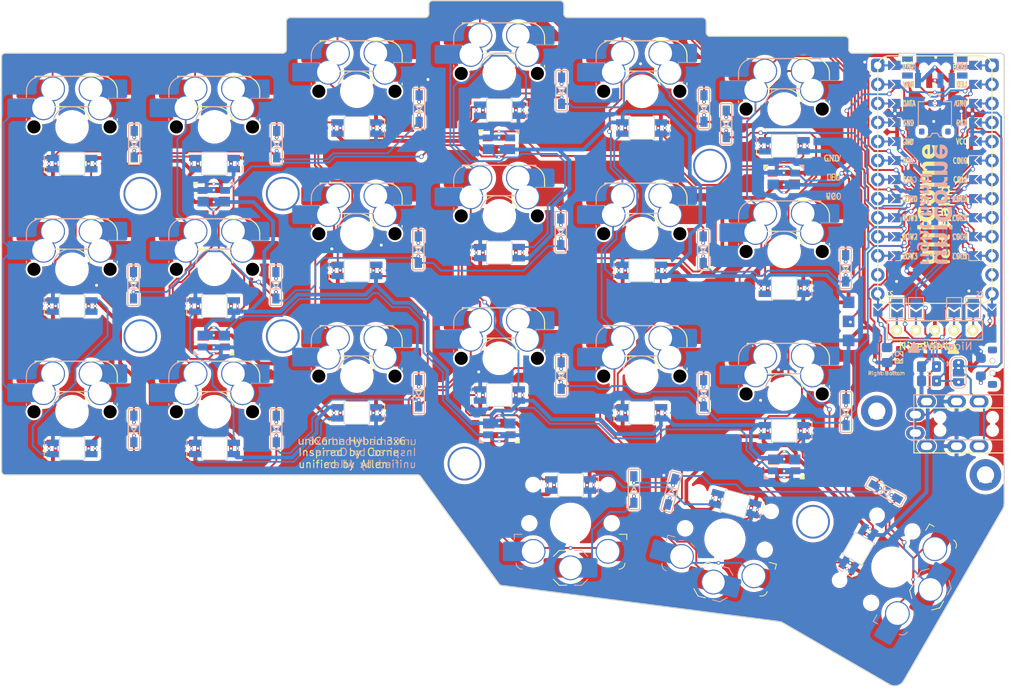
<source format=kicad_pcb>
(kicad_pcb (version 20221018) (generator pcbnew)
  (layers (0 "F.Cu" signal) (31 "B.Cu" signal) (34 "B.Paste" user) (35 "F.Paste" user) (36 "B.SilkS" user "B.Silkscreen") (37 "F.SilkS" user "F.Silkscreen") (38 "B.Mask" user) (39 "F.Mask" user) (44 "Edge.Cuts" user))
  (net 0 "")
  (net 1 "row0")
  (net 2 "Net-(D1-A)")
  (net 3 "Net-(JP9-C)")
  (net 4 "DATA")
  (net 5 "GND")
  (net 6 "VCC")
  (net 7 "CS")
  (net 8 "SCL")
  (net 9 "LED")
  (net 10 "Net-(L1-DIN)")
  (net 11 "Net-(L2-DIN)")
  (net 12 "Net-(D19-A)")
  (net 13 "Net-(L3-DIN)")
  (net 14 "Net-(L10-DOUT)")
  (net 15 "Net-(L11-DIN)")
  (net 16 "Net-(D20-A)")
  (net 17 "Net-(D21-A)")
  (net 18 "Net-(L13-DIN)")
  (net 19 "Net-(L14-DOUT)")
  (net 20 "Net-(L15-DIN)")
  (net 21 "Net-(L10-DIN)")
  (net 22 "Net-(L11-DOUT)")
  (net 23 "Net-(L12-DIN)")
  (net 24 "Net-(L1-DOUT)")
  (net 25 "Net-(L14-DIN)")
  (net 26 "Net-(L16-DIN)")
  (net 27 "Net-(L3-DOUT)")
  (net 28 "Net-(L18-DIN)")
  (net 29 "Net-(L19-DIN)")
  (net 30 "Net-(L5-DIN)")
  (net 31 "Net-(L22-DOUT)")
  (net 32 "Net-(L12-DOUT)")
  (net 34 "RESET")
  (net 35 "Net-(D2-A)")
  (net 36 "Net-(D3-A)")
  (net 37 "Net-(D4-A)")
  (net 38 "col4")
  (net 39 "Net-(D5-A)")
  (net 40 "Net-(D6-A)")
  (net 41 "Net-(D7-A)")
  (net 42 "Net-(D8-A)")
  (net 43 "Net-(D9-A)")
  (net 44 "Net-(D10-A)")
  (net 45 "Net-(D11-A)")
  (net 46 "Net-(D12-A)")
  (net 47 "Net-(D13-A)")
  (net 48 "Net-(D14-A)")
  (net 49 "Net-(D15-A)")
  (net 50 "Net-(D16-A)")
  (net 51 "Net-(D17-A)")
  (net 52 "Net-(D18-A)")
  (net 53 "BAT+")
  (net 54 "row1")
  (net 55 "row2")
  (net 56 "row3")
  (net 57 "IS_LEFT")
  (net 58 "unconnected-(U1-RAW-Pad24)")
  (net 59 "unconnected-(PSW1-C-Pad3)")
  (net 60 "Net-(J2-Pin_1)")
  (net 61 "Net-(J2-Pin_4)")
  (net 62 "Net-(J2-Pin_2)")
  (net 63 "Net-(J3-Pin_2)")
  (net 64 "Net-(J2-Pin_5)")
  (net 65 "SDA")
  (net 66 "col0")
  (net 67 "col1")
  (net 68 "col2")
  (net 69 "col3")
  (net 70 "Net-(L17-DOUT)")
  (net 71 "Net-(L21-DIN)")
  (net 72 "Net-(L22-DIN)")
  (net 73 "Net-(L23-DIN)")
  (net 74 "Net-(L25-DOUT)")
  (net 75 "Net-(L26-DOUT)")
  (net 76 "col5")
  (footprint "TB2086_SMD:R_0805_2012Metric_Pad1.20x1.40mm_HandSolder_rev" (layer "F.Cu") (at 184.67 109.9 180)
    (fp_text reference "R3" hide)
    (fp_text value "4.7k")
  )
  (footprint "TB2086_MISC:M2_Hole_TH_Outside" (layer "F.Cu") (at 98.46 105.85)
    (fp_text reference "H6" hide)
    (fp_text value "MountingHole" hide)
  )
  (footprint "TB2086_LED:LED_SK6812MINI-E_rev" (layer "F.Cu") (at 158.8 128.2 -15)
    (fp_text reference "L20")
    (fp_text value "SK6812MINI-E" hide)
    (fp_line (start -1.7 -1.5) (end 1.7 -1.5) (stroke (width 0.12)) (layer "Edge.Cuts"))
    (fp_line (start -1.7 1.5) (end -1.7 -1.5) (stroke (width 0.12)) (layer "Edge.Cuts"))
    (fp_line (start 1.7 -1.5) (end 1.7 1.5) (stroke (width 0.12)) (layer "Edge.Cuts"))
    (fp_line (start 1.7 1.5) (end -1.7 1.5) (stroke (width 0.12)) (layer "Edge.Cuts"))
  )
  (footprint "TB2086_LED:LED_SK6812MINI-E_rev" (layer "F.Cu") (at 136.85 125.7)
    (fp_text reference "L19")
    (fp_text value "SK6812MINI-E" hide)
    (fp_line (start -1.7 -1.5) (end 1.7 -1.5) (stroke (width 0.12)) (layer "Edge.Cuts"))
    (fp_line (start -1.7 1.5) (end -1.7 -1.5) (stroke (width 0.12)) (layer "Edge.Cuts"))
    (fp_line (start 1.7 -1.5) (end 1.7 1.5) (stroke (width 0.12)) (layer "Edge.Cuts"))
    (fp_line (start 1.7 1.5) (end -1.7 1.5) (stroke (width 0.12)) (layer "Edge.Cuts"))
  )
  (footprint "TB2086_LED:LED_SK6812MINI-E_rev" (layer "F.Cu") (at 165.35 99.4496)
    (fp_text reference "L12")
    (fp_text value "SK6812MINI-E" hide)
    (fp_line (start -1.7 -1.5) (end 1.7 -1.5) (stroke (width 0.12)) (layer "Edge.Cuts"))
    (fp_line (start -1.7 1.5) (end -1.7 -1.5) (stroke (width 0.12)) (layer "Edge.Cuts"))
    (fp_line (start 1.7 -1.5) (end 1.7 1.5) (stroke (width 0.12)) (layer "Edge.Cuts"))
    (fp_line (start 1.7 1.5) (end -1.7 1.5) (stroke (width 0.12)) (layer "Edge.Cuts"))
  )
  (footprint "TB2086_LED:LED_SK6812MINI-E_rev" (layer "F.Cu") (at 146.35 97.0746 180)
    (fp_text reference "L11")
    (fp_text value "SK6812MINI-E" hide)
    (fp_line (start -1.7 -1.5) (end 1.7 -1.5) (stroke (width 0.12)) (layer "Edge.Cuts"))
    (fp_line (start -1.7 1.5) (end -1.7 -1.5) (stroke (width 0.12)) (layer "Edge.Cuts"))
    (fp_line (start 1.7 -1.5) (end 1.7 1.5) (stroke (width 0.12)) (layer "Edge.Cuts"))
    (fp_line (start 1.7 1.5) (end -1.7 1.5) (stroke (width 0.12)) (layer "Edge.Cuts"))
  )
  (footprint "TB2086_MISC:M2_Hole_TH_Outside" (layer "F.Cu") (at 122.7 122.85)
    (fp_text reference "H4" hide)
    (fp_text value "MountingHole" hide)
  )
  (footprint "TB2086_LED:LED_SK6812MINI-E_rev" (layer "F.Cu") (at 89.35 120.8246 180)
    (fp_text reference "L14")
    (fp_text value "SK6812MINI-E" hide)
    (fp_line (start -1.7 -1.5) (end 1.7 -1.5) (stroke (width 0.12)) (layer "Edge.Cuts"))
    (fp_line (start -1.7 1.5) (end -1.7 -1.5) (stroke (width 0.12)) (layer "Edge.Cuts"))
    (fp_line (start 1.7 -1.5) (end 1.7 1.5) (stroke (width 0.12)) (layer "Edge.Cuts"))
    (fp_line (start 1.7 1.5) (end -1.7 1.5) (stroke (width 0.12)) (layer "Edge.Cuts"))
  )
  (footprint "Resistor_SMD:R_0805_2012Metric_Pad1.20x1.40mm_HandSolder" (layer "F.Cu") (at 179.07 108.36 90)
    (fp_text reference "R2")
    (fp_text value "10k")
  )
  (footprint "TB2086_MISC:M2_Hole_TH" (layer "F.Cu") (at 177.7 115.85)
    (fp_text reference "H2")
    (fp_text value "MountingHole")
  )
  (footprint "TB2086_MISC:SolderJumper-2_P1.3mm_Open_TrianglePad1.0x1.5mm" (layer "F.Cu") (at 180.4 102.1 -90)
    (fp_text reference "JP1" hide)
    (fp_text value " ")
  )
  (footprint "TB2086_LED:LED_SK6812MINI-E_rev" (layer "F.Cu") (at 165.35 118.4496)
    (fp_text reference "L18")
    (fp_text value "SK6812MINI-E" hide)
    (fp_line (start -1.7 -1.5) (end 1.7 -1.5) (stroke (width 0.12)) (layer "Edge.Cuts"))
    (fp_line (start -1.7 1.5) (end -1.7 -1.5) (stroke (width 0.12)) (layer "Edge.Cuts"))
    (fp_line (start 1.7 -1.5) (end 1.7 1.5) (stroke (width 0.12)) (layer "Edge.Cuts"))
    (fp_line (start 1.7 1.5) (end -1.7 1.5) (stroke (width 0.12)) (layer "Edge.Cuts"))
  )
  (footprint "TB2086_LED:LED_SK6812MINI-E_rev" (layer "F.Cu") (at 70.35 101.8246 180)
    (fp_text reference "L7")
    (fp_text value "SK6812MINI-E" hide)
    (fp_line (start -1.7 -1.5) (end 1.7 -1.5) (stroke (width 0.12)) (layer "Edge.Cuts"))
    (fp_line (start -1.7 1.5) (end -1.7 -1.5) (stroke (width 0.12)) (layer "Edge.Cuts"))
    (fp_line (start 1.7 -1.5) (end 1.7 1.5) (stroke (width 0.12)) (layer "Edge.Cuts"))
    (fp_line (start 1.7 1.5) (end -1.7 1.5) (stroke (width 0.12)) (layer "Edge.Cuts"))
  )
  (footprint "TB2086_MISC:M2_Hole_TH_Outside" (layer "F.Cu") (at 98.46 86.85)
    (fp_text reference "H7" hide)
    (fp_text value "MountingHole" hide)
  )
  (footprint "TB2086_MISC:M2_Hole_TH_Outside" (layer "F.Cu") (at 79.46 105.85)
    (fp_text reference "H9" hide)
    (fp_text value "MountingHole" hide)
  )
  (footprint "TB2086_MISC:Nice!View" (layer "F.Cu") (at 185.45 105.05 180)
    (fp_text reference "J2" hide)
    (fp_text value "Nice!View" hide)
  )
  (footprint "TB2086_MISC:SolderJumper-3_P1.3mm_Bridged2Bar12_RoundedPad1.0x1.5mm_rev" (layer "F.Cu") (at 188.6025 110.72 -90)
    (fp_text reference "JP9" hide)
    (fp_text value "Jumper_3_Bridged12")
  )
  (footprint "TB2086_MISC:SolderJumper-2_P1.3mm_Open_TrianglePad1.0x1.5mm" (layer "F.Cu") (at 190.56 102.1 -90)
    (fp_text reference "JP4" hide)
    (fp_text value " ")
  )
  (footprint "TB2086_LED:LED_SK6812MINI-E_rev" (layer "F.Cu") (at 175.259214 134.2 -120)
    (fp_text reference "L21")
    (fp_text value "SK6812MINI-E" hide)
    (fp_line (start -1.7 -1.5) (end 1.7 -1.5) (stroke (width 0.12)) (layer "Edge.Cuts"))
    (fp_line (start -1.7 1.5) (end -1.7 -1.5) (stroke (width 0.12)) (layer "Edge.Cuts"))
    (fp_line (start 1.7 -1.5) (end 1.7 1.5) (stroke (width 0.12)) (layer "Edge.Cuts"))
    (fp_line (start 1.7 1.5) (end -1.7 1.5) (stroke (width 0.12)) (layer "Edge.Cuts"))
  )
  (footprint "TB2086_LED:LED_SK6812MINI-E_rev" (layer "F.Cu") (at 70.35 82.8246 180)
    (fp_text reference "L1")
    (fp_text value "SK6812MINI-E" hide)
    (fp_line (start -1.7 -1.5) (end 1.7 -1.5) (stroke (width 0.12)) (layer "Edge.Cuts"))
    (fp_line (start -1.7 1.5) (end -1.7 -1.5) (stroke (width 0.12)) (layer "Edge.Cuts"))
    (fp_line (start 1.7 -1.5) (end 1.7 1.5) (stroke (width 0.12)) (layer "Edge.Cuts"))
    (fp_line (start 1.7 1.5) (end -1.7 1.5) (stroke (width 0.12)) (layer "Edge.Cuts"))
  )
  (footprint "KBD_PARTS:Molex_Pico-EZmate_78171-0002_1x02-1MP_P1.20mm_Vertical_rev" (layer "F.Cu") (at 185.45 76.65)
    (fp_text reference "J3" hide)
    (fp_text value "Conn_01x02")
  )
  (footprint "TB2086_MISC:ProMicro-ish-dn-rev-unrouted_3x6" (layer "F.Cu") (at 185.3 86.28)
    (fp_text reference "U1" hide)
    (fp_text value "ProMicro-ish")
  )
  (footprint "TB2086_LED:LED_SK6812MINI-E_rev" (layer "F.Cu") (at 127.35 113.6996 180)
    (fp_text reference "L16")
    (fp_text value "SK6812MINI-E" hide)
    (fp_line (start -1.7 -1.5) (end 1.7 -1.5) (stroke (width 0.12)) (layer "Edge.Cuts"))
    (fp_line (start -1.7 1.5) (end -1.7 -1.5) (stroke (width 0.12)) (layer "Edge.Cuts"))
    (fp_line (start 1.7 -1.5) (end 1.7 1.5) (stroke (width 0.12)) (layer "Edge.Cuts"))
    (fp_line (start 1.7 1.5) (end -1.7 1.5) (stroke (width 0.12)) (layer "Edge.Cuts"))
  )
  (footprint "TB2086_LED:LED_SK6812MINI-E_rev" (layer "F.Cu") (at 108.35 116.0746)
    (fp_text reference "L15")
    (fp_text value "SK6812MINI-E" hide)
    (fp_line (start -1.7 -1.5) (end 1.7 -1.5) (stroke (width 0.12)) (layer "Edge.Cuts"))
    (fp_line (start -1.7 1.5) (end -1.7 -1.5) (stroke (width 0.12)) (layer "Edge.Cuts"))
    (fp_line (start 1.7 -1.5) (end 1.7 1.5) (stroke (width 0.12)) (layer "Edge.Cuts"))
    (fp_line (start 1.7 1.5) (end -1.7 1.5) (stroke (width 0.12)) (layer "Edge.Cuts"))
  )
  (footprint "TB2086_MISC:M2_Hole_TH_Outside" (layer "F.Cu") (at 79.46 86.85)
    (fp_text reference "H8" hide)
    (fp_text value "MountingHole" hide)
  )
  (footprint "TB2086_LED:LED_SK6812MINI-E_rev" (layer "F.Cu") (at 108.35 78.0746)
    (fp_text reference "L3")
    (fp_text value "SK6812MINI-E" hide)
    (fp_line (start -1.7 -1.5) (end 1.7 -1.5) (stroke (width 0.12)) (layer "Edge.Cuts"))
    (fp_line (start -1.7 1.5) (end -1.7 -1.5) (stroke (width 0.12)) (layer "Edge.Cuts"))
    (fp_line (start 1.7 -1.5) (end 1.7 1.5) (stroke (width 0.12)) (layer "Edge.Cuts"))
    (fp_line (start 1.7 1.5) (end -1.7 1.5) (stroke (width 0.12)) (layer "Edge.Cuts"))
  )
  (footprint "TB2086_MISC:M2_Hole_TH_Outside" (layer "F.Cu") (at 169.2 130.6)
    (fp_text reference "H3" hide)
    (fp_text value "MountingHole" hide)
  )
  (footprint "TB2086_LED:LED_SK6812MINI-E_rev" (layer "F.Cu") (at 146.35 78.0746)
    (fp_text reference "L5")
    (fp_text value "SK6812MINI-E" hide)
    (fp_line (start -1.7 -1.5) (end 1.7 -1.5) (stroke (width 0.12)) (layer "Edge.Cuts"))
    (fp_line (start -1.7 1.5) (end -1.7 -1.5) (stroke (width 0.12)) (layer "Edge.Cuts"))
    (fp_line (start 1.7 -1.5) (end 1.7 1.5) (stroke (width 0.12)) (layer "Edge.Cuts"))
    (fp_line (start 1.7 1.5) (end -1.7 1.5) (stroke (width 0.12)) (layer "Edge.Cuts"))
  )
  (footprint "TB2086_LED:LED_SK6812MINI-E_rev" (layer "F.Cu") (at 165.35 80.4496 180)
    (fp_text reference "L6")
    (fp_text value "SK6812MINI-E" hide)
    (fp_line (start -1.7 -1.5) (end 1.7 -1.5) (stroke (width 0.12)) (layer "Edge.Cuts"))
    (fp_line (start -1.7 1.5) (end -1.7 -1.5) (stroke (width 0.12)) (layer "Edge.Cuts"))
    (fp_line (start 1.7 -1.5) (end 1.7 1.5) (stroke (width 0.12)) (layer "Edge.Cuts"))
    (fp_line (start 1.7 1.5) (end -1.7 1.5) (stroke (width 0.12)) (layer "Edge.Cuts"))
  )
  (footprint "TB2086_LED:LED_SK6812MINI-E_rev" (layer "F.Cu") (at 127.35 94.6996 180)
    (fp_text reference "L10")
    (fp_text value "SK6812MINI-E" hide)
    (fp_line (start -1.7 -1.5) (end 1.7 -1.5) (stroke (width 0.12)) (layer "Edge.Cuts"))
    (fp_line (start -1.7 1.5) (end -1.7 -1.5) (stroke (width 0.12)) (layer "Edge.Cuts"))
    (fp_line (start 1.7 -1.5) (end 1.7 1.5) (stroke (width 0.12)) (layer "Edge.Cuts"))
    (fp_line (start 1.7 1.5) (end -1.7 1.5) (stroke (width 0.12)) (layer "Edge.Cuts"))
  )
  (footprint "TB2086_LED:LED_SK6812MINI-E_rev" (layer "F.Cu") (at 108.35 97.0746 180)
    (fp_text reference "L9")
    (fp_text value "SK6812MINI-E" hide)
    (fp_line (start -1.7 -1.5) (end 1.7 -1.5) (stroke (width 0.12)) (layer "Edge.Cuts"))
    (fp_line (start -1.7 1.5) (end -1.7 -1.5) (stroke (width 0.12)) (layer "Edge.Cuts"))
    (fp_line (start 1.7 -1.5) (end 1.7 1.5) (stroke (width 0.12)) (layer "Edge.Cuts"))
    (fp_line (start 1.7 1.5) (end -1.7 1.5) (stroke (width 0.12)) (layer "Edge.Cuts"))
  )
  (footprint "TB2086_MISC:M2_Hole_TH" (layer "F.Cu") (at 192.2 124.35)
    (fp_text reference "H1")
    (fp_text value "MountingHole")
  )
  (footprint "TB2086_SMD:SW_SPDT_PCM12_reversible" (layer "F.Cu") (at 185.45 70.3 180)
    (fp_text reference "PSW1" hide)
    (fp_text value "SW_SPDT" hide)
  )
  (footprint "TB2086_MISC:StripLED_rev" (layer "F.Cu") (at 173.94 101.33)
    (fp_text reference "J4" hide)
    (fp_text value "Conn_01x03" hide)
  )
  (footprint "TB2086_LED:LED_SK6812MINI-E_rev" (layer "F.Cu") (at 146.35 116.0746 180)
    (fp_text reference "L17")
    (fp_text value "SK6812MINI-E" hide)
    (fp_line (start -1.7 -1.5) (end 1.7 -1.5) (stroke (width 0.12)) (layer "Edge.Cuts"))
    (fp_line (start -1.7 1.5) (end -1.7 -1.5) (stroke (width 0.12)) (layer "Edge.Cuts"))
    (fp_line (start 1.7 -1.5) (end 1.7 1.5) (stroke (width 0.12)) (layer "Edge.Cuts"))
    (fp_line (start 1.7 1.5) (end -1.7 1.5) (stroke (width 0.12)) (layer "Edge.Cuts"))
  )
  (footprint "TB2086_MISC:M2_Hole_TH_Outside" (layer "F.Cu") (at 155.46 83.1)
    (fp_text reference "H5" hide)
    (fp_text value "MountingHole" hide)
  )
  (footprint "TB2086_MISC:TRRS-PJ-320A-rev" (layer "F.Cu") (at 194.65 118.42 -90)
    (fp_text reference "J1" hide)
    (fp_text value "MJ-4PP-9" hide)
  )
  (footprint "TB2086_MISC:SolderJumper-2_P1.3mm_Open_TrianglePad1.0x1.5mm" (layer "F.Cu") (at 182.94 102.1 -90)
    (fp_text reference "JP2" hide)
    (fp_text value " ")
  )
  (footprint "TB2086_LED:LED_SK6812MINI-E_rev" (layer "F.Cu") (at 127.35 75.6996)
    (fp_text reference "L4")
    (fp_text value "SK6812MINI-E" hide)
    (fp_line (start -1.7 -1.5) (end 1.7 -1.5) (stroke (width 0.12)) (layer "Edge.Cuts"))
    (fp_line (start -1.7 1.5) (end -1.7 -1.5) (stroke (width 0.12)) (layer "Edge.Cuts"))
    (fp_line (start 1.7 -1.5) (end 1.7 1.5) (stroke (width 0.12)) (layer "Edge.Cuts"))
    (fp_line (start 1.7 1.5) (end -1.7 1.5) (stroke (width 0.12)) (layer "Edge.Cuts"))
  )
  (footprint "TB2086_SMD:R_0805_2012Metric_Pad1.20x1.40mm_HandSolder_rev" (layer "F.Cu") (at 184.675 111.815)
    (fp_text reference "R4" hide)
    (fp_text value "4.7k")
  )
  (footprint "TB2086_LED:LED_SK6812MINI-E_rev" (layer "F.Cu") (at 89.35 82.8246)
    (fp_text reference "L2")
    (fp_text value "SK6812MINI-E" hide)
    (fp_line (start -1.7 -1.5) (end 1.7 -1.5) (stroke (width 0.12)) (layer "Edge.Cuts"))
    (fp_line (start -1.7 1.5) (end -1.7 -1.5) (stroke (width 0.12)) (layer "Edge.Cuts"))
    (fp_line (start 1.7 -1.5) (end 1.7 1.5) (stroke (width 0.12)) (layer "Edge.Cuts"))
    (fp_line (start 1.7 1.5) (end -1.7 1.5) (stroke (width 0.12)) (layer "Edge.Cuts"))
  )
  (footprint "TB2086_LED:LED_SK6812MINI-E_rev" (layer "F.Cu") (at 70.35 120.8246 180)
    (fp_text reference "L13")
    (fp_text value "SK6812MINI-E" hide)
    (fp_line (start -1.7 -1.5) (end 1.7 -1.5) (stroke (width 0.12)) (layer "Edge.Cuts"))
    (fp_line (start -1.7 1.5) (end -1.7 -1.5) (stroke (width 0.12)) (layer "Edge.Cuts"))
    (fp_line (start 1.7 -1.5) (end 1.7 1.5) (stroke (width 0.12)) (layer "Edge.Cuts"))
    (fp_line (start 1.7 1.5) (end -1.7 1.5) (stroke (width 0.12)) (layer "Edge.Cuts"))
  )
  (footprint "TB2086_MISC:SolderJumper-2_P1.3mm_Open_TrianglePad1.0x1.5mm" (layer "F.Cu") (at 188.02 102.1 -90)
    (fp_text reference "JP3" hide)
    (fp_text value " ")
  )
  (footprint "TB2086_LED:LED_SK6812MINI-E_rev" (layer "F.Cu") (at 89.35 101.8246 180)
    (fp_text reference "L8")
    (fp_text value "SK6812MINI-E" hide)
    (fp_line (start -1.7 -1.5) (end 1.7 -1.5) (stroke (width 0.12)) (layer "Edge.Cuts"))
    (fp_line (start -1.7 1.5) (end -1.7 -1.5) (stroke (width 0.12)) (layer "Edge.Cuts"))
    (fp_line (start 1.7 -1.5) (end 1.7 1.5) (stroke (width 0.12)) (layer "Edge.Cuts"))
    (fp_line (start 1.7 1.5) (end -1.7 1.5) (stroke (width 0.12)) (layer "Edge.Cuts"))
  )
  (footprint "TB2086_SMD:D3_SMD_rev" (layer "B.Cu") (at 178.9 126.6 -30)
    (fp_text reference "D21" hide)
    (fp_text value "D" hide)
  )
  (footprint "TB2086_MISC:SolderJumper-2_P1.3mm_Open_TrianglePad1.0x1.5mm" (layer "B.Cu") (at 182.94 102.1 -90)
    (fp_text reference "JP6" hide)
    (fp_text value " ")
  )
  (footprint "TB2086_SMD:D3_SMD_rev" (layer "B.Cu") (at 97.6 118.225 90)
    (fp_text reference "D14" hide)
    (fp_text value "D" hide)
  )
  (footprint "TB2086_KEYSWITCH:SW_MX_HS_1u_reversible" (layer "B.Cu") (at 127.35 89.7996 180)
    (fp_text reference "SW10")
    (fp_text value "SW_MX_HS" hide)
  )
  (footprint "TB2086_KEYSWITCH:SW_MX_HS_1u_reversible" (layer "B.Cu") (at 89.35 77.9246 180)
    (fp_text reference "SW2")
    (fp_text value "SW_MX_HS" hide)
  )
  (footprint "TB2086_KEYSWITCH:SW_MX_HS_1u_reversible" (layer "B.Cu") (at 165.35 113.5496 180)
    (fp_text reference "SW18")
    (fp_text value "SW_MX_HS" hide)
  )
  (footprint "TB2086_SMD:D3_SMD_rev" (layer "B.Cu") (at 157.62 77.53 90)
    (fp_text reference "D6" hide)
    (fp_text value "D" hide)
  )
  (footprint "TB2086_KEYSWITCH:SW_MX_HS_1u_reversible" (layer "B.Cu") (at 89.35 115.9246 180)
    (fp_text reference "SW14")
    (fp_text value "SW_MX_HS" hide)
  )
  (footprint "TB2086_MISC:SolderJumper-2_P1.3mm_Open_TrianglePad1.0x1.5mm" (layer "B.Cu") (at 180.4 102.1 -90)
    (fp_text reference "JP5" hide)
    (fp_text value " ")
  )
  (footprint "TB2086_KEYSWITCH:SW_MX_HS_1u_reversible" (layer "B.Cu") (at 146.35 92.1746 180)
    (fp_text reference "SW11")
    (fp_text value "SW_MX_HS" hide)
  )
  (footprint "TB2086_SMD:D3_SMD_rev" (layer "B.Cu") (at 145.3 126.3 -90)
    (fp_text reference "D19" hide)
    (fp_text value "D" hide)
  )
  (footprint "TB2086_SMD:D3_SMD_rev" (layer "B.Cu") (at 135.6 111.1 90)
    (fp_text reference "D16" hide)
    (fp_text value "D" hide)
  )
  (footprint "TB2086_KEYSWITCH:SW_MX_HS_1u_reversible" (layer "B.Cu") (at 89.35 96.9246 180)
    (fp_text reference "SW8")
    (fp_text value "SW_MX_HS" hide)
  )
  (footprint "TB2086_SMD:D3_SMD_rev" (layer "B.Cu") (at 154.6 113.475 90)
    (fp_text reference "D17" hide)
    (fp_text value "D" hide)
  )
  (footprint "TB2086_SMD:SMT 2X4X3.5MM Tactile Tact Push Button rev" (layer "B.Cu") (at 193.13 109.975 90)
    (fp_text reference "RSW1" hide)
    (fp_text value "SW_PUSH")
    (fp_circle (center -0.8 0) (end -0.45 0) (stroke (width 0.12)) (fill none) (layer "Edge.Cuts"))
    (fp_circle (center 0.85 0) (end 1.2 0) (stroke (width 0.12)) (fill none) (layer "Edge.Cuts"))
  )
  (footprint "TB2086_LED:LED_SK6812MINI_PLCC4_3.5x3.5mm_P1.75mm_rev_all" (layer "B.Cu") (at 127.3 80.25)
    (fp_text reference "L23" hide)
    (fp_text value "SK6812MINI")
  )
  (footprint "TB2086_KEYSWITCH:SW_MX_HS_1u_reversible" (layer "B.Cu") (at 70.35 115.9246 180)
    (fp_text reference "SW13")
    (fp_text value "SW_MX_HS" hide)
  )
  (footprint "TB2086_KEYSWITCH:SW_MX_HS_1u_reversible" (layer "B.Cu") (at 146.35 73.1746 180)
    (fp_text reference "SW5")
    (fp_text value "SW_MX_HS" hide)
  )
  (footprint "TB2086_KEYSWITCH:SW_MX_HS_1u_reversible" (layer "B.Cu") (at 146.35 111.1746 180)
    (fp_text reference "SW17")
    (fp_text value "SW_MX_HS" hide)
  )
  (footprint "TB2086_SMD:D3_SMD_rev" (layer "B.Cu") (at 116.55 94.3 90)
    (fp_text reference "D9" hide)
    (fp_text value "D" hide)
  )
  (footprint "TB2086_SMD:D3_SMD_rev" (layer "B.Cu") (at 78.6 118.225 90)
    (fp_text reference "D13" hide)
    (fp_text value "D" hide)
  )
  (footprint "TB2086_SMD:D3_SMD_rev" (layer "B.Cu") (at 78.65 80.225 90)
    (fp_text reference "D1" hide)
    (fp_text value "D" hide)
  )
  (footprint "TB2086_SMD:D3_SMD_rev" (layer "B.Cu") (at 173.6 115.975 90)
    (fp_text reference "D18" hide)
    (fp_text value "D" hide)
  )
  (footprint "TB2086_SMD:D3_SMD_rev" (layer "B.Cu") (at 150.3 126.6 -105)
    (fp_text reference "D20" hide)
    (fp_text value "D" hide)
  )
  (footprint "TB2086_SMD:D3_SMD_rev" (layer "B.Cu") (at 135.65 73.1 90)
    (fp_text reference "D4" hide)
    (fp_text value "D" hide)
  )
  (footprint "TB2086_SMD:D3_SMD_rev" (layer "B.Cu") (at 116.6 113.475 90)
    (fp_text reference "D15" hide)
    (fp_text value "D" hide)
  )
  (footprint "TB2086_KEYSWITCH:SW_choc_v1_v2_HS_1.5u_reversible" (layer "B.Cu") (at 157.45 132.9 165)
    (fp_text reference "SW20" hide)
    (fp_text value "SW_CHOC_HS" hide)
  )
  (footprint "TB2086_KEYSWITCH:SW_choc_v1_v2_HS_1.5u_reversible" (layer "B.Cu") (at 179.7 136.65 -120)
    (fp_text reference "SW21" hide)
    (fp_text value "SW_CHOC_HS" hide)
  )
  (footprint "TB2086_KEYSWITCH:SW_MX_HS_1u_reversible" (layer "B.Cu") (at 108.35 73.1746 180)
    (fp_text reference "SW3")
    (fp_text value "SW_MX_HS" hide)
  )
  (footprint "TB2086_SMD:D3_SMD_rev" (layer "B.Cu") (at 154.55 94.3 90)
    (fp_text reference "D11" hide)
    (fp_text value "D" hide)
  )
  (footprint "TB2086_KEYSWITCH:SW_MX_HS_1u_reversible" (layer "B.Cu") (at 165.35 75.5496 180)
    (fp_text reference "SW6")
    (fp_text value "SW_MX_HS" hide)
  )
  (footprint "TB2086_KEYSWITCH:SW_MX_HS_1u_reversible" (layer "B.Cu") (at 70.35 77.9246 180)
    (fp_text reference "SW1")
    (fp_text value "SW_MX_HS" hide)
  )
  (footprint "Resistor_SMD:R_0805_2012Metric_Pad1.20x1.40mm_HandSolder" (layer "B.Cu") (at 179.07 108.37 90)
    (fp_text reference "R1")
    (fp_text value "10k")
  )
  (footprint "TB2086_LED:LED_SK6812MINI_PLCC4_3.5x3.5mm_P1.75mm_rev_all" (layer "B.Cu") (at 165.3 84.95)
    (fp_text reference "L24" hide)
    (fp_text value "SK6812MINI")
  )
  (footprint "TB2086_LED:LED_SK6812MINI_PLCC4_3.5x3.5mm_P1.75mm_rev_all" (layer "B.Cu") (at 89.25 87.25)
    (fp_text reference "L22" hide)
    (fp_text value "SK6812MINI")
  )
  (footprint "TB2086_KEYSWITCH:SW_MX_HS_1u_reversible" (layer "B.Cu") (at 127.35 108.7996 180)
    (fp_text reference "SW16")
    (fp_text value "SW_MX_HS" hide)
  )
  (footprint "TB2086_SMD:D3_SMD_rev" (layer "B.Cu") (at 97.55 99.05 90)
    (fp_text reference "D8" hide)
    (fp_text value "D" hide)
  )
  (footprint "TB2086_SMD:D3_SMD_rev" (layer "B.Cu") (at 97.65 80.225 90)
    (fp_text reference "D2" hide)
    (fp_text value "D" hide)
  )
  (footprint "TB2086_SMD:D3_SMD_rev" (layer "B.Cu") (at 116.65 75.475 90)
    (fp_text reference "D3" hide)
    (fp_text value "D" hide)
  )
  (footprint "TB2086_SMD:D3_SMD_rev" (layer "B.Cu") (at 135.55 91.925 90)
    (fp_text reference "D10" hide)
    (fp_text value "D" hide)
  )
  (footprint "TB2086_LED:LED_SK6812MINI_PLCC4_3.5x3.5mm_P1.75mm_rev_all" (layer "B.Cu") (at 127.35 118.15 180)
    (fp_text reference "L26" hide)
    (fp_text value "SK6812MINI")
  )
  (footprint "TB2086_KEYSWITCH:SW_MX_HS_1u_reversible" (layer "B.Cu") (at 70.35 96.9246 180)
    (fp_text reference "SW7")
    (fp_text value "SW_MX_HS" hide)
  )
  (footprint "TB2086_MISC:SolderJumper-2_P1.3mm_Open_TrianglePad1.0x1.5mm" (layer "B.Cu") (at 188.02 102.1 -90)
    (fp_text reference "JP7" hide)
    (fp_text value " ")
  )
  (footprint "TB2086_LED:LED_SK6812MINI_PLCC4_3.5x3.5mm_P1.75mm_rev_all" (layer "B.Cu") (at 89.25 106.43 180)
    (fp_text reference "L25" hide)
    (fp_text value "SK6812MINI")
  )
  (footprint "TB2086_LED:LED_SK6812MINI_PLCC4_3.5x3.5mm_P1.75mm_rev_all" (layer "B.Cu") (at 165.35 122.95 180)
    (fp_text reference "L27" hide)
    (fp_text value "SK6812MINI")
  )
  (footprint "TB2086_SMD:D3_SMD_rev" (layer "B.Cu") (at 78.55 99.05 90)
    (fp_text reference "D7" hide)
    (fp_text value "D" hide)
  )
  (footprint "TB2086_SMD:D3_SMD_rev" (layer "B.Cu") (at 154.65 75.475 90)
    (fp_text reference "D5" hide)
    (fp_text value "D" hide)
  )
  (footprint "TB2086_KEYSWITCH:SW_choc_v1_v2_HS_1u_reversible" (layer "B.Cu") (at 136.85 130.7996 180)
    (fp_text reference "SW19" hide)
    (fp_text value "SW_CHOC_HS" hide)
  )
  (footprint "TB2086_KEYSWITCH:SW_MX_HS_1u_reversible" (layer "B.Cu") (at 165.35 94.5496 180)
    (fp_text reference "SW12")
    (fp_text value "SW_MX_HS" hide)
  )
  (footprint "TB2086_KEYSWITCH:SW_MX_HS_1u_reversible" (layer "B.Cu") (at 127.35 70.7996 180)
    (fp_text reference "SW4")
    (fp_text value "SW_MX_HS" hide)
  )
  (footprint "TB2086_KEYSWITCH:SW_MX_HS_1u_reversible" (layer "B.Cu") (at 108.35 92.1746 180)
    (fp_text reference "SW9")
    (fp_text value "SW_MX_HS" hide)
  )
  (footprint "TB2086_MISC:SolderJumper-2_P1.3mm_Open_TrianglePad1.0x1.5mm" (layer "B.Cu") (at 190.56 102.1 -90)
    (fp_text reference "JP8" hide)
    (fp_text value " ")
  )
  (footprint "TB2086_KEYSWITCH:SW_MX_HS_1u_reversible" (layer "B.Cu") (at 108.35 111.1746 180)
    (fp_text reference "SW15")
    (fp_text value "SW_MX_HS" hide)
  )
  (footprint "TB2086_SMD:D3_SMD_rev" (layer "B.Cu") (at 173.55 96.8 90)
    (fp_text reference "D12" hide)
    (fp_text value "D" hide)
  )
  (gr_line (start 173.45 65.85) (end 155.45 65.85) (stroke (width 0.15)) (layer "Edge.Cuts"))
  (gr_line (start 154.95 65.35) (end 154.95 63.85) (stroke (width 0.15)) (layer "Edge.Cuts"))
  (gr_arc (start 127.7 139.1) (mid 127.508658 139.06194) (end 127.346447 138.953553) (stroke (width 0.15)) (layer "Edge.Cuts"))
  (gr_arc (start 194.7 128.075) (mid 194.645218 128.526668) (end 194.472764 128.947696) (stroke (width 0.15)) (layer "Edge.Cuts"))
  (gr_line (start 116.8 124.5) (end 127.35 138.95) (stroke (width 0.15)) (layer "Edge.Cuts"))
  (gr_arc (start 174.45 68.1) (mid 174.096447 67.953553) (end 173.95 67.6) (stroke (width 0.15)) (layer "Edge.Cuts"))
  (gr_line (start 127.7 139.1) (end 164.370556 143.870344) (stroke (width 0.15)) (layer "Edge.Cuts"))
  (gr_line (start 154.45 63.35) (end 136.45 63.35) (stroke (width 0.15)) (layer "Edge.Cuts"))
  (gr_arc (start 136.45 63.35) (mid 136.096447 63.203553) (end 135.95 62.85) (stroke (width 0.15)) (layer "Edge.Cuts"))
  (gr_line (start 165.025 144) (end 179.35 152.275) (stroke (width 0.15)) (layer "Edge.Cuts"))
  (gr_line (start 173.95 66.35) (end 173.95 67.6) (stroke (width 0.15)) (layer "Edge.Cuts"))
  (gr_arc (start 135.45 61.1) (mid 135.803553 61.246447) (end 135.95 61.6) (stroke (width 0.15)) (layer "Edge.Cuts"))
  (gr_line (start 135.95 62.85) (end 135.95 61.6) (stroke (width 0.15)) (layer "Edge.Cuts"))
  (gr_arc (start 60.95 68.6) (mid 61.096447 68.246447) (end 61.45 68.1) (stroke (width 0.15)) (layer "Edge.Cuts"))
  (gr_arc (start 98.95 67.6) (mid 98.803553 67.953553) (end 98.45 68.1) (stroke (width 0.15)) (layer "Edge.Cuts"))
  (gr_arc (start 164.370556 143.870344) (mid 164.700953 143.919147) (end 165.025 144) (stroke (width 0.15)) (layer "Edge.Cuts"))
  (gr_arc (start 117.95 62.85) (mid 117.803553 63.203553) (end 117.45 63.35) (stroke (width 0.15)) (layer "Edge.Cuts"))
  (gr_line (start 117.45 63.35) (end 99.45 63.35) (stroke (width 0.15)) (layer "Edge.Cuts"))
  (gr_arc (start 98.95 63.85) (mid 99.096447 63.496447) (end 99.45 63.35) (stroke (width 0.15)) (layer "Edge.Cuts"))
  (gr_arc (start 154.45 63.35) (mid 154.803553 63.496447) (end 154.95 63.85) (stroke (width 0.15)) (layer "Edge.Cuts"))
  (gr_arc (start 194.2 68.1) (mid 194.553553 68.246447) (end 194.7 68.6) (stroke (width 0.15)) (layer "Edge.Cuts"))
  (gr_line (start 135.45 61.1) (end 118.45 61.1) (stroke (width 0.15)) (layer "Edge.Cuts"))
  (gr_arc (start 61.45 124.35) (mid 61.096447 124.203553) (end 60.95 123.85) (stroke (width 0.15)) (layer "Edge.Cuts"))
  (gr_line (start 116.45 124.35) (end 61.45 124.35) (stroke (width 0.15)) (layer "Edge.Cuts"))
  (gr_arc (start 117.95 61.6) (mid 118.096447 61.246447) (end 118.45 61.1) (stroke (width 0.15)) (layer "Edge.Cuts"))
  (gr_line (start 194.7 68.6) (end 194.7 128.075) (stroke (width 0.15)) (layer "Edge.Cuts"))
  (gr_line (start 98.45 68.1) (end 61.45 68.1) (stroke (width 0.15)) (layer "Edge.Cuts"))
  (gr_line (start 181.25 151.875) (end 194.475 128.95) (stroke (width 0.15)) (layer "Edge.Cuts"))
  (gr_line (start 194.2 68.1) (end 174.45 68.1) (stroke (width 0.15)) (layer "Edge.Cuts"))
  (gr_line (start 60.95 68.6) (end 60.95 123.85) (stroke (width 0.15)) (layer "Edge.Cuts"))
  (gr_line (start 98.95 63.85) (end 98.95 67.6) (stroke (width 0.15)) (layer "Edge.Cuts"))
  (gr_line (start 117.95 61.6) (end 117.95 62.85) (stroke (width 0.15)) (layer "Edge.Cuts"))
  (gr_arc (start 116.45 124.35) (mid 116.641342 124.38806) (end 116.803553 124.496447) (stroke (width 0.15)) (layer "Edge.Cuts"))
  (gr_arc (start 173.45 65.85) (mid 173.803553 65.996447) (end 173.95 66.35) (stroke (width 0.15)) (layer "Edge.Cuts"))
  (gr_arc (start 181.242949 151.878583) (mid 180.377399 152.463216) (end 179.35 152.275) (stroke (width 0.15)) (layer "Edge.Cuts"))
  (gr_arc (start 155.45 65.85) (mid 155.096447 65.703553) (end 154.95 65.35) (stroke (width 0.15)) (layer "Edge.Cuts"))
  (gr_text "▲" (at 183.79 108.1) (layer "B.SilkS") (effects (font (size 1.5 1.5) (thickness 0.3) bold) (justify left bottom mirror)))
  (gr_text "uniCorne" (at 184.974482 96.45 -90) (layer "B.SilkS") (effects (font (size 2.3 2.3) (thickness 0.3) bold italic) (justify left bottom mirror)))
  (gr_text "Inspired by Corne\nunified by Allen" (at 116.35 122.125) (layer "B.SilkS") (effects (font (size 1 1) (thickness 0.125)) (justify left mirror)))
  (gr_text "Left Bottom" (at 178.8 110.79) (layer "B.SilkS") (effects (font (size 0.5 0.5) (thickness 0.075)) (justify mirror)))
  (gr_text "GND" (at 171.94 87.21) (layer "B.SilkS") (effects (font (size 0.8 0.7) (thickness 0.125)) (justify mirror)))
  (gr_text "VCC" (at 171.94 82.13) (layer "B.SilkS") (effects (font (size 0.8 0.7) (thickness 0.125)) (justify mirror)))
  (gr_text "uniCorne Hybrid 3x6" (at 116.3 119.95) (layer "B.SilkS") (effects (font (size 1 1) (thickness 0.125)) (justify left mirror)))
  (gr_text "right hand" (at 183.25 96.4 270) (layer "B.SilkS") (effects (font (size 1.5 1.5) (thickness 0.3) bold italic) (justify left bottom mirror)))
  (gr_text "LED" (at 171.94 84.67) (layer "B.SilkS") (effects (font (size 0.8 0.7) (thickness 0.125)) (justify mirror)))
  (gr_text "Right Bottom" (at 179 110.79) (layer "F.SilkS") (effects (font (size 0.5 0.5) (thickness 0.075))))
  (gr_text "VCC" (at 171.94 87.21) (layer "F.SilkS") (effects (font (size 0.8 0.7) (thickness 0.125))))
  (gr_text "left hand" (at 187.706 96.266 90) (layer "F.SilkS") (effects (font (size 1.5 1.5) (thickness 0.3) bold italic) (justify left bottom)))
  (gr_text "GND" (at 171.686 82.13) (layer "F.SilkS") (effects (font (size 0.8 0.7) (thickness 0.125))))
  (gr_text "LED" (at 171.94 84.67) (layer "F.SilkS") (effects (font (size 0.8 0.7) (thickness 0.125))))
  (gr_text "Inspired by Corne\nunified by Allen" (at 100.46 122.125) (layer "F.SilkS") (effects (font (size 1 1) (thickness 0.125)) (justify left)))
  (gr_text "▲" (at 189.04 108.25) (layer "F.SilkS") (effects (font (size 1.5 1.5) (thickness 0.3) bold) (justify left bottom mirror)))
  (gr_text "uniCorne" (at 185.928 96.45 90) (layer "F.SilkS") (effects (font (size 2.3 2.3) (thickness 0.3) bold italic) (justify left bottom)))
  (gr_text "uniCorne Hybrid 3x6" (at 100.46 119.9) (layer "F.SilkS") (effects (font (size 1 1) (thickness 0.125)) (justify left)))
  (segment (start 124.737767 73.9996) (end 125.207367 73.53) (width 0.25) (layer "F.Cu") (net 1))
  (segment (start 117.55 78.75) (end 122.013604 78.75) (width 0.25) (layer "F.Cu") (net 1))
  (segment (start 122.013604 78.75) (end 122.375 78.388604) (width 0.25) (layer "F.Cu") (net 1))
  (segment (start 132.242504 73.46) (end 132.771504 73.989) (width 0.25) (layer "F.Cu") (net 1))
  (segment (start 116.65 76.364) (end 116.65 76.675) (width 0.25) (layer "F.Cu") (net 1))
  (segment (start 123.5 74.8496) (end 123.5 74.1746) (width 0.25) (layer "F.Cu") (net 1))
  (segment (start 123.414004 74.8496) (end 123.5 74.8496) (width 0.25) (layer "F.Cu") (net 1))
  (segment (start 123.1504 75.113204) (end 123.414004 74.8496) (width 0.25) (layer "F.Cu") (net 1))
  (segment (start 125.207367 73.53) (end 128.552731 73.53) (width 0.25) (layer "F.Cu") (net 1))
  (segment (start 78.65 82) (end 79.22 81.43) (width 0.25) (layer "F.Cu") (net 1))
  (segment (start 123.1504 76.649632) (end 123.1504 75.113204) (width 0.25) (layer "F.Cu") (net 1))
  (segment (start 79.22 81.43) (end 85.625 81.43) (width 0.25) (layer "F.Cu") (net 1))
  (segment (start 181.880392 87.15) (end 181.701605 87.15) (width 0.25) (layer "F.Cu") (net 1))
  (segment (start 116.65 77.25) (end 116.65 77.85) (width 0.25) (layer "F.Cu") (net 1))
  (segment (start 85.8554 81.1996) (end 96.8496 81.1996) (width 0.25) (layer "F.Cu") (net 1))
  (segment (start 85.625 81.43) (end 85.8554 81.1996) (width 0.25) (layer "F.Cu") (net 1))
  (segment (start 132.771504 73.989) (end 135.65 73.989) (width 0.25) (layer "F.Cu") (net 1))
  (segment (start 116.65 76.675) (end 116.65 77.25) (width 0.25) (layer "F.Cu") (net 1))
  (segment (start 189.28 87.65) (end 182.380392 87.65) (width 0.25) (layer "F.Cu") (net 1))
  (segment (start 180.646406 87.479194) (end 180.6264 87.4992) (width 0.25) (layer "F.Cu") (net 1))
  (segment (start 181.372411 87.479194) (end 180.646406 87.479194) (width 0.25) (layer "F.Cu") (net 1))
  (segment (start 154.65 77.25) (end 155.565 77.25) (width 0.25) (layer "F.Cu") (net 1))
  (segment (start 122.375 77.425032) (end 123.1504 76.649632) (width 0.25) (layer "F.Cu") (net 1))
  (segment (start 160.315 79.305) (end 157.62 79.305) (width 0.25) (layer "F.Cu") (net 1))
  (segment (start 160.9 78.72) (end 160.315 79.305) (width 0.25) (layer "F.Cu") (net 1))
  (segment (start 123.675 73.9996) (end 124.737767 73.9996) (width 0.25) (layer "F.Cu") (net 1))
  (segment (start 190.0246 88.5454) (end 189.62 88.1408) (width 0.25) (layer "F.Cu") (net 1))
  (segment (start 116.65 77.85) (end 117.55 78.75) (width 0.25) (layer "F.Cu") (net 1))
  (segment (start 162.21 78.72) (end 160.9 78.72) (width 0.25) (layer "F.Cu") (net 1))
  (segment (start 189.62 88.1408) (end 189.62 87.99) (width 0.25) (layer "F.Cu") (net 1))
  (segment (start 123.5 74.1746) (end 123.675 73.9996) (width 0.25) (layer "F.Cu") (net 1))
  (segment (start 122.375 78.388604) (end 122.375 77.425032) (width 0.25) (layer "F.Cu") (net 1))
  (segment (start 96.8496 81.1996) (end 97.65 82) (width 0.25) (layer "F.Cu") (net 1))
  (segment (start 189.62 87.99) (end 189.28 87.65) (width 0.25) (layer "F.Cu") (net 1))
  (segment (start 181.701605 87.15) (end 181.372411 87.479194) (width 0.25) (layer "F.Cu") (net 1))
  (segment (start 128.622731 73.46) (end 132.242504 73.46) (width 0.25) (layer "F.Cu") (net 1))
  (segment (start 128.552731 73.53) (end 128.622731 73.46) (width 0.25) (layer "F.Cu") (net 1))
  (segment (start 155.565 77.25) (end 157.62 79.305) (width 0.25) (layer "F.Cu") (net 1))
  (segment (start 182.380392 87.65) (end 181.880392 87.15) (width 0.25) (layer "F.Cu") (net 1))
  (via (at 162.21 78.72) (size 0.6) (drill 0.4) (layers "F.Cu" "B.Cu") (net 1))
  (via (at 190.0246 88.5454) (size 0.6) (drill 0.4) (layers "F.Cu" "B.Cu") (net 1))
  (via (at 181.372411 87.479194) (size 0.6) (drill 0.4) (layers "F.Cu" "B.Cu") (net 1))
  (segment (start 105.213604 81.45) (end 112.45 81.45) (width 0.25) (layer "B.Cu") (net 1))
  (segment (start 162.23 78.74) (end 162.21 78.72) (width 0.25) (layer "B.Cu") (net 1))
  (segment (start 104.413604 82.25) (end 105.213604 81.45) (width 0.25) (layer "B.Cu") (net 1))
  (segment (start 143.9811 72.193369) (end 145.474469 70.7) (width 0.25) (layer "B.Cu") (net 1))
  (segment (start 143.455 75.315) (end 143.9811 74.7889) (width 0.25) (layer "B.Cu") (net 1))
  (segment (start 190.2784 88.2916) (end 190.2784 87.4992) (width 0.25) (layer "B.Cu") (net 1))
  (segment (start 153.801396 77.54) (end 154.36 77.54) (width 0.25) (layer "B.Cu") (net 1))
  (segment (start 137.145 75.315) (end 143.455 75.315) (width 0.25) (layer "B.Cu") (net 1))
  (segment (start 178.339812 88.7242) (end 177.324988 88.7242) (width 0.25) (layer "B.Cu") (net 1))
  (segment (start 181.372411 87.479194) (end 181.372411 88.127589) (width 0.25) (layer "B.Cu") (net 1))
  (segment (start 178.604012 88.46) (end 178.339812 88.7242) (width 0.25) (layer "B.Cu") (net 1))
  (segment (start 174.61 78.74) (end 162.23 78.74) (width 0.25) (layer "B.Cu") (net 1))
  (segment (start 154.65 77.25) (end 154.65 76.364) (width 0.25) (layer "B.Cu") (net 1))
  (segment (start 190.0246 88.5454) (end 190.2784 88.2916) (width 0.25) (layer "B.Cu") (net 1))
  (segment (start 143.9811 74.7889) (end 143.9811 72.193369) (width 0.25) (layer "B.Cu") (net 1))
  (segment (start 154.65 76.364) (end 154.65 76.675) (width 0.25) (layer "B.Cu") (net 1))
  (segment (start 150.025 73.353068) (end 150.025 73.763604) (width 0.25) (layer "B.Cu") (net 1))
  (segment (start 176.4 83.963604) (end 176.4 80.53) (width 0.25) (layer "B.Cu") (net 1))
  (segment (start 145.474469 70.7) (end 147.371932 70.7) (width 0.25) (layer "B.Cu") (net 1))
  (segment (start 177.324988 88.7242) (end 176.15 87.549212) (width 0.25) (layer "B.Cu") (net 1))
  (segment (start 176.15 84.213604) (end 176.4 83.963604) (width 0.25) (layer "B.Cu") (net 1))
  (segment (start 135.65 74.875) (end 136.705 74.875) (width 0.25) (layer "B.Cu") (net 1))
  (segment (start 150.025 73.763604) (end 153.801396 77.54) (width 0.25) (layer "B.Cu") (net 1))
  (segment (start 136.705 74.875) (end 137.145 75.315) (width 0.25) (layer "B.Cu") (net 1))
  (segment (start 181.372411 88.127589) (end 181.04 88.46) (width 0.25) (layer "B.Cu") (net 1))
  (segment (start 112.45 81.45) (end 116.65 77.25) (width 0.25) (layer "B.Cu") (net 1))
  (segment (start 176.15 87.549212) (end 176.15 84.213604) (width 0.25) (layer "B.Cu") (net 1))
  (segment (start 97.9 82.25) (end 104.413604 82.25) (width 0.25) (layer "B.Cu") (net 1))
  (segment (start 147.371932 70.7) (end 150.025 73.353068) (width 0.25) (layer "B.Cu") (net 1))
  (segment (start 176.4 80.53) (end 174.61 78.74) (width 0.25) (layer "B.Cu") (net 1))
  (segment (start 181.04 88.46) (end 178.604012 88.46) (width 0.25) (layer "B.Cu") (net 1))
  (segment (start 76.834824 75.39482) (end 78.65 77.209996) (width 0.25) (layer "F.Cu") (net 2))
  (segment (start 78.65 77.209996) (end 78.65 78.45) (width 0.25) (layer "F.Cu") (net 2))
  (segment (start 190.24 113.46) (end 191.35 114.57) (width 0.25) (layer "F.Cu") (net 3))
  (segment (start 190.24 111.61) (end 190.24 113.46) (width 0.25) (layer "F.Cu") (net 3))
  (segment (start 189.32 110.97) (end 189.6 110.97) (width 0.25) (layer "F.Cu") (net 3))
  (segment (start 189.6 110.97) (end 190.24 111.61) (width 0.25) (layer "F.Cu") (net 3))
  (segment (start 190.24 113.46) (end 191.35 114.57) (width 0.25) (layer "B.Cu") (net 3))
  (segment (start 190.24 111.62) (end 190.24 113.46) (width 0.25) (layer "B.Cu") (net 3))
  (segment (start 189.32 110.97) (end 189.59 110.97) (width 0.25) (layer "B.Cu") (net 3))
  (segment (start 192 119.87) (end 192 115.22) (width 0.25) (layer "B.Cu") (net 3))
  (segment (start 189.59 110.97) (end 190.24 111.62) (width 0.25) (layer "B.Cu") (net 3))
  (segment (start 183.35 82.143232) (end 181.825 80.618232) (width 0.25) (layer "F.Cu") (net 4))
  (segment (start 188.459 81.235432) (end 188.459 82.485664) (width 0.25) (layer "F.Cu") (net 4))
  (segment (start 181.62 77.0328) (end 180.9 76.3128) (width 0.25) (layer "F.Cu") (net 4))
  (segment (start 189.1505 78.480965) (end 189.1505 79.070704) (width 0.25) (layer "F.Cu") (net 4))
  (segment (start 181.825 78.441396) (end 181.62 78.236396) (width 0.25) (layer "F.Cu") (net 4))
  (segment (start 188.459 82.485664) (end 187.144664 83.8) (width 0.25) (layer "F.Cu") (net 4))
  (segment (start 189.1505 79.070704) (end 189.034 79.187204) (width 0.25) (layer "F.Cu") (net 4))
  (segment (start 183.975114 83.8) (end 183.35 83.174886) (width 0.25) (layer "F.Cu") (net 4))
  (segment (start 181.62 78.236396) (end 181.62 77.0328) (width 0.25) (layer "F.Cu") (net 4))
  (segment (start 183.35 83.174886) (end 183.35 82.143232) (width 0.25) (layer "F.Cu") (net 4))
  (segment (start 187.144664 83.8) (end 183.975114 83.8) (width 0.25) (layer "F.Cu") (net 4))
  (segment (start 189.034 80.660432) (end 188.459 81.235432) (width 0.25) (layer "F.Cu") (net 4))
  (segment (start 181.825 80.618232) (end 181.825 78.441396) (width 0.25) (layer "F.Cu") (net 4))
  (segment (start 180.9 75.3756) (end 180.05 75.3756) (width 0.25) (layer "F.Cu") (net 4))
  (segment (start 189.034 79.187204) (end 189.034 80.660432) (width 0.25) (layer "F.Cu") (net 4))
  (segment (start 180.9 76.3128) (end 180.9 75.3756) (width 0.25) (layer "F.Cu") (net 4))
  (via (at 189.1505 78.480965) (size 0.6) (drill 0.4) (layers "F.Cu" "B.Cu") (net 4))
  (via (at 188.62 109.35) (size 0.6) (drill 0.4) (layers "F.Cu" "B.Cu") (net 4))
  (segment (start 189.58 78.051465) (end 189.58 75.4976) (width 0.25) (layer "B.Cu") (net 4))
  (segment (start 189.58 75.4976) (end 190.2784 74.7992) (width 0.25) (layer "B.Cu") (net 4))
  (segment (start 194.2974 109.4226) (end 193.85 109.87) (width 0.25) (layer "B.Cu") (net 4))
  (segment (start 191.5034 76.0242) (end 193.7242 76.0242) (width 0.25) (layer "B.Cu") (net 4))
  (segment (start 193.85 109.87) (end 189.14 109.87) (width 0.25) (layer "B.Cu") (net 4))
  (segment (start 193.7242 76.0242) (end 194.2974 76.5974) (width 0.25) (layer "B.Cu") (net 4))
  (segment (start 189.14 109.87) (end 188.62 109.35) (width 0.25) (layer "B.Cu") (net 4))
  (segment (start 194.2974 76.5974) (end 194.2974 109.4226) (width 0.25) (layer "B.Cu") (net 4))
  (segment (start 189.1505 78.480965) (end 189.58 78.051465) (width 0.25) (layer "B.Cu") (net 4))
  (segment (start 190.2784 74.7992) (end 191.5034 76.0242) (width 0.25) (layer "B.Cu") (net 4))
  (segment (start 190.47 76.19) (end 190.47 74.9908) (width 0.5) (layer "F.Cu") (net 5))
  (segment (start 180.6264 77.3392) (end 180.12 76.8328) (width 0.5) (layer "F.Cu") (net 5))
  (segment (start 190.47 74.9908) (end 190.2784 74.7992) (width 0.5) (layer "F.Cu") (net 5))
  (segment (start 176.1 68.8) (end 176.5308 68.3692) (width 0.5) (layer "F.Cu") (net 5))
  (segment (start 183.983778 68.66343) (end 182.787208 69.86) (width 0.5) (layer "F.Cu") (net 5))
  (segment (start 176.5308 68.3692) (end 179.2764 68.3692) (width 0.5) (layer "F.Cu") (net 5))
  (segment (start 180.12 76.8328) (end 180.12 76.16) (width 0.5) (layer "F.Cu") (net 5))
  (segment (start 182.787208 69.86) (end 180.7672 69.86) (width 0.5) (layer "F.Cu") (net 5))
  (segment (start 180.414578 77.551022) (end 180.414578 79.667378) (width 0.5) (layer "F.Cu") (net 5))
  (segment (start 180.7672 69.86) (end 180.6264 69.7192) (width 0.5) (layer "F.Cu") (net 5))
  (segment (start 179.2764 68.3692) (end 180.6264 69.7192) (width 0.5) (layer "F.Cu") (net 5))
  (segment (start 180.6264 77.3392) (end 180.414578 77.551022) (width 0.5) (layer "F.Cu") (net 5))
  (segment (start 180.414578 79.667378) (end 180.6264 79.8792) (width 0.5) (layer "F.Cu") (net 5))
  (segment (start 185.573385 68.66343) (end 183.983778 68.66343) (width 0.5) (layer "F.Cu") (net 5))
  (segment (start 176.1 69.278808) (end 176.1 68.8) (width 0.5) (layer "F.Cu") (net 5))
  (via (at 117.83 71.61) (size 0.6) (drill 0.4) (layers "F.Cu" "B.Cu") (net 5))
  (via (at 124.6 110.6) (size 0.6) (drill 0.4) (layers "F.Cu" "B.Cu") (net 5))
  (via (at 105 94.2) (size 0.6) (drill 0.4) (layers "F.Cu" "B.Cu") (net 5))
  (via (at 185.573385 68.66343) (size 0.6) (drill 0.4) (layers "F.Cu" "B.Cu") (net 5))
  (via (at 146.19 69.51) (size 0.6) (drill 0.4) (layers "F.Cu" "B.Cu") (net 5))
  (via (at 190.47 76.19) (size 0.6) (drill 0.4) (layers "F.Cu" "B.Cu") (net 5))
  (via (at 180.12 76.16) (size 0.6) (drill 0.4) (layers "F.Cu" "B.Cu") (net 5))
  (via (at 189.992 99.8095) (size 0.6) (drill 0.4) (layers "F.Cu" "B.Cu") (net 5))
  (via (at 111.6 93.7) (size 0.6) (drill 0.4) (layers "F.Cu" "B.Cu") (net 5))
  (via (at 164.6 110.3) (size 0.6) (drill 0.4) (layers "F.Cu" "B.Cu") (net 5))
  (via (at 180.34 98.54) (size 0.6) (drill 0.4) (layers "F.Cu" "B.Cu") (net 5))
  (via (at 176.1 69.278808) (size 0.6) (drill 0.4) (layers "F.Cu" "B.Cu") (net 5))
  (via (at 185.3 77.2) (size 0.6) (drill 0.4) (layers "F.Cu" "B.Cu") (net 5))
  (via (at 188.9555 75.84) (size 0.6) (drill 0.4) (layers "F.Cu" "B.Cu") (net 5))
  (via (at 162.2 114.4) (size 0.6) (drill 0.4) (layers "F.Cu" "B.Cu") (net 5))
  (via (at 73.62 99.06) (size 0.6) (drill 0.4) (layers "F.Cu" "B.Cu") (net 5))
  (via (at 149.3 124.4) (size 0.6) (drill 0.4) (layers "F.Cu" "B.Cu") (net 5))
  (segment (start 190.47 76.19) (end 190.45 76.21) (width 0.5) (layer "B.Cu") (net 5))
  (segment (start 186.916222 68.66343) (end 188.182792 69.93) (width 0.5) (layer "B.Cu") (net 5))
  (segment (start 180.12 76.16) (end 180.12 75.3056) (width 0.5) (layer "B.Cu") (net 5))
  (segment (start 190.45 76.21) (end 190.45 77.1676) (width 0.5) (layer "B.Cu") (net 5))
  (segment (start 189.29 102.058604) (end 189.29 106.5175) (width 0.5) (layer "B.Cu") (net 5))
  (segment (start 190.45 77.1676) (end 190.2784 77.3392) (width 0.5) (layer "B.Cu") (net 5))
  (segment (start 188.182792 69.93) (end 190.0676 69.93) (width 0.5) (layer "B.Cu") (net 5))
  (segment (start 190.43 77.4908) (end 190.2784 77.3392) (width 0.5) (layer "B.Cu") (net 5))
  (segment (start 190.0676 69.93) (end 190.2784 69.7192) (width 0.5) (layer "B.Cu") (net 5))
  (segment (start 180.12 75.3056) (end 180.6264 74.7992) (width 0.5) (layer "B.Cu") (net 5))
  (segment (start 189.29 106.5175) (end 191.58 108.8075) (width 0.5) (layer "B.Cu") (net 5))
  (segment (start 190.2784 79.8792) (end 190.43 79.7276) (width 0.5) (layer "B.Cu") (net 5))
  (segment (start 188.02 101.375) (end 188.606396 101.375) (width 0.5) (layer "B.Cu") (net 5))
  (segment (start 190.43 79.7276) (end 190.43 77.4908) (width 0.5) (layer "B.Cu") (net 5))
  (segment (start 188.606396 101.375) (end 189.29 102.058604) (width 0.5) (layer "B.Cu") (net 5))
  (segment (start 185.573385 68.66343) (end 186.916222 68.66343) (width 0.5) (layer "B.Cu") (net 5))
  (segment (start 175.075 88.560965) (end 175.475 88.960964) (width 0.5) (layer "F.Cu") (net 6))
  (segment (start 174.575 86.156573) (end 175.075 86.656572) (width 0.5) (layer "F.Cu") (net 6))
  (segment (start 79.83 112.52) (end 79.83 118.1854) (width 0.5) (layer "F.Cu") (net 6))
  (segment (start 175.075 86.656572) (end 175.075 88.560965) (width 0.5) (layer "F.Cu") (net 6))
  (segment (start 80.783172 82.455) (end 84.986161 82.455) (width 0.5) (layer "F.Cu") (net 6))
  (segment (start 91.9 119.52) (end 91.9 120.0746) (width 0.5) (layer "F.Cu") (net 6))
  (segment (start 154.613172 97.4) (end 155.9 97.4) (width 0.5) (layer "F.Cu") (net 6))
  (segment (start 152.3 127.9) (end 153.4 129) (width 0.5) (layer "F.Cu") (net 6))
  (segment (start 104.6246 116.8246) (end 105.8 116.8246) (width 0.5) (layer "F.Cu") (net 6))
  (segment (start 155.407231 129) (end 156.142775 128.264456) (width 0.5) (layer "F.Cu") (net 6))
  (segment (start 182.325 83.599454) (end 183.550546 84.825) (width 0.5) (layer "F.Cu") (net 6))
  (segment (start 175.475 90.863781) (end 175.975 91.36378) (width 0.5) (layer "F.Cu") (net 6))
  (segment (start 157.1 88.39) (end 158.09 87.4) (width 0.5) (layer "F.Cu") (net 6))
  (segment (start 128.4 117.45) (end 129.65 117.45) (width 0.5) (layer "F.Cu") (net 6))
  (segment (start 162.6 119.9) (end 162.6 119.3996) (width 0.5) (layer "F.Cu") (net 6))
  (segment (start 79.009 118.414) (end 79.525 118.93) (width 0.5) (layer "F.Cu") (net 6))
  (segment (start 130.3 125.938078) (end 131.311522 126.9496) (width 0.5) (layer "F.Cu") (net 6))
  (segment (start 169.825 124.775) (end 169.825 124.838172) (width 0.5) (layer "F.Cu") (net 6))
  (segment (start 155.9 97.4) (end 157.1 96.2) (width 0.5) (layer "F.Cu") (net 6))
  (segment (start 76.76 109.45) (end 79.83 112.52) (width 0.5) (layer "F.Cu") (net 6))
  (segment (start 80.5746 118.93) (end 89.14 118.93) (width 0.5) (layer "F.Cu") (net 6))
  (segment (start 77.781828 83.715) (end 79.523172 83.715) (width 0.5) (layer "F.Cu") (net 6))
  (segment (start 177.46 105.353172) (end 177.46 109.0005) (width 0.5) (layer "F.Cu") (net 6))
  (segment (start 166.9 121.4) (end 165.9 120.4) (width 0.5) (layer "F.Cu") (net 6))
  (segment (start 157.1 96.2) (end 157.1 88.39) (width 0.5) (layer "F.Cu") (net 6))
  (segment (start 105.8 79.1) (end 106.5246 79.8246) (width 0.5) (layer "F.Cu") (net 6))
  (segment (start 166.4 122.25) (end 167.3 122.25) (width 0.5) (layer "F.Cu") (net 6))
  (segment (start 79.523172 83.715) (end 80.783172 82.455) (width 0.5) (layer "F.Cu") (net 6))
  (segment (start 190.2784 79.8792) (end 190.8524 79.3052) (width 0.5) (layer "F.Cu") (net 6))
  (segment (start 133.8004 126.9496) (end 134.3 126.45) (width 0.5) (layer "F.Cu") (net 6))
  (segment (start 175.884695 130.897867) (end 175.884695 131.616635) (width 0.5) (layer "F.Cu") (net 6))
  (segment (start 152.3 125.2) (end 152.3 127.9) (width 0.5) (layer "F.Cu") (net 6))
  (segment (start 73.594239 101.0746) (end 76.76 104.240361) (width 0.5) (layer "F.Cu") (net 6))
  (segment (start 72.9 82.0746) (end 76.141428 82.0746) (width 0.5) (layer "F.Cu") (net 6))
  (segment (start 90.3 105.73) (end 91.63 105.73) (width 0.5) (layer "F.Cu") (net 6))
  (segment (start 161.869795 87.4) (end 161.889975 87.37982) (width 0.5) (layer "F.Cu") (net 6))
  (segment (start 183.67 109.9) (end 183.67 111.81) (width 0.5) (layer "F.Cu") (net 6))
  (segment (start 175.975 91.36378) (end 175.975 103.868172) (width 0.5) (layer "F.Cu") (net 6))
  (segment (start 86.75 87.95) (end 88.2 87.95) (width 0.5) (layer "F.Cu") (net 6))
  (segment (start 79.525 118.93) (end 89.14 118.93) (width 0.5) (layer "F.Cu") (net 6))
  (segment (start 169.825 124.838172) (end 175.884695 130.897867) (width 0.5) (layer "F.Cu") (net 6))
  (segment (start 129.65 117.45) (end 130.3 118.1) (width 0.5) (layer "F.Cu") (net 6))
  (segment (start 190.2784 80.8656) (end 190.2784 79.8792) (width 0.5) (layer "F.Cu") (net 6))
  (segment (start 174.575 84.605) (end 174.575 86.156573) (width 0.5) (layer "F.Cu") (net 6))
  (segment (start 76.141428 82.0746) (end 77.781828 83.715) (width 0.5) (layer "F.Cu") (net 6))
  (segment (start 106.5246 79.8246) (end 110.153553 79.8246) (width 0.5) (layer "F.Cu") (net 6))
  (segment (start 182.04 97.49) (end 182.53 97.49) (width 0.5) (layer "F.Cu") (net 6))
  (segment (start 161.889975 87.37982) (end 162.52018 87.37982) (width 0.5) (layer "F.Cu") (net 6))
  (segment (start 130.3 118.1) (end 130.3 125.938078) (width 0.5) (layer "F.Cu") (net 6))
  (segment (start 163.1 120.4) (end 162.6 119.9) (width 0.5) (layer "F.Cu") (net 6))
  (segment (start 173.94 106.41) (end 175.641828 104.708172) (width 0.5) (layer "F.Cu") (net 6))
  (segment (start 76.76 104.240361) (end 76.76 109.45) (width 0.5) (layer "F.Cu") (net 6))
  (segment (start 131.311522 126.9496) (end 133.8004 126.9496) (width 0.5) (layer "F.Cu") (net 6))
  (segment (start 176.815 104.708172) (end 177.46 105.353172) (width 0.5) (layer "F.Cu") (net 6))
  (segment (start 148.9 96.3246) (end 151.470343 96.3246) (width 0.5) (layer "F.Cu") (net 6))
  (segment (start 166.9 121.75) (end 166.9 121.4) (width 0.5) (layer "F.Cu") (net 6))
  (segment (start 86 87.2) (end 86.75 87.95) (width 0.5) (layer "F.Cu") (net 6))
  (segment (start 125.05 80.95) (end 126.25 80.95) (width 0.5) (layer "F.Cu") (net 6))
  (segment (start 175.975 103.868172) (end 176.815 104.708172) (width 0.5) (layer "F.Cu") (net 6))
  (segment (start 72.9 101.0746) (end 73.594239 101.0746) (width 0.5) (layer "F.Cu") (net 6))
  (segment (start 165.9 120.4) (end 163.1 120.4) (width 0.5) (layer "F.Cu") (net 6))
  (segment (start 182.325 82.589384) (end 182.325 83.599454) (width 0.5) (layer "F.Cu") (net 6))
  (segment (start 174.088196 84.118196) (end 174.575 84.605) (width 0.5) (layer "F.Cu") (net 6))
  (segment (start 153.4 129) (end 155.407231 129) (width 0.5) (layer "F.Cu") (net 6))
  (segment (start 123.9 79.8) (end 125.05 80.95) (width 0.5) (layer "F.Cu") (net 6))
  (segment (start 74.5606 118.414) (end 79.009 118.414) (width 0.5) (layer "F.Cu") (net 6))
  (segment (start 91.31 118.93) (end 91.9 119.52) (width 0.5) (layer "F.Cu") (net 6))
  (segment (start 110.178153 79.8) (end 123.9 79.8) (width 0.5) (layer "F.Cu") (net 6))
  (segment (start 89.14 118.93) (end 91.31 118.93) (width 0.5) (layer "F.Cu") (net 6))
  (segment (start 189.484 82.910232) (end 189.484 81.66) (width 0.5) (layer "F.Cu") (net 6))
  (segment (start 183.675 113.895) (end 184.35 114.57) (width 0.5) (layer "F.Cu") (net 6))
  (segment (start 185.45 100.41) (end 185.45 105.05) (width 0.5) (layer "F.Cu") (net 6))
  (segment (start 189.484 81.66) (end 190.2784 80.8656) (width 0.5) (layer "F.Cu") (net 6))
  (segment (start 79.83 118.1854) (end 80.5746 118.93) (width 0.5) (layer "F.Cu") (net 6))
  (segment (start 72.9 120.0746) (end 74.5606 118.414) (width 0.5) (layer "F.Cu") (net 6))
  (segment (start 177.46 109.0005) (end 177.4205 109.04) (width 0.5) (layer "F.Cu") (net 6))
  (segment (start 95.4 109.5) (end 97.3 109.5) (width 0.5) (layer "F.Cu") (net 6))
  (segment (start 86.105761 83.5746) (end 86.8 83.5746) (width 0.5) (layer "F.Cu") (net 6))
  (segment (start 84.986161 82.455) (end 86.105761 83.5746) (width 0.5) (layer "F.Cu") (net 6))
  (segment (start 151.470343 96.3246) (end 152.945744 97.8) (width 0.5) (layer "F.Cu") (net 6))
  (segment (start 166.4 122.25) (end 166.9 121.75) (width 0.5) (layer "F.Cu") (net 6))
  (segment (start 175.475 88.960964) (end 175.475 90.863781) (width 0.5) (layer "F.Cu") (net 6))
  (segment (start 123.4 77.8496) (end 123.4 79.3) (width 0.5) (layer "F.Cu") (net 6))
  (segment (start 183.550546 84.825) (end 187.569232 84.825) (width 0.5) (layer "F.Cu") (net 6))
  (segment (start 158.09 87.4) (end 161.869795 87.4) (width 0.5) (layer "F.Cu") (net 6))
  (segment (start 123.4 79.3) (end 125.05 80.95) (width 0.5) (layer "F.Cu") (net 6))
  (segment (start 162.52018 87.37982) (end 164.25 85.65) (width 0.5) (layer "F.Cu") (net 6))
  (segment (start 86.8 83.5746) (end 86 84.3746) (width 0.5) (layer "F.Cu") (net 6))
  (segment (start 181.7 97.15) (end 182.04 97.49) (width 0.5) (layer "F.Cu") (net 6))
  (segment (start 183.675 111.815) (end 183.675 113.895) (width 0.5) (layer "F.Cu") (net 6))
  (segment (start 162.6 119.3996) (end 162.8 119.1996) (width 0.5) (layer "F.Cu") (net 6))
  (segment (start 183.67 111.81) (end 183.675 111.815) (width 0.5) (layer "F.Cu") (net 6))
  (segment (start 182.53 97.49) (end 185.45 100.41) (width 0.5) (layer "F.Cu") (net 6))
  (segment (start 97.3 109.5) (end 104.6246 116.8246) (width 0.5) (layer "F.Cu") (net 6))
  (segment (start 158.3004 119.1996) (end 152.3 125.2) (width 0.5) (layer "F.Cu") (net 6))
  (segment (start 91.63 105.73) (end 95.4 109.5) (width 0.5) (layer "F.Cu") (net 6))
  (segment (start 86 84.3746) (end 86 87.2) (width 0.5) (layer "F.Cu") (net 6))
  (segment (start 162.8 119.1996) (end 158.3004 119.1996) (width 0.5) (layer "F.Cu") (net 6))
  (segment (start 180.813413 81.077797) (end 182.325 82.589384) (width 0.5) (layer "F.Cu") (net 6))
  (segment (start 105.8 78.8246) (end 105.8 79.1) (width 0.5) (layer "F.Cu") (net 6))
  (segment (start 154.213172 97.8) (end 154.613172 97.4) (width 0.5) (layer "F.Cu") (net 6))
  (segment (start 152.945744 97.8) (end 154.213172 97.8) (width 0.5) (layer "F.Cu") (net 6))
  (segment (start 167.3 122.25) (end 169.825 124.775) (width 0.5) (layer "F.Cu") (net 6))
  (segment (start 124.8 76.4496) (end 123.4 77.8496) (width 0.5) (layer "F.Cu") (net 6))
  (segment (start 187.569232 84.825) (end 189.484 82.910232) (width 0.5) (layer "F.Cu") (net 6))
  (segment (start 110.153553 79.8246) (end 110.178153 79.8) (width 0.5) (layer "F.Cu") (net 6))
  (segment (start 175.641828 104.708172) (end 176.815 104.708172) (width 0.5) (layer "F.Cu") (net 6))
  (via (at 174.088196 84.118196) (size 0.6) (drill 0.4) (layers "F.Cu" "B.Cu") (net 6))
  (via (at 177.4205 109.04) (size 0.6) (drill 0.4) (layers "F.Cu" "B.Cu") (net 6))
  (via (at 181.7 97.15) (size 0.6) (drill 0.4) (layers "F.Cu" "B.Cu") (net 6))
  (via (at 180.813413 81.077797) (size 0.6) (drill 0.4) (layers "F.Cu" "B.Cu") (net 6))
  (segment (start 163.38 97.69) (end 162.8635 98.2065) (width 0.5) (layer "B.Cu") (net 6))
  (segment (start 142.204739 77.3246) (end 143.8 77.3246) (width 0.5) (layer "B.Cu") (net 6))
  (segment (start 164.125 122.075) (end 162.175 122.075) (width 0.5) (layer "B.Cu") (net 6))
  (segment (start 88.2 104.6) (end 89.1 103.7) (width 0.5) (layer "B.Cu") (net 6))
  (segment (start 181.7 97.15) (end 181.7 96.61) (width 0.5) (layer "B.Cu") (net 6))
  (segment (start 117.8 107.8) (end 120.4 110.4) (width 0.5) (layer "B.Cu") (net 6))
  (segment (start 134 80.95) (end 138.579339 80.95) (width 0.5) (layer "B.Cu") (net 6))
  (segment (start 138.579339 80.95) (end 142.204739 77.3246) (width 0.5) (layer "B.Cu") (net 6))
  (segment (start 96 100.6) (end 94.0254 102.5746) (width 0.5) (layer "B.Cu") (net 6))
  (segment (start 143.8 77.3246) (end 143.8 76.2) (width 0.5) (layer "B.Cu") (net 6))
  (segment (start 131.825 114.4496) (end 134.325 116.9496) (width 0.5) (layer "B.Cu") (net 6))
  (segment (start 91.9 103.3) (end 91.9 102.5746) (width 0.5) (layer "B.Cu") (net 6))
  (segment (start 171.125001 81.155) (end 172.165 82.195) (width 0.5) (layer "B.Cu") (net 6))
  (segment (start 89.1 103.7) (end 91.5 103.7) (width 0.5) (layer "B.Cu") (net 6))
  (segment (start 123.663172 117.45) (end 126.3 117.45) (width 0.5) (layer "B.Cu") (net 6))
  (segment (start 148.9 97.8246) (end 161.0646 97.8246) (width 0.5) (layer "B.Cu") (net 6))
  (segment (start 182.03 106.41) (end 184.09 106.41) (width 0.5) (layer "B.Cu") (net 6))
  (segment (start 183.67 109.9) (end 184.675 108.895) (width 0.5) (layer "B.Cu") (net 6))
  (segment (start 161.9396 98.6996) (end 162.8 98.6996) (width 0.5) (layer "B.Cu") (net 6))
  (segment (start 172.625 100.015) (end 172.625 99.328172) (width 0.5) (layer "B.Cu") (net 6))
  (segment (start 180.6264 80.890784) (end 180.813413 81.077797) (width 0.5) (layer "B.Cu") (net 6))
  (segment (start 98.1254 102.5746) (end 100.4 100.3) (width 0.5) (layer "B.Cu") (net 6))
  (segment (start 174.088196 84.118196) (end 172.556392 85.65) (width 0.5) (layer "B.Cu") (net 6))
  (segment (start 129.9 95.4496) (end 131.25 95.4496) (width 0.5) (layer "B.Cu") (net 6))
  (segment (start 142.813172 118.9) (end 147.8 118.9) (width 0.5) (layer "B.Cu") (net 6))
  (segment (start 97.165 93.335) (end 96 94.5) (width 0.5) (layer "B.Cu") (net 6))
  (segment (start 136.7 82.4) (end 135.25 80.95) (width 0.5) (layer "B.Cu") (net 6))
  (segment (start 149.7246 116.8246) (end 150.5996 117.6996) (width 0.5) (layer "B.Cu") (net 6))
  (segment (start 150.5996 117.6996) (end 162.8 117.6996) (width 0.5) (layer "B.Cu") (net 6))
  (segment (start 172.556392 85.65) (end 166.35 85.65) (width 0.5) (layer "B.Cu") (net 6))
  (segment (start 172.165 82.195) (end 172.29 82.32) (width 0.5) (layer "B.Cu") (net 6))
  (segment (start 128.925 115.775) (end 126.825 115.775) (width 0.5) (layer "B.Cu") (net 6))
  (segment (start 173.94 101.33) (end 172.625 100.015) (width 0.5) (layer "B.Cu") (net 6))
  (segment (start 154.165 85.765) (end 154.165 90.935) (width 0.5) (layer "B.Cu") (net 6))
  (segment (start 91.5 103.7) (end 91.9 103.3) (width 0.5) (layer "B.Cu") (net 6))
  (segment (start 128.35 80.95) (end 134 80.95) (width 0.5) (layer "B.Cu") (net 6))
  (segment (start 140.862772 116.9496) (end 142.813172 118.9) (width 0.5) (layer "B.Cu") (net 6))
  (segment (start 184.21 94.1) (end 184.21 84.474384) (width 0.5) (layer "B.Cu") (net 6))
  (segment (start 136.7 86.25) (end 136.7 82.4) (width 0.5) (layer "B.Cu") (net 6))
  (segment (start 99.688172 122.025) (end 102.975 118.738172) (width 0.5) (layer "B.Cu") (net 6))
  (segment (start 177.4205 109.04) (end 177.7505 109.37) (width 0.5) (layer "B.Cu") (net 6))
  (segment (start 134.4 92.2996) (end 134.4 88.55) (width 0.5) (layer "B.Cu") (net 6))
  (segment (start 174.088196 84.118196) (end 172.165 82.195) (width 0.5) (layer "B.Cu") (net 6))
  (segment (start 152.805 94.695) (end 149.6754 97.8246) (width 0.5) (layer "B.Cu") (net 6))
  (segment (start 91.9 102.5746) (end 98.1254 102.5746) (width 0.5) (layer "B.Cu") (net 6))
  (segment (start 183.67 109.9) (end 183.67 111.81) (width 0.5) (layer "B.Cu") (net 6))
  (segment (start 172.625 99.328172) (end 170.986828 97.69) (width 0.5) (layer "B.Cu") (net 6))
  (segment (start 135.25 80.95) (end 134 80.95) (width 0.5) (layer "B.Cu") (net 6))
  (segment (start 181.7 96.61) (end 182.34 95.97) (width 0.5) (layer "B.Cu") (net 6))
  (segment (start 184.675 108.895) (end 184.675 106.995) (width 0.5) (layer "B.Cu") (net 6))
  (segment (start 149.6754 97.8246) (end 148.9 97.8246) (width 0.5) (layer "B.Cu") (net 6))
  (segment (start 162.8635 98.2065) (end 162.8 98.27) (width 0.5) (layer "B.Cu") (net 6))
  (segment (start 170.986828 97.69) (end 163.38 97.69) (width 0.5) (layer "B.Cu") (net 6))
  (segment (start 184.21 84.474384) (end 180.813413 81.077797) (width 0.5) (layer "B.Cu") (net 6))
  (segment (start 100.4 100.3) (end 109.5 100.3) (width 0.5) (layer "B.Cu") (net 6))
  (segment (start 90.3 87.95) (end 94.560349 87.95) (width 0.5) (layer "B.Cu") (net 6))
  (segment (start 148.9 116.8246) (end 149.7246 116.8246) (width 0.5) (layer "B.Cu") (net 6))
  (segment (start 104.6754 115.3246) (end 105.8 115.3246) (width 0.5) (layer "B.Cu") (net 6))
  (segment (start 184.35 120.52) (end 184.35 126.65) (width 0.5) (layer "B.Cu") (net 6))
  (segment (start 149.6354 75.9) (end 152.76 79.0246) (width 0.5) (layer "B.Cu") (net 6))
  (segment (start 110.9 99) (end 113.3 101.4) (width 0.5) (layer "B.Cu") (net 6))
  (segment (start 147.8 118.9) (end 148.9 117.8) (width 0.5) (layer "B.Cu") (net 6))
  (segment (start 148.9 117.8) (end 148.9 116.8246) (width 0.5) (layer "B.Cu") (net 6))
  (segment (start 113.3 101.4) (end 115.5 101.4) (width 0.5) (layer "B.Cu") (net 6))
  (segment (start 154.165 90.935) (end 152.805 92.295) (width 0.5) (layer "B.Cu") (net 6))
  (segment (start 162.175 122.075) (end 160.9 120.8) (width 0.5) (layer "B.Cu") (net 6))
  (segment (start 96 94.5) (end 96 100.6) (width 0.5) (layer "B.Cu") (net 6))
  (segment (start 131.25 95.4496) (end 134.4 92.2996) (width 0.5) (layer "B.Cu") (net 6))
  (segment (start 182.79 95.52) (end 184.21 94.1) (width 0.5) (layer "B.Cu") (net 6))
  (segment (start 184.35 126.65) (end 178.633365 132.366635) (width 0.5) (layer "B.Cu") (net 6))
  (segment (start 97.165 90.554651) (end 97.165 93.335) (width 0.5) (layer "B.Cu") (net 6))
  (segment (start 183.675 113.895) (end 184.35 114.57) (width 0.5) (layer "B.Cu") (net 6))
  (segment (start 162.8 98.6996) (end 162.8 98.27) (width 0.5) (layer "B.Cu") (net 6))
  (segment (start 152.805 92.295) (end 152.805 94.695) (width 0.5) (layer "B.Cu") (net 6))
  (segment (start 94.0254 102.5746) (end 91.9 102.5746) (width 0.5) (layer "B.Cu") (net 6))
  (segment (start 109.5 100.3) (end 110.9 98.9) (width 0.5) (layer "B.Cu") (net 6))
  (segment (start 115.5 101.4) (end 117.8 103.7) (width 0.5) (layer "B.Cu") (net 6))
  (segment (start 129.9 114.4496) (end 131.825 114.4496) (width 0.5) (layer "B.Cu") (net 6))
  (segment (start 120.4 110.4) (end 120.4 114.186828) (width 0.5) (layer "B.Cu") (net 6))
  (segment (start 183.67 111.81) (end 183.675 111.815) (width 0.5) (layer "B.Cu") (net 6))
  (segment (start 182.779339 95.52) (end 182.79 95.52) (width 0.5) (layer "B.Cu") (net 6))
  (segment (start 91.9 121.5746) (end 92.3504 122.025) (width 0.5) (layer "B.Cu") (net 6))
  (segment (start 143.8 76.2) (end 144.1 75.9) (width 0.5) (layer "B.Cu") (net 6))
  (segment (start 92.3504 122.025) (end 99.688172 122.025) (width 0.5) (layer "B.Cu") (net 6))
  (segment (start 120.4 114.186828) (end 123.663172 117.45) (width 0.5) (layer "B.Cu") (net 6))
  (segment (start 177.7505 109.37) (end 179.07 109.37) (width 0.5) (layer "B.Cu") (net 6))
  (segment (start 152.76 84.36) (end 154.165 85.765) (width 0.5) (layer "B.Cu") (net 6))
  (segment (start 102.975 118.738172) (end 102.975 117.025) (width 0.5) (layer "B.Cu") (net 6))
  (segment (start 182.34 95.959339) (end 182.779339 95.52) (width 0.5) (layer "B.Cu") (net 6))
  (segment (start 102.975 117.025) (end 104.6754 115.3246) (width 0.5) (layer "B.Cu") (net 6))
  (segment (start 160.9 120.8) (end 160.9 118.5996) (width 0.5) (layer "B.Cu") (net 6))
  (segment (start 183.675 111.815) (end 183.675 113.895) (width 0.5) (layer "B.Cu") (net 6))
  (segment (start 88.2 105.73) (end 88.2 104.6) (width 0.5) (layer "B.Cu") (net 6))
  (segment (start 129.9 114.4496) (end 129.9 114.8) (width 0.5) (layer "B.Cu") (net 6))
  (segment (start 152.76 79.0246) (end 152.76 84.36) (width 0.5) (layer "B.Cu") (net 6))
  (segment (start 161.8 117.6996) (end 162.8 117.6996) (width 0.5) (layer "B.Cu") (net 6))
  (segment (start 144.1 75.9) (end 149.6354 75.9) (width 0.5) (layer "B.Cu") (net 6))
  (segment (start 126.3 116.3) (end 126.3 117.45) (width 0.5) (layer "B.Cu") (net 6))
  (segment (start 182.34 95.97) (end 182.34 95.959339) (width 0.5) (layer "B.Cu") (net 6))
  (segment (start 94.560349 87.95) (end 97.165 90.554651) (width 0.5) (layer "B.Cu") (net 6))
  (segment (start 178.633365 132.366635) (end 177.183733 132.366635) (width 0.5) (layer "B.Cu") (net 6))
  (segment (start 167.9446 81.155) (end 171.125001 81.155) (width 0.5) (layer "B.Cu") (net 6))
  (segment (start 110.9 98.9) (end 110.9 97.8246) (width 0.5) (layer "B.Cu") (net 6))
  (segment (start 184.5 120.37) (end 184.5 114.72) (width 0.5) (layer "B.Cu") (net 6))
  (segment (start 134.325 116.9496) (end 140.862772 116.9496) (width 0.5) (layer "B.Cu") (net 6))
  (segment (start 129.9 114.8) (end 128.925 115.775) (width 0.5) (layer "B.Cu") (net 6))
  (segment (start 160.9 118.5996) (end 161.8 117.6996) (width 0.5) (layer "B.Cu") (net 6))
  (segment (start 179.07 109.37) (end 182.03 106.41) (width 0.5) (layer "B.Cu") (net 6))
  (segment (start 126.825 115.775) (end 126.3 116.3) (width 0.5) (layer "B.Cu") (net 6))
  (segment (start 134.4 88.55) (end 136.7 86.25) (width 0.5) (layer "B.Cu") (net 6))
  (segment (start 110.9 97.8246) (end 110.9 99) (width 0.5) (layer "B.Cu") (net 6))
  (segment (start 161.0646 97.8246) (end 161.9396 98.6996) (width 0.5) (layer "B.Cu") (net 6))
  (segment (start 184.09 106.41) (end 185.45 105.05) (width 0.5) (layer "B.Cu") (net 6))
  (segment (start 184.675 106.995) (end 184.09 106.41) (width 0.5) (layer "B.Cu") (net 6))
  (segment (start 180.6264 79.8792) (end 180.6264 80.890784) (width 0.5) (layer "B.Cu") (net 6))
  (segment (start 117.8 103.7) (end 117.8 107.8) (width 0.5) (layer "B.Cu") (net 6))
  (segment (start 182.406156 106.63) (end 184.027208 106.63) (width 0.25) (layer "F.Cu") (net 7))
  (segment (start 189.003844 106.12) (end 190.907448 106.12) (width 0.25) (layer "F.Cu") (net 7))
  (segment (start 179.946052 106.0735) (end 181.849656 106.0735) (width 0.25) (layer "F.Cu") (net 7))
  (segment (start 177.8578 102.9424) (end 179.22 104.3046) (width 0.25) (layer "F.Cu") (net 7))
  (segment (start 180.4 101.375) (end 179.4252 101.375) (width 0.25) (layer "F.Cu") (net 7))
  (segment (start 188.053844 107.07) (end 189.003844 106.12) (width 0.25) (layer "F.Cu") (net 7))
  (segment (start 181.849656 106.0735) (end 182.406156 106.63) (width 0.25) (layer "F.Cu") (net 7))
  (segment (start 192.8 104.227448) (end 192.8 103.8) (width 0.25) (layer "F.Cu") (net 7))
  (segment (start 179.4252 101.375) (end 177.8578 102.9424) (width 0.25) (layer "F.Cu") (net 7))
  (segment (start 184.027208 106.63) (end 184.467208 107.07) (width 0.25) (layer "F.Cu") (net 7))
  (segment (start 190.907448 106.12) (end 192.8 104.227448) (width 0.25) (layer "F.Cu") (net 7))
  (segment (start 184.467208 107.07) (end 188.053844 107.07) (width 0.25) (layer "F.Cu") (net 7))
  (segment (start 179.22 104.3046) (end 179.22 105.347448) (width 0.25) (layer "F.Cu") (net 7))
  (segment (start 179.22 105.347448) (end 179.946052 106.0735) (width 0.25) (layer "F.Cu") (net 7))
  (via (at 192.8 103.8) (size 0.6) (drill 0.4) (layers "F.Cu" "B.Cu") (net 7))
  (segment (start 192.9424 102.9424) (end 191.375 101.375) (width 0.25) (layer "B.Cu") (net 7))
  (segment (start 192.8 103.2148) (end 193.0724 102.9424) (width 0.25) (layer "B.Cu") (net 7))
  (segment (start 192.8 103.8) (end 192.8 103.2148) (width 0.25) (layer "B.Cu") (net 7))
  (segment (start 191.375 101.375) (end 190.96962 101.375) (width 0.25) (layer "B.Cu") (net 7))
  (segment (start 185.875 115.045) (end 184.6 116.32) (width 0.25) (layer "F.Cu") (net 8))
  (segment (start 181.384699 85.875784) (end 181.384699 85.733615) (width 0.25) (layer "F.Cu") (net 8))
  (segment (start 180.618342 84.967258) (end 180.551906 85.033694) (width 0.25) (layer "F.Cu") (net 8))
  (segment (start 186.73 102.25538) (end 187.61038 101.375) (width 0.25) (layer "F.Cu") (net 8))
  (segment (start 186.73 105.667448) (end 186.73 102.25538) (width 0.25) (layer "F.Cu") (net 8))
  (segment (start 185.875 114.005) (end 185.875 115.045) (width 0.25) (layer "F.Cu") (net 8))
  (segment (start 184.75 112.88) (end 185.875 114.005) (width 0.25) (layer "F.Cu") (net 8))
  (segment (start 186.227448 106.17) (end 184.84 106.17) (width 0.25) (layer "F.Cu") (net 8))
  (segment (start 185.67 109.9) (end 184.75 110.82) (width 0.25) (layer "F.Cu") (net 8))
  (segment (start 188.53 86.75) (end 182.753184 86.75) (width 0.25) (layer "F.Cu") (net 8))
  (segment (start 189.124368 86.155632) (end 188.53 86.75) (width 0.25) (layer "F.Cu") (net 8))
  (segment (start 184.17 102.106504) (end 184.182835 102.093669) (width 0.25) (layer "F.Cu") (net 8))
  (segment (start 184.17 105.5) (end 184.17 102.106504) (width 0.25) (layer "F.Cu") (net 8))
  (segment (start 181.750815 86.2419) (end 181.384699 85.875784) (width 0.25) (layer "F.Cu") (net 8))
  (segment (start 186.423724 105.973724) (end 186.73 105.667448) (width 0.25) (layer "F.Cu") (net 8))
  (segment (start 184.6 116.32) (end 182.85 116.32) (width 0.25) (layer "F.Cu") (net 8))
  (segment (start 184.84 106.17) (end 184.17 105.5) (width 0.25) (layer "F.Cu") (net 8))
  (segment (start 184.75 110.82) (end 184.75 112.88) (width 0.25) (layer "F.Cu") (net 8))
  (segment (start 189.37115 86.155632) (end 189.124368 86.155632) (width 0.25) (layer "F.Cu") (net 8))
  (segment (start 182.245084 86.2419) (end 181.750815 86.2419) (width 0.25) (layer "F.Cu") (net 8))
  (segment (start 186.423724 105.973724) (end 186.227448 106.17) (width 0.25) (layer "F.Cu") (net 8))
  (segment (start 181.384699 85.733615) (end 180.618342 84.967258) (width 0.25) (layer "F.Cu") (net 8))
  (segment (start 182.753184 86.75) (end 182.245084 86.2419) (width 0.25) (layer "F.Cu") (net 8))
  (via (at 189.37115 86.155632) (size 0.6) (drill 0.4) (layers "F.Cu" "B.Cu") (net 8))
  (via (at 184.182835 102.093669) (size 0.6) (drill 0.4) (layers "F.Cu" "B.Cu") (net 8))
  (via (at 186.423724 105.973724) (size 0.6) (drill 0.4) (layers "F.Cu" "B.Cu") (net 8))
  (via (at 185.67 109.9) (size 0.6) (drill 0.4) (layers "F.Cu" "B.Cu") (net 8))
  (segment (start 182.85 118.77) (end 182.85 116.32) (width 0.25) (layer "B.Cu") (net 8))
  (segment (start 189.37115 86.155632) (end 190.095982 85.4308) (width 0.25) (layer "B.Cu") (net 8))
  (segment (start 185.25 107.147448) (end 186.423724 105.973724) (width 0.25) (layer "B.Cu") (net 8))
  (segment (start 185.25 109.48) (end 185.25 107.147448) (width 0.25) (layer "B.Cu") (net 8))
  (segment (start 183.464166 101.375) (end 182.94 101.375) (width 0.25) (layer "B.Cu") (net 8))
  (segment (start 190.095982 85.4308) (end 190.75 85.4308) (width 0.25) (layer "B.Cu") (net 8))
  (segment (start 185.67 109.9) (end 185.25 109.48) (width 0.25) (layer "B.Cu") (net 8))
  (segment (start 182.94 99.81) (end 182.94 101.375) (width 0.25) (layer "B.Cu") (net 8))
  (segment (start 189.37115 86.155632) (end 186.99 88.536782) (width 0.25) (layer "B.Cu") (net 8))
  (segment (start 186.99 88.536782) (end 186.99 95.76) (width 0.25) (layer "B.Cu") (net 8))
  (segment (start 184.182835 102.093669) (end 183.464166 101.375) (width 0.25) (layer "B.Cu") (net 8))
  (segment (start 186.99 95.76) (end 182.94 99.81) (width 0.25) (layer "B.Cu") (net 8))
  (segment (start 173.88 75.9545) (end 173.7055 75.78) (width 0.25) (layer "F.Cu") (net 9))
  (segment (start 188.009 82.299268) (end 186.958268 83.35) (width 0.25) (layer "F.Cu") (net 9))
  (segment (start 173.766804 83.493196) (end 174.3574 82.9026) (width 0.25) (layer "F.Cu") (net 9))
  (segment (start 174.3574 81.954988) (end 173.88 81.477588) (width 0.25) (layer "F.Cu") (net 9))
  (segment (start 189.934672 73.775) (end 189.565 73.775) (width 0.25) (layer "F.Cu") (net 9))
  (segment (start 174.9 89.199137) (end 174.9 91.101954) (width 0.25) (layer "F.Cu") (net 9))
  (segment (start 174.5 88.799138) (end 174.9 89.199137) (width 0.25) (layer "F.Cu") (net 9))
  (segment (start 175.4 102.41) (end 173.94 103.87) (width 0.25) (layer "F.Cu") (net 9))
  (segment (start 188.3305 74.3895) (end 188.3305 76.098884) (width 0.25) (layer "F.Cu") (net 9))
  (segment (start 174.9 91.101954) (end 175.4 91.601953) (width 0.25) (layer "F.Cu") (net 9))
  (segment (start 173.88 81.477588) (end 173.88 75.9545) (width 0.25) (layer "F.Cu") (net 9))
  (segment (start 164.675 83.225) (end 163.8 84.1) (width 0.25) (layer "F.Cu") (net 9))
  (segment (start 184.16151 83.35) (end 183.8 82.98849) (width 0.25) (layer "F.Cu") (net 9))
  (segment (start 173.829312 84.743196) (end 173.900024 84.743196) (width 0.25) (layer "F.Cu") (net 9))
  (segment (start 188.6924 74.0276) (end 188.3305 74.3895) (width 0.25) (layer "F.Cu") (net 9))
  (segment (start 174 84.843172) (end 174 86.394746) (width 0.25) (layer "F.Cu") (net 9))
  (segment (start 179.37 73.5156) (end 180.6264 72.2592) (width 0.25) (layer "F.Cu") (net 9))
  (segment (start 181.35 76.126404) (end 181.35 72.9828) (width 0.25) (layer "F.Cu") (net 9))
  (segment (start 188.48 80.578036) (end 188.009 81.049036) (width 0.25) (layer "F.Cu") (net 9))
  (segment (start 182.275 77.051404) (end 181.35 76.126404) (width 0.25) (layer "F.Cu") (net 9))
  (segment (start 183.8 81.956836) (end 182.275 80.431836) (width 0.25) (layer "F.Cu") (net 9))
  (segment (start 174 86.394746) (end 174.5 86.894745) (width 0.25) (layer "F.Cu") (net 9))
  (segment (start 173.204312 84.118196) (end 173.829312 84.743196) (width 0.25) (layer "F.Cu") (net 9))
  (segment (start 174.5 86.894745) (end 174.5 88.799138) (width 0.25) (layer "F.Cu") (net 9))
  (segment (start 165.3 83.225) (end 164.675 83.225) (width 0.25) (layer "F.Cu") (net 9))
  (segment (start 173.900024 84.743196) (end 174 84.843172) (width 0.25) (layer "F.Cu") (net 9))
  (segment (start 173.653242 83.493196) (end 173.766804 83.493196) (width 0.25) (layer "F.Cu") (net 9))
  (segment (start 186.958268 83.35) (end 184.16151 83.35) (width 0.25) (layer "F.Cu") (net 9))
  (segment (start 173.028242 84.118196) (end 173.204312 84.118196) (width 0.25) (layer "F.Cu") (net 9))
  (segment (start 179.37 73.53) (end 179.37 73.5156) (width 0.25) (layer "F.Cu") (net 9))
  (segment (start 173.028242 84.118196) (end 173.653242 83.493196) (width 0.25) (layer "F.Cu") (net 9))
  (segment (start 181.35 72.9828) (end 180.6264 72.2592) (width 0.25) (layer "F.Cu") (net 9))
  (segment (start 175.4 91.601953) (end 175.4 102.41) (width 0.25) (layer "F.Cu") (net 9))
  (segment (start 188.009 81.049036) (end 188.009 82.299268) (width 0.25) (layer "F.Cu") (net 9))
  (segment (start 182.275 80.431836) (end 182.275 77.051404) (width 0.25) (layer "F.Cu") (net 9))
  (segment (start 183.8 82.98849) (end 183.8 81.956836) (width 0.25) (layer "F.Cu") (net 9))
  (segment (start 188.3305 76.098884) (end 188.48 76.248384) (width 0.25) (layer "F.Cu") (net 9))
  (segment (start 189.3124 74.0276) (end 188.6924 74.0276) (width 0.25) (layer "F.Cu") (net 9))
  (segment (start 190.196004 73.513668) (end 189.934672 73.775) (width 0.25) (layer "F.Cu") (net 9))
  (segment (start 189.565 73.775) (end 189.3124 74.0276) (width 0.25) (layer "F.Cu") (net 9))
  (segment (start 174.3574 82.9026) (end 174.3574 81.954988) (width 0.25) (layer "F.Cu") (net 9))
  (segment (start 188.48 76.248384) (end 188.48 80.578036) (width 0.25) (layer "F.Cu") (net 9))
  (via (at 173.7055 75.78) (size 0.6) (drill 0.4) (layers "F.Cu" "B.Cu") (net 9))
  (via (at 173.028242 84.118196) (size 0.6) (drill 0.4) (layers "F.Cu" "B.Cu") (net 9))
  (via (at 174.18 103.97) (size 0.6) (drill 0.4) (layers "F.Cu" "B.Cu") (net 9))
  (via (at 190.196004 73.513668) (size 0.6) (drill 0.4) (layers "F.Cu" "B.Cu") (net 9))
  (via (at 179.37 73.53) (size 0.6) (drill 0.4) (layers "F.Cu" "B.Cu") (net 9))
  (segment (start 165.925 83.225) (end 165.3 83.225) (width 0.25) (layer "B.Cu") (net 9))
  (segment (start 166.8 84.1) (end 165.925 83.225) (width 0.25) (layer "B.Cu") (net 9))
  (segment (start 173.028242 84.118196) (end 172.071438 85.075) (width 0.25) (layer "B.Cu") (net 9))
  (segment (start 179.3114 73.5742) (end 179.3258 73.5742) (width 0.25) (layer "B.Cu") (net 9))
  (segment (start 179.3258 73.5742) (end 179.37 73.53) (width 0.25) (layer "B.Cu") (net 9))
  (segment (start 190.196004 73.513668) (end 190.2784 73.431272) (width 0.25) (layer "B.Cu") (net 9))
  (segment (start 167.15 84.1) (end 166.8 84.1) (width 0.25) (layer "B.Cu") (net 9))
  (segment (start 168.125 85.075) (end 167.15 84.1) (width 0.25) (layer "B.Cu") (net 9))
  (segment (start 190.2784 73.431272) (end 190.2784 72.2592) (width 0.25) (layer "B.Cu") (net 9))
  (segment (start 175.9113 73.5742) (end 179.3114 73.5742) (width 0.25) (layer "B.Cu") (net 9))
  (segment (start 173.7055 75.78) (end 175.9113 73.5742) (width 0.25) (layer "B.Cu") (net 9))
  (segment (start 172.071438 85.075) (end 168.125 85.075) (width 0.25) (layer "B.Cu") (net 9))
  (segment (start 67.8 82.0746) (end 67.8 81.997823) (width 0.25) (layer "F.Cu") (net 10))
  (segment (start 86.6054 81.88) (end 86.8 82.0746) (width 0.25) (layer "F.Cu") (net 10))
  (segment (start 79.285 83.14) (end 80.545 81.88) (width 0.25) (layer "F.Cu") (net 10))
  (segment (start 78.02 83.14) (end 79.285 83.14) (width 0.25) (layer "F.Cu") (net 10))
  (segment (start 76.0796 81.1996) (end 78.02 83.14) (width 0.25) (layer "F.Cu") (net 10))
  (segment (start 80.545 81.88) (end 86.6054 81.88) (width 0.25) (layer "F.Cu") (net 10))
  (segment (start 67.8 81.997823) (end 68.598223 81.1996) (width 0.25) (layer "F.Cu") (net 10))
  (segment (start 68.598223 81.1996) (end 76.0796 81.1996) (width 0.25) (layer "F.Cu") (net 10))
  (segment (start 89.915 90.685) (end 89.915 94.177367) (width 0.25) (layer "F.Cu") (net 11))
  (segment (start 91.7189 95.943369) (end 91.7189 96.2189) (width 0.25) (layer "F.Cu") (net 11))
  (segment (start 90.331231 94.5557) (end 91.7189 95.943369) (width 0.25) (layer "F.Cu") (net 11))
  (segment (start 90.293333 94.5557) (end 90.331231 94.5557) (width 0.25) (layer "F.Cu") (net 11))
  (segment (start 91.9 83.5746) (end 91.9 88.7) (width 0.25) (layer "F.Cu") (net 11))
  (segment (start 91.7189 96.2189) (end 93.3 97.8) (width 0.25) (layer "F.Cu") (net 11))
  (segment (start 93.3 97.8) (end 93.3 101.9) (width 0.25) (layer "F.Cu") (net 11))
  (segment (start 93.3 101.9) (end 92.6254 102.5746) (width 0.25) (layer "F.Cu") (net 11))
  (segment (start 89.915 94.177367) (end 90.293333 94.5557) (width 0.25) (layer "F.Cu") (net 11))
  (segment (start 91.9 88.7) (end 89.915 90.685) (width 0.25) (layer "F.Cu") (net 11))
  (segment (start 144.075 129.3) (end 142.117188 129.3) (width 0.25) (layer "B.Cu") (net 12))
  (segment (start 142.117188 129.3) (end 139.725 131.692188) (width 0.25) (layer "B.Cu") (net 12))
  (segment (start 139.725 131.692188) (end 139.725 135.9196) (width 0.25) (layer "B.Cu") (net 12))
  (segment (start 145.3 128.075) (end 144.075 129.3) (width 0.25) (layer "B.Cu") (net 12))
  (segment (start 123.6004 75.2996) (end 123.6004 76.836028) (width 0.25) (layer "F.Cu") (net 13))
  (segment (start 124.275 75.2996) (end 123.6004 75.2996) (width 0.25) (layer "F.Cu") (net 13))
  (segment (start 122.825 77.611428) (end 122.825 78.575) (width 0.25) (layer "F.Cu") (net 13))
  (segment (start 111.3004 79.225) (end 110.9 78.8246) (width 0.25) (layer "F.Cu") (net 13))
  (segment (start 123.6004 76.836028) (end 122.825 77.611428) (width 0.25) (layer "F.Cu") (net 13))
  (segment (start 122.825 78.575) (end 122.175 79.225) (width 0.25) (layer "F.Cu") (net 13))
  (segment (start 122.175 79.225) (end 111.3004 79.225) (width 0.25) (layer "F.Cu") (net 13))
  (segment (start 128.331231 68.4307) (end 130.9 70.999469) (width 0.25) (layer "B.Cu") (net 14))
  (segment (start 130.9 73.9496) (end 129.9 74.9496) (width 0.25) (layer "B.Cu") (net 14))
  (segment (start 126.368769 68.4307) (end 128.331231 68.4307) (width 0.25) (layer "B.Cu") (net 14))
  (segment (start 133.8 92.086428) (end 133.8 88.336828) (width 0.25) (layer "B.Cu") (net 14))
  (segment (start 130.9 70.999469) (end 130.9 73.9496) (width 0.25) (layer "B.Cu") (net 14))
  (segment (start 128.017463 82) (end 127.517463 82.5) (width 0.25) (layer "B.Cu") (net 14))
  (segment (start 127.517463 82.5) (end 123.523224 82.5) (width 0.25) (layer "B.Cu") (net 14))
  (segment (start 123.523224 82.5) (end 121.265 80.241776) (width 0.25) (layer "B.Cu") (net 14))
  (segment (start 122.787767 72.0496) (end 124.9811 69.856267) (width 0.25) (layer "B.Cu") (net 14))
  (segment (start 135.011828 81.525) (end 130.291528 81.525) (width 0.25) (layer "B.Cu") (net 14))
  (segment (start 136.125 86.011828) (end 136.125 82.638172) (width 0.25) (layer "B.Cu") (net 14))
  (segment (start 121.7504 72.0496) (end 122.787767 72.0496) (width 0.25) (layer "B.Cu") (net 14))
  (segment (start 130.291528 81.525) (end 129.816528 82) (width 0.25) (layer "B.Cu") (net 14))
  (segment (start 124.9811 69.818369) (end 126.368769 68.4307) (width 0.25) (layer "B.Cu") (net 14))
  (segment (start 136.125 82.638172) (end 135.011828 81.525) (width 0.25) (layer "B.Cu") (net 14))
  (segment (start 124.9811 69.856267) (end 124.9811 69.818369) (width 0.25) (layer "B.Cu") (net 14))
  (segment (start 121.265 80.241776) (end 121.265 72.535) (width 0.25) (layer "B.Cu") (net 14))
  (segment (start 121.265 72.535) (end 121.7504 72.0496) (width 0.25) (layer "B.Cu") (net 14))
  (segment (start 133.8 88.336828) (end 136.125 86.011828) (width 0.25) (layer "B.Cu") (net 14))
  (segment (start 129.816528 82) (end 128.017463 82) (width 0.25) (layer "B.Cu") (net 14))
  (segment (start 131.936828 93.9496) (end 133.8 92.086428) (width 0.25) (layer "B.Cu") (net 14))
  (segment (start 129.9 93.9496) (end 131.936828 93.9496) (width 0.25) (layer "B.Cu") (net 14))
  (segment (start 142.97 92.878763) (end 141.45 94.398764) (width 0.25) (layer "B.Cu") (net 15))
  (segment (start 142.675 79.9496) (end 142.675 83.226924) (width 0.25) (layer "B.Cu") (net 15))
  (segment (start 141.45 94.398764) (end 141.45 96.85) (width 0.25) (layer "B.Cu") (net 15))
  (segment (start 145.734824 89.232848) (end 142.97 91.997672) (width 0.25) (layer "B.Cu") (net 15))
  (segment (start 143.8 78.8246) (end 142.675 79.9496) (width 0.25) (layer "B.Cu") (net 15))
  (segment (start 145.734824 86.286748) (end 145.734824 89.232848) (width 0.25) (layer "B.Cu") (net 15))
  (segment (start 142.97 91.997672) (end 142.97 92.878763) (width 0.25) (layer "B.Cu") (net 15))
  (segment (start 142.675 83.226924) (end 145.734824 86.286748) (width 0.25) (layer "B.Cu") (net 15))
  (segment (start 141.45 96.85) (end 142.4246 97.8246) (width 0.25) (layer "B.Cu") (net 15))
  (segment (start 142.4246 97.8246) (end 143.8 97.8246) (width 0.25) (layer "B.Cu") (net 15))
  (segment (start 153.5 136.237232) (end 155.910027 138.647259) (width 0.25) (layer "F.Cu") (net 16))
  (segment (start 149.35 128.805114) (end 149.35 131.513604) (width 0.25) (layer "F.Cu") (net 16))
  (segment (start 151.089523 133.253127) (end 152.467871 133.253127) (width 0.25) (layer "F.Cu") (net 16))
  (segment (start 152.467871 133.253127) (end 153.624799 134.410055) (width 0.25) (layer "F.Cu") (net 16))
  (segment (start 153.5 136.170998) (end 153.5 136.237232) (width 0.25) (layer "F.Cu") (net 16))
  (segment (start 149.35 131.513604) (end 151.089523 133.253127) (width 0.25) (layer "F.Cu") (net 16))
  (segment (start 153.624799 136.046199) (end 153.5 136.170998) (width 0.25) (layer "F.Cu") (net 16))
  (segment (start 149.840596 128.314518) (end 149.35 128.805114) (width 0.25) (layer "F.Cu") (net 16))
  (segment (start 153.624799 134.410055) (end 153.624799 136.046199) (width 0.25) (layer "F.Cu") (net 16))
  (segment (start 181.349521 133.350479) (end 179.4 131.400958) (width 0.25) (layer "F.Cu") (net 17))
  (segment (start 179.4 131.400958) (end 179.4 128.524695) (width 0.25) (layer "F.Cu") (net 17))
  (segment (start 179.4 128.524695) (end 180.437195 127.4875) (width 0.25) (layer "F.Cu") (net 17))
  (via (at 181.349521 133.350479) (size 0.6) (drill 0.4) (layers "F.Cu" "B.Cu") (net 17))
  (segment (start 182.575 136.975) (end 184.852851 139.252851) (width 0.25) (layer "B.Cu") (net 17))
  (segment (start 182.575 135.459136) (end 182.575 136.975) (width 0.25) (layer "B.Cu") (net 17))
  (segment (start 181.349521 133.350479) (end 181.349521 134.233657) (width 0.25) (layer "B.Cu") (net 17))
  (segment (start 181.349521 134.233657) (end 182.575 135.459136) (width 0.25) (layer "B.Cu") (net 17))
  (segment (start 66.52 116.442367) (end 65.11 117.852367) (width 0.25) (layer "B.Cu") (net 18))
  (segment (start 75.09 105.8) (end 70.8 110.09) (width 0.25) (layer "B.Cu") (net 18))
  (segment (start 75.09 102.18) (end 75.09 105.8) (width 0.25) (layer "B.Cu") (net 18))
  (segment (start 70.8 110.09) (end 70.8 112.124469) (width 0.25) (layer "B.Cu") (net 18))
  (segment (start 65.11 117.852367) (end 65.11 120.44) (width 0.25) (layer "B.Cu") (net 18))
  (segment (start 66.52 116.404469) (end 66.52 116.442367) (width 0.25) (layer "B.Cu") (net 18))
  (segment (start 72.9 101.0746) (end 73.9846 101.0746) (width 0.25) (layer "B.Cu") (net 18))
  (segment (start 73.9846 101.0746) (end 75.09 102.18) (width 0.25) (layer "B.Cu") (net 18))
  (segment (start 66.2446 121.5746) (end 67.8 121.5746) (width 0.25) (layer "B.Cu") (net 18))
  (segment (start 70.8 112.124469) (end 66.52 116.404469) (width 0.25) (layer "B.Cu") (net 18))
  (segment (start 65.11 120.44) (end 66.2446 121.5746) (width 0.25) (layer "B.Cu") (net 18))
  (segment (start 89.1 110.401924) (end 89.1 112.324469) (width 0.25) (layer "B.Cu") (net 19))
  (segment (start 86.8 102.5746) (end 86.1 103.2746) (width 0.25) (layer "B.Cu") (net 19))
  (segment (start 86.1 103.2746) (end 86.1 107.7) (width 0.25) (layer "B.Cu") (net 19))
  (segment (start 89.1 112.324469) (end 91.9 115.124469) (width 0.25) (layer "B.Cu") (net 19))
  (segment (start 87.577896 108.87982) (end 89.1 110.401924) (width 0.25) (layer "B.Cu") (net 19))
  (segment (start 87.27982 108.87982) (end 87.577896 108.87982) (width 0.25) (layer "B.Cu") (net 19))
  (segment (start 86.1 107.7) (end 87.27982 108.87982) (width 0.25) (layer "B.Cu") (net 19))
  (segment (start 91.9 115.124469) (end 91.9 120.0746) (width 0.25) (layer "B.Cu") (net 19))
  (segment (start 110.9 97.8246) (end 113.4246 97.8246) (width 0.25) (layer "F.Cu") (net 20))
  (segment (start 117.8 102.2) (end 117.8 112.9) (width 0.25) (layer "F.Cu") (net 20))
  (segment (start 115.25 114.264431) (end 115.25 115.35) (width 0.25) (layer "F.Cu") (net 20))
  (segment (start 113.4246 97.8246) (end 117.8 102.2) (width 0.25) (layer "F.Cu") (net 20))
  (segment (start 117.361 113.339) (end 116.175431 113.339) (width 0.25) (layer "F.Cu") (net 20))
  (segment (start 116.175431 113.339) (end 115.25 114.264431) (width 0.25) (layer "F.Cu") (net 20))
  (segment (start 117.8 112.9) (end 117.361 113.339) (width 0.25) (layer "F.Cu") (net 20))
  (segment (start 113.7754 116.8246) (end 110.9 116.8246) (width 0.25) (layer "F.Cu") (net 20))
  (segment (start 115.25 115.35) (end 113.7754 116.8246) (width 0.25) (layer "F.Cu") (net 20))
  (segment (start 123.186796 93.9496) (end 124.8 93.9496) (width 0.25) (layer "F.Cu") (net 21))
  (segment (start 122.35 94.786396) (end 123.186796 93.9496) (width 0.25) (layer "F.Cu") (net 21))
  (segment (start 125.4 101.3) (end 122.35 98.25) (width 0.25) (layer "F.Cu") (net 21))
  (segment (start 122.35 98.25) (end 122.35 94.786396) (width 0.25) (layer "F.Cu") (net 21))
  (via (at 125.4 101.3) (size 0.6) (drill 0.4) (layers "F.Cu" "B.Cu") (net 21))
  (segment (start 125.4 101.3) (end 126.734824 102.634824) (width 0.25) (layer "B.Cu") (net 21))
  (segment (start 126.734824 104.687892) (end 129.9 107.853068) (width 0.25) (layer "B.Cu") (net 21))
  (segment (start 129.9 107.853068) (end 129.9 112.9496) (width 0.25) (layer "B.Cu") (net 21))
  (segment (start 126.734824 102.634824) (end 126.734824 104.687892) (width 0.25) (layer "B.Cu") (net 21))
  (segment (start 142.45 114.142998) (end 142.45 115.1) (width 0.25) (layer "F.Cu") (net 22))
  (segment (start 148.9 103.291528) (end 145.734824 106.456704) (width 0.25) (layer "F.Cu") (net 22))
  (segment (start 142.45 115.1) (end 142.6746 115.3246) (width 0.25) (layer "F.Cu") (net 22))
  (segment (start 143.15 110.817672) (end 143.15 113.442998) (width 0.25) (layer "F.Cu") (net 22))
  (segment (start 143.15 113.442998) (end 142.45 114.142998) (width 0.25) (layer "F.Cu") (net 22))
  (segment (start 142.6746 115.3246) (end 143.8 115.3246) (width 0.25) (layer "F.Cu") (net 22))
  (segment (start 145.734824 107.152411) (end 144.515 108.372235) (width 0.25) (layer "F.Cu") (net 22))
  (segment (start 144.515 108.372235) (end 144.515 109.452672) (width 0.25) (layer "F.Cu") (net 22))
  (segment (start 145.734824 106.456704) (end 145.734824 107.152411) (width 0.25) (layer "F.Cu") (net 22))
  (segment (start 148.9 97.8246) (end 148.9 103.291528) (width 0.25) (layer "F.Cu") (net 22))
  (segment (start 144.515 109.452672) (end 143.15 110.817672) (width 0.25) (layer "F.Cu") (net 22))
  (segment (start 167.7189 112.568369) (end 167.7189 114.5811) (width 0.25) (layer "F.Cu") (net 23))
  (segment (start 165.915 110.764469) (end 167.7189 112.568369) (width 0.25) (layer "F.Cu") (net 23))
  (segment (start 167.7189 114.5811) (end 165.8 116.5) (width 0.25) (layer "F.Cu") (net 23))
  (segment (start 167.9 100.8596) (end 165.915 102.8446) (width 0.25) (layer "F.Cu") (net 23))
  (segment (start 165.8 116.5) (end 163.3396 116.5) (width 0.25) (layer "F.Cu") (net 23))
  (segment (start 167.9 100.1996) (end 167.9 100.8596) (width 0.25) (layer "F.Cu") (net 23))
  (segment (start 165.915 102.8446) (end 165.915 110.764469) (width 0.25) (layer "F.Cu") (net 23))
  (segment (start 163.3396 116.5) (end 162.8 117.0396) (width 0.25) (layer "F.Cu") (net 23))
  (segment (start 162.8 117.0396) (end 162.8 117.6996) (width 0.25) (layer "F.Cu") (net 23))
  (segment (start 70.84 93.084469) (end 67.8 96.124469) (width 0.25) (layer "F.Cu") (net 24))
  (segment (start 72.9 83.5746) (end 72.9 88.59) (width 0.25) (layer "F.Cu") (net 24))
  (segment (start 70.84 90.65) (end 70.84 93.084469) (width 0.25) (layer "F.Cu") (net 24))
  (segment (start 67.8 96.124469) (end 67.8 101.0746) (width 0.25) (layer "F.Cu") (net 24))
  (segment (start 72.9 88.59) (end 70.84 90.65) (width 0.25) (layer "F.Cu") (net 24))
  (segment (start 99.926344 122.6) (end 103.55 118.976344) (width 0.25) (layer "B.Cu") (net 25))
  (segment (start 87.1654 122.6) (end 99.926344 122.6) (width 0.25) (layer "B.Cu") (net 25))
  (segment (start 86.8 121.5746) (end 86.8 122.2346) (width 0.25) (layer "B.Cu") (net 25))
  (segment (start 103.55 118.976344) (end 103.55 117.45) (width 0.25) (layer "B.Cu") (net 25))
  (segment (start 103.55 117.45) (end 104.1754 116.8246) (width 0.25) (layer "B.Cu") (net 25))
  (segment (start 104.1754 116.8246) (end 105.8 116.8246) (width 0.25) (layer "B.Cu") (net 25))
  (segment (start 86.8 122.2346) (end 87.1654 122.6) (width 0.25) (layer "B.Cu") (net 25))
  (segment (start 133.15 124.95) (end 132.5 124.3) (width 0.25) (layer "F.Cu") (net 26))
  (segment (start 122.9004 114.1996) (end 123.4004 113.6996) (width 0.25) (layer "F.Cu") (net 26))
  (segment (start 134.3 124.95) (end 133.15 124.95) (width 0.25) (layer "F.Cu") (net 26))
  (segment (start 126.413604 116.4) (end 123.4 116.4) (width 0.25) (layer "F.Cu") (net 26))
  (segment (start 127.567463 115.9) (end 126.913604 115.9) (width 0.25) (layer "F.Cu") (net 26))
  (segment (start 126.913604 115.9) (end 126.413604 116.4) (width 0.25) (layer "F.Cu") (net 26))
  (segment (start 130.875 117.575) (end 129.7 116.4) (width 0.25) (layer "F.Cu") (net 26))
  (segment (start 127.875 116.4) (end 127.875 116.207537) (width 0.25) (layer "F.Cu") (net 26))
  (segment (start 130.875 123.775) (end 130.875 117.575) (width 0.25) (layer "F.Cu") (net 26))
  (segment (start 132.5 124.3) (end 131.4 124.3) (width 0.25) (layer "F.Cu") (net 26))
  (segment (start 123.4 116.4) (end 122.9004 115.9004) (width 0.25) (layer "F.Cu") (net 26))
  (segment (start 123.4004 113.6996) (end 124.275 113.6996) (width 0.25) (layer "F.Cu") (net 26))
  (segment (start 127.875 116.207537) (end 127.567463 115.9) (width 0.25) (layer "F.Cu") (net 26))
  (segment (start 131.4 124.3) (end 130.875 123.775) (width 0.25) (layer "F.Cu") (net 26))
  (segment (start 129.7 116.4) (end 127.875 116.4) (width 0.25) (layer "F.Cu") (net 26))
  (segment (start 122.9004 115.9004) (end 122.9004 114.1996) (width 0.25) (layer "F.Cu") (net 26))
  (segment (start 106.577896 85.12982) (end 107.734824 86.286748) (width 0.25) (layer "F.Cu") (net 27))
  (segment (start 105.8 91.167672) (end 105.8 96.3246) (width 0.25) (layer "F.Cu") (net 27))
  (segment (start 103.2 82.9) (end 104.713604 84.413604) (width 0.25) (layer "F.Cu") (net 27))
  (segment (start 103.2 78.4) (end 103.2 82.9) (width 0.25) (layer "F.Cu") (net 27))
  (segment (start 105.8 77.3246) (end 104.2754 77.3246) (width 0.25) (layer "F.Cu") (net 27))
  (segment (start 107.734824 88.165176) (end 106.515 89.385) (width 0.25) (layer "F.Cu") (net 27))
  (segment (start 104.92982 85.12982) (end 106.577896 85.12982) (width 0.25) (layer "F.Cu") (net 27))
  (segment (start 104.2754 77.3246) (end 103.2 78.4) (width 0.25) (layer "F.Cu") (net 27))
  (segment (start 107.734824 86.286748) (end 107.734824 88.165176) (width 0.25) (layer "F.Cu") (net 27))
  (segment (start 104.713604 84.413604) (end 104.713604 84.913604) (width 0.25) (layer "F.Cu") (net 27))
  (segment (start 106.515 90.452672) (end 105.8 91.167672) (width 0.25) (layer "F.Cu") (net 27))
  (segment (start 104.713604 84.913604) (end 104.92982 85.12982) (width 0.25) (layer "F.Cu") (net 27))
  (segment (start 106.515 89.385) (end 106.515 90.452672) (width 0.25) (layer "F.Cu") (net 27))
  (segment (start 177.183733 132.366635) (end 177.183733 131.144861) (width 0.25) (layer "F.Cu") (net 28))
  (segment (start 170.4 124.536828) (end 167.825 121.961828) (width 0.25) (layer "F.Cu") (net 28))
  (segment (start 177.183733 131.144861) (end 170.5757 124.536828) (width 0.25) (layer "F.Cu") (net 28))
  (segment (start 167.825 121.325) (end 167.1 120.6) (width 0.25) (layer "F.Cu") (net 28))
  (segment (start 167.1 120.6) (end 167.1 120.076377) (width 0.25) (layer "F.Cu") (net 28))
  (segment (start 167.1 120.076377) (end 167.9 119.276377) (width 0.25) (layer "F.Cu") (net 28))
  (segment (start 167.825 121.961828) (end 167.825 121.325) (width 0.25) (layer "F.Cu") (net 28))
  (segment (start 170.5757 124.536828) (end 170.4 124.536828) (width 0.25) (layer "F.Cu") (net 28))
  (segment (start 152.103456 128.264456) (end 149.825 125.986) (width 0.25) (layer "B.Cu") (net 29))
  (segment (start 156.142775 128.264456) (end 152.103456 128.264456) (width 0.25) (layer "B.Cu") (net 29))
  (segment (start 143.886 125.986) (end 142.3 124.4) (width 0.25) (layer "B.Cu") (net 29))
  (segment (start 149.825 125.986) (end 143.886 125.986) (width 0.25) (layer "B.Cu") (net 29))
  (segment (start 139.95 124.4) (end 139.4 124.95) (width 0.25) (layer "B.Cu") (net 29))
  (segment (start 142.3 124.4) (end 139.95 124.4) (width 0.25) (layer "B.Cu") (net 29))
  (segment (start 158.5416 83.66) (end 156.5266 85.675) (width 0.25) (layer "F.Cu") (net 30))
  (segment (start 163.263604 82.25) (end 162.343604 83.17) (width 0.25) (layer "F.Cu") (net 30))
  (segment (start 156.5266 85.675) (end 153.571396 85.675) (width 0.25) (layer "F.Cu") (net 30))
  (segment (start 149.8754 79.8) (end 148.9 78.8246) (width 0.25) (layer "F.Cu") (net 30))
  (segment (start 167.5096 82.25) (end 163.263604 82.25) (width 0.25) (layer "F.Cu") (net 30))
  (segment (start 167.9 81.8596) (end 167.5096 82.25) (width 0.25) (layer "F.Cu") (net 30))
  (segment (start 159.063604 83.66) (end 158.5416 83.66) (width 0.25) (layer "F.Cu") (net 30))
  (segment (start 149.8754 81.979004) (end 149.8754 79.8) (width 0.25) (layer "F.Cu") (net 30))
  (segment (start 159.553604 83.17) (end 159.063604 83.66) (width 0.25) (layer "F.Cu") (net 30))
  (segment (start 162.343604 83.17) (end 159.553604 83.17) (width 0.25) (layer "F.Cu") (net 30))
  (segment (start 153.571396 85.675) (end 149.8754 81.979004) (width 0.25) (layer "F.Cu") (net 30))
  (segment (start 167.9 81.1996) (end 167.9 81.8596) (width 0.25) (layer "F.Cu") (net 30))
  (segment (start 88.52518 108.87982) (end 89.35 108.055) (width 0.25) (layer "F.Cu") (net 31))
  (segment (start 83.8 106.6) (end 86.07982 108.87982) (width 0.25) (layer "F.Cu") (net 31))
  (segment (start 84.521796 98.6246) (end 83.8 99.346396) (width 0.25) (layer "F.Cu") (net 31))
  (segment (start 83.8 99.346396) (end 83.8 106.6) (width 0.25) (layer "F.Cu") (net 31))
  (segment (start 86.611927 96.534469) (end 85.97 97.176396) (width 0.25) (layer "F.Cu") (net 31))
  (segment (start 90.65 87.9) (end 89.575 88.975) (width 0.25) (layer "F.Cu") (net 31))
  (segment (start 90.75 107.28) (end 89.875 108.155) (width 0.25) (layer "F.Cu") (net 31))
  (segment (start 86.611927 96.312542) (end 86.611927 96.534469) (width 0.25) (layer "F.Cu") (net 31))
  (segment (start 89.2 93.724469) (end 86.611927 96.312542) (width 0.25) (layer "F.Cu") (net 31))
  (segment (start 89.2 89.025) (end 89.2 93.724469) (width 0.25) (layer "F.Cu") (net 31))
  (segment (start 85.97 97.628763) (end 84.974163 98.6246) (width 0.25) (layer "F.Cu") (net 31))
  (segment (start 85.97 97.176396) (end 85.97 97.628763) (width 0.25) (layer "F.Cu") (net 31))
  (segment (start 89.875 108.155) (end 89.25 108.155) (width 0.25) (layer "F.Cu") (net 31))
  (segment (start 84.974163 98.6246) (end 84.521796 98.6246) (width 0.25) (layer "F.Cu") (net 31))
  (segment (start 86.07982 108.87982) (end 88.52518 108.87982) (width 0.25) (layer "F.Cu") (net 31))
  (segment (start 89.575 88.975) (end 89.25 88.975) (width 0.25) (layer "F.Cu") (net 31))
  (segment (start 90.425 88.125) (end 89.575 88.975) (width 0.25) (layer "F.Cu") (net 31))
  (segment (start 87.85 87.9) (end 88.925 88.975) (width 0.25) (layer "B.Cu") (net 31))
  (segment (start 88.755 108.155) (end 89.25 108.155) (width 0.25) (layer "B.Cu") (net 31))
  (segment (start 88.925 88.975) (end 89.25 88.975) (width 0.25) (layer "B.Cu") (net 31))
  (segment (start 87.88 107.28) (end 88.755 108.155) (width 0.25) (layer "B.Cu") (net 31))
  (segment (start 169.6 84.6) (end 169.6 79.4896) (width 0.25) (layer "F.Cu") (net 32))
  (segment (start 168.8104 78.7) (end 163.1396 78.7) (width 0.25) (layer "F.Cu") (net 32))
  (segment (start 165.915 88.285) (end 169.6 84.6) (width 0.25) (layer "F.Cu") (net 32))
  (segment (start 162.8 98.6996) (end 162.8 93.749469) (width 0.25) (layer "F.Cu") (net 32))
  (segment (start 165.915 90.634469) (end 165.915 88.285) (width 0.25) (layer "F.Cu") (net 32))
  (segment (start 169.6 79.4896) (end 168.8104 78.7) (width 0.25) (layer "F.Cu") (net 32))
  (segment (start 162.8 93.749469) (end 165.915 90.634469) (width 0.25) (layer "F.Cu") (net 32))
  (segment (start 163.1396 78.7) (end 162.8 79.0396) (width 0.25) (layer "F.Cu") (net 32))
  (segment (start 162.8 79.0396) (end 162.8 79.6996) (width 0.25) (layer "F.Cu") (net 32))
  (segment (start 194.35 109.35) (end 194.35 79.424388) (width 0.25) (layer "F.Cu") (net 34))
  (segment (start 189.484 79.3736) (end 189.775 79.0826) (width 0.25) (layer "F.Cu") (net 34))
  (segment (start 183.788718 84.25) (end 187.33106 84.25) (width 0.25) (layer "F.Cu") (net 34))
  (segment (start 190.8524 77.9132) (end 190.2784 77.3392) (width 0.5) (layer "F.Cu") (net 34))
  (segment (start 182.9 83.361282) (end 183.788718 84.25) (width 0.25) (layer "F.Cu") (net 34))
  (segment (start 189.775 79.0826) (end 189.775 78.477512) (width 0.25) (layer "F.Cu") (net 34))
  (segment (start 187.33106 84.25) (end 188.909 82.67206) (width 0.25) (layer "F.Cu") (net 34))
  (segment (start 192.2 78.6) (end 191.7642 78.1642) (width 0.25) (layer "F.Cu") (net 34))
  (segment (start 189.775 78.477512) (end 190.2784 77.974112) (width 0.25) (layer "F.Cu") (net 34))
  (segment (start 181.375 80.804628) (end 182.9 82.329628) (width 0.25) (layer "F.Cu") (net 34))
  (segment (start 193.75 109.95) (end 194.35 109.35) (width 0.25) (layer "F.Cu") (net 34))
  (segment (start 182.9 82.329628) (end 182.9 83.361282) (width 0.25) (layer "F.Cu") (net 34))
  (segment (start 193.525612 78.6) (end 192.2 78.6) (width 0.25) (layer "F.Cu") (net 34))
  (segment (start 188.909 81.421828) (end 189.484 80.846828) (width 0.25) (layer "F.Cu") (net 34))
  (segment (start 181.164578 78.663704) (end 181.164578 79.064578) (width 0.25) (layer "F.Cu") (net 34))
  (segment (start 189.484 80.846828) (end 189.484 79.3736) (width 0.25) (layer "F.Cu") (net 34))
  (segment (start 190.2784 77.974112) (end 190.2784 77.3392) (width 0.25) (layer "F.Cu") (net 34))
  (segment (start 194.35 79.424388) (end 193.525612 78.6) (width 0.25) (layer "F.Cu") (net 34))
  (segment (start 191.58 111.1425) (end 192.7725 109.95) (width 0.25) (layer "F.Cu") (net 34))
  (segment (start 181.375 79.275) (end 181.375 80.804628) (width 0.25) (layer "F.Cu") (net 34))
  (segment (start 188.909 82.67206) (end 188.909 81.421828) (width 0.25) (layer "F.Cu") (net 34))
  (segment (start 181.164578 79.064578) (end 181.375 79.275) (width 0.25) (layer "F.Cu") (net 34))
  (segment (start 191.7642 78.1642) (end 191.1034 78.1642) (width 0.25) (layer "F.Cu") (net 34))
  (segment (start 192.7725 109.95) (end 193.75 109.95) (width 0.25) (layer "F.Cu") (net 34))
  (segment (start 191.1034 78.1642) (end 190.2784 77.3392) (width 0.25) (layer "F.Cu") (net 34))
  (via (at 181.164578 78.663704) (size 0.6) (drill 0.4) (layers "F.Cu" "B.Cu") (net 34))
  (segment (start 181.164578 78.663704) (end 180.6264 78.125526) (width 0.25) (layer "B.Cu") (net 34))
  (segment (start 180.6264 78.125526) (end 180.6264 77.3392) (width 0.25) (layer "B.Cu") (net 34))
  (segment (start 97.65 77.209996) (end 97.65 78.45) (width 0.25) (layer "F.Cu") (net 35))
  (segment (start 95.834824 75.39482) (end 97.65 77.209996) (width 0.25) (layer "F.Cu") (net 35))
  (segment (start 114.834824 70.64482) (end 116.65 72.459996) (width 0.25) (layer "F.Cu") (net 36))
  (segment (start 116.65 72.459996) (end 116.65 73.7) (width 0.25) (layer "F.Cu") (net 36))
  (segment (start 135.65 70.084996) (end 135.65 71.325) (width 0.25) (layer "F.Cu") (net 37))
  (segment (start 133.834824 68.26982) (end 135.65 70.084996) (width 0.25) (layer "F.Cu") (net 37))
  (segment (start 190.63 91.62) (end 190.63 92.2276) (width 0.25) (layer "F.Cu") (net 38))
  (segment (start 175.6 85.732004) (end 175.6 83.9184) (width 0.25) (layer "F.Cu") (net 38))
  (segment (start 181.359716 91.489061) (end 181.359716 90.510284) (width 0.25) (layer "F.Cu") (net 38))
  (segment (start 148.2 129.2) (end 148.9 129.9) (width 0.25) (layer "F.Cu") (net 38))
  (segment (start 148.2 124.6) (end 148.2 129.2) (width 0.25) (layer "F.Cu") (net 38))
  (segment (start 172.018313 68.018313) (end 171.86 67.86) (width 0.25) (layer "F.Cu") (net 38))
  (segment (start 176.5 88.536396) (end 176.1 88.136396) (width 0.25) (layer "F.Cu") (net 38))
  (segment (start 174.78 81.104796) (end 174.78 71.388276) (width 0.25) (layer "F.Cu") (net 38))
  (segment (start 188.939835 89.759835) (end 189.217135 90.037135) (width 0.25) (layer "F.Cu") (net 38))
  (segment (start 176.1 88.136396) (end 176.1 86.232004) (width 0.25) (layer "F.Cu") (net 38))
  (segment (start 188.098523 89) (end 188.244754 89.146231) (width 0.25) (layer "F.Cu") (net 38))
  (segment (start 152.95 65.37) (end 144.3 65.37) (width 0.25) (layer "F.Cu") (net 38))
  (segment (start 175.2574 83.5758) (end 175.2574 81.582196) (width 0.25) (layer "F.Cu") (net 38))
  (segment (start 172.018313 68.626589) (end 172.018313 68.018313) (width 0.25) (layer "F.Cu") (net 38))
  (segment (start 176.5 90.439212) (end 176.5 88.536396) (width 0.25) (layer "F.Cu") (net 38))
  (segment (start 143.759824 65.910176) (end 143.759824 68.10482) (width 0.25) (layer "F.Cu") (net 38))
  (segment (start 142.08 75.73) (end 143.64 74.17) (width 0.25) (layer "F.Cu") (net 38))
  (segment (start 140.8 115.156602) (end 140.8 117.2) (width 0.25) (layer "F.Cu") (net 38))
  (segment (start 154.526486 67.86) (end 153.022696 66.35621) (width 0.25) (layer "F.Cu") (net 38))
  (segment (start 188.244754 89.146231) (end 188.244754 89.393719) (width 0.25) (layer "F.Cu") (net 38))
  (segment (start 142.7 108.7946) (end 142.7 113.256602) (width 0.25) (layer "F.Cu") (net 38))
  (segment (start 148.9 131.7) (end 151.149799 133.949799) (width 0.25) (layer "F.Cu") (net 38))
  (segment (start 143.64 71.7346) (end 142.54 70.6346) (width 0.25) (layer "F.Cu") (net 38))
  (segment (start 182.064489 89.805511) (end 182.527745 89.805511) (width 0.25) (layer "F.Cu") (net 38))
  (segment (start 190.63 92.2276) (end 190.2784 92.5792) (width 0.25) (layer "F.Cu") (net 38))
  (segment (start 181.359716 90.510284) (end 182.064489 89.805511) (width 0.25) (layer "F.Cu") (net 38))
  (segment (start 188.61087 89.759835) (end 188.939835 89.759835) (width 0.25) (layer "F.Cu") (net 38))
  (segment (start 140.8 117.2) (end 148.2 124.6) (width 0.25) (layer "F.Cu") (net 38))
  (segment (start 181.359716 91.489061) (end 181.224855 91.3542) (width 0.25) (layer "F.Cu") (net 38))
  (segment (start 153.022696 66.35621) (end 153.022696 65.442696) (width 0.25) (layer "F.Cu") (net 38))
  (segment (start 153.022696 65.442696) (end 152.95 65.37) (width 0.25) (layer "F.Cu") (net 38))
  (segment (start 189.217135 90.207135) (end 190.63 91.62) (width 0.25) (layer "F.Cu") (net 38))
  (segment (start 142.08 78.51) (end 142.08 75.73) (width 0.25) (layer "F.Cu") (net 38))
  (segment (start 176.1 86.232004) (end 175.6 85.732004) (width 0.25) (layer "F.Cu") (net 38))
  (segment (start 175.6 83.9184) (end 175.2574 83.5758) (width 0.25) (layer "F.Cu") (net 38))
  (segment (start 174.78 71.388276) (end 172.018313 68.626589) (width 0.25) (layer "F.Cu") (net 38))
  (segment (start 188.244754 89.393719) (end 188.61087 89.759835) (width 0.25) (layer "F.Cu") (net 38))
  (segment (start 142.05 78.54) (end 142.08 78.51) (width 0.25) (layer "F.Cu") (net 38))
  (segment (start 142.7 113.256602) (end 140.8 115.156602) (width 0.25) (layer "F.Cu") (net 38))
  (segment (start 177.414988 91.3542) (end 176.5 90.439212) (width 0.25) (layer "F.Cu") (net 38))
  (segment (start 175.2574 81.582196) (end 174.78 81.104796) (width 0.25) (layer "F.Cu") (net 38))
  (segment (start 181.224855 91.3542) (end 177.414988 91.3542) (width 0.25) (layer "F.Cu") (net 38))
  (segment (start 183.333256 89) (end 188.098523 89) (width 0.25) (layer "F.Cu") (net 38))
  (segment (start 148.9 129.9) (end 148.9 131.7) (width 0.25) (layer "F.Cu") (net 38))
  (segment (start 143.64 74.17) (end 143.64 71.7346) (width 0.25) (layer "F.Cu") (net 38))
  (segment (start 144.3 65.37) (end 143.759824 65.910176) (width 0.25) (layer "F.Cu") (net 38))
  (segment (start 189.217135 90.037135) (end 189.217135 90.207135) (width 0.25) (layer "F.Cu") (net 38))
  (segment (start 171.86 67.86) (end 154.526486 67.86) (width 0.25) (layer "F.Cu") (net 38))
  (segment (start 182.527745 89.805511) (end 183.333256 89) (width 0.25) (layer "F.Cu") (net 38))
  (via (at 142.05 78.54) (size 0.6) (drill 0.4) (layers "F.Cu" "B.Cu") (net 38))
  (via (at 181.359716 91.489061) (size 0.6) (drill 0.4) (layers "F.Cu" "B.Cu") (net 38))
  (segment (start 142.52 92.692367) (end 141 94.212367) (width 0.25) (layer "B.Cu") (net 38))
  (segment (start 142.52 91.2946) (end 142.52 92.692367) (width 0.25) (layer "B.Cu") (net 38))
  (segment (start 181.359716 91.845884) (end 180.6264 92.5792) (width 0.25) (layer "B.Cu") (net 38))
  (segment (start 143.759824 84.948144) (end 143.759824 87.10482) (width 0.25) (layer "B.Cu") (net 38))
  (segment (start 141 103.344996) (end 143.759824 106.10482) (width 0.25) (layer "B.Cu") (net 38))
  (segment (start 181.359716 91.489061) (end 181.359716 91.845884) (width 0.25) (layer "B.Cu") (net 38))
  (segment (start 142.05 78.54) (end 142.225 78.715) (width 0.25) (layer "B.Cu") (net 38))
  (segment (start 141.7 90.4746) (end 142.52 91.2946) (width 0.25) (layer "B.Cu") (net 38))
  (segment (start 142.225 78.715) (end 142.225 83.41332) (width 0.25) (layer "B.Cu") (net 38))
  (segment (start 156.595897 136.087555) (end 159.580296 136.087555) (width 0.25) (layer "B.Cu") (net 38))
  (segment (start 142.225 83.41332) (end 143.759824 84.948144) (width 0.25) (layer "B.Cu") (net 38))
  (segment (start 141 94.212367) (end 141 103.344996) (width 0.25) (layer "B.Cu") (net 38))
  (segment (start 156.595897 136.087555) (end 152.509227 136.087555) (width 0.25) (layer "B.Cu") (net 38))
  (segment (start 159.580296 136.087555) (end 161.309058 137.816317) (width 0.25) (layer "B.Cu") (net 38))
  (segment (start 154.65 72.459996) (end 154.65 73.7) (width 0.25) (layer "F.Cu") (net 39))
  (segment (start 152.834824 70.64482) (end 154.65 72.459996) (width 0.25) (layer "F.Cu") (net 39))
  (segment (start 162.9811 74.361572) (end 163.515 73.827672) (width 0.25) (layer "F.Cu") (net 40))
  (segment (start 162.9811 74.606267) (end 162.9811 74.361572) (width 0.25) (layer "F.Cu") (net 40))
  (segment (start 158.6646 76.7996) (end 160.787767 76.7996) (width 0.25) (layer "F.Cu") (net 40))
  (segment (start 160.787767 76.7996) (end 162.9811 74.606267) (width 0.25) (layer "F.Cu") (net 40))
  (segment (start 163.515 72.785) (end 165.8304 70.4696) (width 0.25) (layer "F.Cu") (net 40))
  (segment (start 163.515 73.827672) (end 163.515 72.785) (width 0.25) (layer "F.Cu") (net 40))
  (segment (start 165.8304 70.4696) (end 167.89 70.4696) (width 0.25) (layer "F.Cu") (net 40))
  (segment (start 157.62 75.755) (end 158.6646 76.7996) (width 0.25) (layer "F.Cu") (net 40))
  (segment (start 78.55 96.109996) (end 78.55 97.275) (width 0.25) (layer "F.Cu") (net 41))
  (segment (start 76.834824 94.39482) (end 78.55 96.109996) (width 0.25) (layer "F.Cu") (net 41))
  (segment (start 95.834824 94.39482) (end 97.55 96.109996) (width 0.25) (layer "F.Cu") (net 42))
  (segment (start 97.55 96.109996) (end 97.55 97.275) (width 0.25) (layer "F.Cu") (net 42))
  (segment (start 114.834824 89.64482) (end 116.55 91.359996) (width 0.25) (layer "F.Cu") (net 43))
  (segment (start 116.55 91.359996) (end 116.55 92.525) (width 0.25) (layer "F.Cu") (net 43))
  (segment (start 135.55 88.984996) (end 135.55 90.15) (width 0.25) (layer "F.Cu") (net 44))
  (segment (start 133.834824 87.26982) (end 135.55 88.984996) (width 0.25) (layer "F.Cu") (net 44))
  (segment (start 152.834824 89.64482) (end 154.55 91.359996) (width 0.25) (layer "F.Cu") (net 45))
  (segment (start 154.55 91.359996) (end 154.55 92.525) (width 0.25) (layer "F.Cu") (net 45))
  (segment (start 173.55 93.734996) (end 173.55 95.025) (width 0.25) (layer "F.Cu") (net 46))
  (segment (start 171.834824 92.01982) (end 173.55 93.734996) (width 0.25) (layer "F.Cu") (net 46))
  (segment (start 76.834824 113.39482) (end 78.6 115.159996) (width 0.25) (layer "F.Cu") (net 47))
  (segment (start 78.6 115.159996) (end 78.6 116.45) (width 0.25) (layer "F.Cu") (net 47))
  (segment (start 95.834824 113.39482) (end 97.6 115.159996) (width 0.25) (layer "F.Cu") (net 48))
  (segment (start 97.6 115.159996) (end 97.6 116.45) (width 0.25) (layer "F.Cu") (net 48))
  (segment (start 116.6 110.409996) (end 116.6 111.7) (width 0.25) (layer "F.Cu") (net 49))
  (segment (start 114.834824 108.64482) (end 116.6 110.409996) (width 0.25) (layer "F.Cu") (net 49))
  (segment (start 135.6 108.034996) (end 135.6 109.325) (width 0.25) (layer "F.Cu") (net 50))
  (segment (start 133.834824 106.26982) (end 135.6 108.034996) (width 0.25) (layer "F.Cu") (net 50))
  (segment (start 152.834824 108.64482) (end 154.6 110.409996) (width 0.25) (layer "F.Cu") (net 51))
  (segment (start 154.6 110.409996) (end 154.6 111.7) (width 0.25) (layer "F.Cu") (net 51))
  (segment (start 171.834824 111.01982) (end 173.6 112.784996) (width 0.25) (layer "F.Cu") (net 52))
  (segment (start 173.6 112.784996) (end 173.6 115.086) (width 0.25) (layer "F.Cu") (net 52))
  (segment (start 187.7 71.73) (end 187.7 70.48) (width 0.5) (layer "F.Cu") (net 53))
  (segment (start 185.45 70) (end 187.18 71.73) (width 0.5) (layer "F.Cu") (net 53))
  (segment (start 188.25 69.93) (end 190.0676 69.93) (width 0.5) (layer "F.Cu") (net 53))
  (segment (start 187.7 70.48) (end 188.25 69.93) (width 0.5) (layer "F.Cu") (net 53))
  (segment (start 187.18 71.73) (end 187.7 71.73) (width 0.5) (layer "F.Cu") (net 53))
  (segment (start 190.0676 69.93) (end 190.2784 69.7192) (width 0.5) (layer "F.Cu") (net 53))
  (segment (start 183.72 71.73) (end 183.2 71.73) (width 0.5) (layer "B.Cu") (net 53))
  (segment (start 183.2 71.73) (end 183.2 70.48) (width 0.5) (layer "B.Cu") (net 53))
  (segment (start 180.7672 69.86) (end 180.6264 69.7192) (width 0.5) (layer "B.Cu") (net 53))
  (segment (start 183.2 70.48) (end 182.58 69.86) (width 0.5) (layer "B.Cu") (net 53))
  (segment (start 185.45 70) (end 183.72 71.73) (width 0.5) (layer "B.Cu") (net 53))
  (segment (start 182.58 69.86) (end 180.7672 69.86) (width 0.5) (layer "B.Cu") (net 53))
  (segment (start 97.4555 100.825) (end 97.55 100.825) (width 0.25) (layer "F.Cu") (net 54))
  (segment (start 181.836669 89.180511) (end 181.75298 89.2642) (width 0.25) (layer "F.Cu") (net 54))
  (segment (start 137.2996 95.4496) (end 151.408516 95.4496) (width 0.25) (layer "F.Cu") (net 54))
  (segment (start 151.408516 95.4496) (end 153.183916 97.225) (width 0.25) (layer "F.Cu") (net 54))
  (segment (start 153.975 97.225) (end 154.55 96.65) (width 0.25) (layer "F.Cu") (net 54))
  (segment (start 182.899372 88.55) (end 182.268861 89.180511) (width 0.25) (layer "F.Cu") (net 54))
  (segment (start 181.4014 89.2642) (end 180.6264 90.0392) (width 0.25) (layer "F.Cu") (net 54))
  (segment (start 188.869754 89.134835) (end 188.284919 88.55) (width 0.25) (layer "F.Cu") (net 54))
  (segment (start 182.268861 89.180511) (end 181.836669 89.180511) (width 0.25) (layer "F.Cu") (net 54))
  (segment (start 95.2505 98.62) (end 97.4555 100.825) (width 0.25) (layer "F.Cu") (net 54))
  (segment (start 154.55 96.65) (end 154.55 96.075) (width 0.25) (layer "F.Cu") (net 54))
  (segment (start 188.284919 88.55) (end 182.899372 88.55) (width 0.25) (layer "F.Cu") (net 54))
  (segment (start 135.55 93.7) (end 137.2996 95.4496) (width 0.25) (layer "F.Cu") (net 54))
  (segment (start 153.183916 97.225) (end 153.975 97.225) (width 0.25) (layer "F.Cu") (net 54))
  (segment (start 181.75298 89.2642) (end 181.4014 89.2642) (width 0.25) (layer "F.Cu") (net 54))
  (via (at 188.869754 89.134835) (size 0.6) (drill 0.4) (layers "F.Cu" "B.Cu") (net 54))
  (via (at 95.2505 98.62) (size 0.6) (drill 0.4) (layers "F.Cu" "B.Cu") (net 54))
  (via (at 182.268861 89.180511) (size 0.6) (drill 0.4) (layers "F.Cu" "B.Cu") (net 54))
  (segment (start 118.525 96.075) (end 119.55 97.1) (width 0.25) (layer "B.Cu") (net 54))
  (segment (start 83.001 99.939) (end 78.55 99.939) (width 0.25) (layer "B.Cu") (net 54))
  (segment (start 85.52 97.197672) (end 85.52 97.442367) (width 0.25) (layer "B.Cu") (net 54))
  (segment (start 133.85 93.85) (end 135.4 93.85) (width 0.25) (layer "B.Cu") (net 54))
  (segment (start 103.9 95.4) (end 116.339 95.4) (width 0.25) (layer "B.Cu") (net 54))
  (segment (start 176.05 94.532792) (end 176.05 96.49) (width 0.25) (layer "B.Cu") (net 54))
  (segment (start 94.395531 98.62) (end 93.950131 98.1746) (width 0.25) (layer "B.Cu") (net 54))
  (segment (start 180.7014 91.2642) (end 177.414988 91.2642) (width 0.25) (layer "B.Cu") (net 54))
  (segment (start 93.18 97.404469) (end 90.295531 94.52) (width 0.25) (layer "B.Cu") (net 54))
  (segment (start 102.075 99.725) (end 102.8 99) (width 0.25) (layer "B.Cu") (net 54))
  (segment (start 189.611521 89.876602) (end 190.6 89.876602) (width 0.25) (layer "B.Cu") (net 54))
  (segment (start 116.55 95.189) (end 116.55 96.075) (width 0.25) (layer "B.Cu") (net 54))
  (segment (start 177.414988 91.2642) (end 176.6 92.079188) (width 0.25) (layer "B.Cu") (net 54))
  (segment (start 93.912233 98.1746) (end 93.18 97.442367) (width 0.25) (layer "B.Cu") (net 54))
  (segment (start 161.863172 97.81) (end 162.446827 97.81) (width 0.25) (layer "B.Cu") (net 54))
  (segment (start 182.268861 89.180511) (end 181.836669 89.180511) (width 0.25) (layer "B.Cu") (net 54))
  (segment (start 172.685 98.575) (end 173.55 98.575) (width 0.25) (layer "B.Cu") (net 54))
  (segment (start 176.6 92.079188) (end 176.6 93.982792) (width 0.25) (layer "B.Cu") (net 54))
  (segment (start 85.52 97.442367) (end 84.787767 98.1746) (width 0.25) (layer "B.Cu") (net 54))
  (segment (start 176.6 93.982792) (end 176.05 94.532792) (width 0.25) (layer "B.Cu") (net 54))
  (segment (start 162.446827 97.81) (end 163.141827 97.115) (width 0.25) (layer "B.Cu") (net 54))
  (segment (start 102.8 96.5) (end 103.9 95.4) (width 0.25) (layer "B.Cu") (net 54))
  (segment (start 181.1014 90.8642) (end 180.7014 91.2642) (width 0.25) (layer "B.Cu") (net 54))
  (segment (start 130.6 97.1) (end 133.85 93.85) (width 0.25) (layer "B.Cu") (net 54))
  (segment (start 97.55 100.825) (end 97.55 99.939) (width 0.25) (layer "B.Cu") (net 54))
  (segment (start 171.225001 97.115) (end 172.685 98.575) (width 0.25) (layer "B.Cu") (net 54))
  (segment (start 188.869754 89.134835) (end 189.611521 89.876602) (width 0.25) (layer "B.Cu") (net 54))
  (segment (start 90.295531 94.52) (end 88.197672 94.52) (width 0.25) (layer "B.Cu") (net 54))
  (segment (start 95.2505 98.62) (end 94.395531 98.62) (width 0.25) (layer "B.Cu") (net 54))
  (segment (start 181.1014 89.91578) (end 181.1014 90.8642) (width 0.25) (layer "B.Cu") (net 54))
  (segment (start 161.302772 97.2496) (end 161.863172 97.81) (width 0.25) (layer "B.Cu") (net 54))
  (segment (start 102.8 99) (end 102.8 96.5) (width 0.25) (layer "B.Cu") (net 54))
  (segment (start 155.7246 97.2496) (end 161.302772 97.2496) (width 0.25) (layer "B.Cu") (net 54))
  (segment (start 154.9 96.425) (end 155.7246 97.2496) (width 0.25) (layer "B.Cu") (net 54))
  (segment (start 116.339 95.4) (end 116.55 95.189) (width 0.25) (layer "B.Cu") (net 54))
  (segment (start 98.786827 101.1) (end 100.161827 99.725) (width 0.25) (layer "B.Cu") (net 54))
  (segment (start 173.965 98.575) (end 173.55 98.575) (width 0.25) (layer "B.Cu") (net 54))
  (segment (start 93.18 97.442367) (end 93.18 97.404469) (width 0.25) (layer "B.Cu") (net 54))
  (segment (start 93.950131 98.1746) (end 93.912233 98.1746) (width 0.25) (layer "B.Cu") (net 54))
  (segment (start 119.55 97.1) (end 130.6 97.1) (width 0.25) (layer "B.Cu") (net 54))
  (segment (start 97.55 101.1) (end 98.786827 101.1) (width 0.25) (layer "B.Cu") (net 54))
  (segment (start 116.55 96.075) (end 118.525 96.075) (width 0.25) (layer "B.Cu") (net 54))
  (segment (start 176.05 96.49) (end 173.965 98.575) (width 0.25) (layer "B.Cu") (net 54))
  (segment (start 181.836669 89.180511) (end 181.1014 89.91578) (width 0.25) (layer "B.Cu") (net 54))
  (segment (start 84.787767 98.1746) (end 84.7654 98.1746) (width 0.25) (layer "B.Cu") (net 54))
  (segment (start 163.141827 97.115) (end 171.225001 97.115) (width 0.25) (layer "B.Cu") (net 54))
  (segment (start 88.197672 94.52) (end 85.52 97.197672) (width 0.25) (layer "B.Cu") (net 54))
  (segment (start 84.7654 98.1746) (end 83.001 99.939) (width 0.25) (layer "B.Cu") (net 54))
  (segment (start 100.161827 99.725) (end 102.075 99.725) (width 0.25) (layer "B.Cu") (net 54))
  (segment (start 97.55 99.939) (end 97.55 101.1) (width 0.25) (layer "B.Cu") (net 54))
  (segment (start 122.923763 110.55) (end 123.573763 109.9) (width 0.25) (layer "F.Cu") (net 55))
  (segment (start 125.100269 109.9) (end 126.368769 111.1685) (width 0.25) (layer "F.Cu") (net 55))
  (segment (start 134.1106 110.4996) (end 135.6 111.989) (width 0.25) (layer "F.Cu") (net 55))
  (segment (start 96.12 124.04) (end 97.6 122.56) (width 0.25) (layer "F.Cu") (net 55))
  (segment (start 128.331231 111.1685) (end 129.399731 110.1) (width 0.25) (layer "F.Cu") (net 55))
  (segment (start 181.45 93.33) (end 181.37 93.41) (width 0.25) (layer "F.Cu") (net 55))
  (segment (start 78.6 122.44) (end 80.2 124.04) (width 0.25) (layer "F.Cu") (net 55))
  (segment (start 118.922792 113.05) (end 120.33 113.05) (width 0.25) (layer "F.Cu") (net 55))
  (segment (start 122.83 110.55) (end 122.923763 110.55) (width 0.25) (layer "F.Cu") (net 55))
  (segment (start 130.832504 110.1) (end 131.232104 110.4996) (width 0.25) (layer "F.Cu") (net 55))
  (segment (start 116.6 115.25) (end 117.611 114.239) (width 0.25) (layer "F.Cu") (net 55))
  (segment (start 181.37 92.97) (end 180.7528 92.3528) (width 0.25) (layer "F.Cu") (net 55))
  (segment (start 181.37 93.41) (end 181.37 92.97) (width 0.25) (layer "F.Cu") (net 55))
  (segment (start 117.733792 114.239) (end 118.922792 113.05) (width 0.25) (layer "F.Cu") (net 55))
  (segment (start 97.6 122.56) (end 97.6 120) (width 0.25) (layer "F.Cu") (net 55))
  (segment (start 181.984716 91.747945) (end 181.45 92.282661) (width 0.25) (layer "F.Cu") (net 55))
  (segment (start 181.45 92.282661) (end 181.45 93.33) (width 0.25) (layer "F.Cu") (net 55))
  (segment (start 182.714141 90.255511) (end 182.414489 90.255511) (width 0.25) (layer "F.Cu") (net 55))
  (segment (start 181.984716 90.685284) (end 181.984716 91.747945) (width 0.25) (layer "F.Cu") (net 55))
  (segment (start 123.573763 109.9) (end 125.100269 109.9) (width 0.25) (layer "F.Cu") (net 55))
  (segment (start 117.611 114.239) (end 117.733792 114.239) (width 0.25) (layer "F.Cu") (net 55))
  (segment (start 182.414489 90.255511) (end 181.984716 90.685284) (width 0.25) (layer "F.Cu") (net 55))
  (segment (start 189.703411 91.576589) (end 187.576822 89.45) (width 0.25) (layer "F.Cu") (net 55))
  (segment (start 180.7528 92.3528) (end 180.4 92.3528) (width 0.25) (layer "F.Cu") (net 55))
  (segment (start 183.519652 89.45) (end 182.714141 90.255511) (width 0.25) (layer "F.Cu") (net 55))
  (segment (start 120.33 113.05) (end 122.83 110.55) (width 0.25) (layer "F.Cu") (net 55))
  (segment (start 80.2 124.04) (end 96.12 124.04) (width 0.25) (layer "F.Cu") (net 55))
  (segment (start 126.368769 111.1685) (end 128.331231 111.1685) (width 0.25) (layer "F.Cu") (net 55))
  (segment (start 129.399731 110.1) (end 130.832504 110.1) (width 0.25) (layer "F.Cu") (net 55))
  (segment (start 187.576822 89.45) (end 183.519652 89.45) (width 0.25) (layer "F.Cu") (net 55))
  (segment (start 131.232104 110.4996) (end 134.1106 110.4996) (width 0.25) (layer "F.Cu") (net 55))
  (segment (start 78.6 120) (end 78.6 122.44) (width 0.25) (layer "F.Cu") (net 55))
  (via (at 181.37 93.41) (size 0.6) (drill 0.4) (layers "F.Cu" "B.Cu") (net 55))
  (via (at 189.703411 91.576589) (size 0.6) (drill 0.4) (layers "F.Cu" "B.Cu") (net 55))
  (segment (start 97.6 120.9) (end 98.15 121.45) (width 0.25) (layer "B.Cu") (net 55))
  (segment (start 154.6 115.25) (end 156.4746 117.1246) (width 0.25) (layer "B.Cu") (net 55))
  (segment (start 181.37 93.41) (end 180.9758 93.8042) (width 0.25) (layer "B.Cu") (net 55))
  (segment (start 104.5504 114.7496) (end 105 114.3) (width 0.25) (layer "B.Cu") (net 55))
  (segment (start 190.2784 92.5792) (end 190.2784 92.151578) (width 0.25) (layer "B.Cu") (net 55))
  (segment (start 104.437228 114.7496) (end 104.5504 114.7496) (width 0.25) (layer "B.Cu") (net 55))
  (segment (start 169.5004 117.39) (end 173.074 117.39) (width 0.25) (layer "B.Cu") (net 55))
  (segment (start 176.5 94.719188) (end 176.5 106.247773) (width 0.25) (layer "B.Cu") (net 55))
  (segment (start 174.8 115.664) (end 173.6 116.864) (width 0.25) (layer "B.Cu") (net 55))
  (segment (start 156.4746 117.1246) (end 156.7746 116.8246) (width 0.25) (layer "B.Cu") (net 55))
  (segment (start 97.6 120) (end 97.6 120.9) (width 0.25) (layer "B.Cu") (net 55))
  (segment (start 144.325269 112.5) (end 145.368769 113.5435) (width 0.25) (layer "B.Cu") (net 55))
  (segment (start 99.45 121.45) (end 102.4 118.5) (width 0.25) (layer "B.Cu") (net 55))
  (segment (start 190.2784 92.151578) (end 189.703411 91.576589) (width 0.25) (layer "B.Cu") (net 55))
  (segment (start 102.4 118.5) (end 102.4 116.786828) (width 0.25) (layer "B.Cu") (net 55))
  (segment (start 180.9758 93.8042) (end 177.414988 93.8042) (width 0.25) (layer "B.Cu") (net 55))
  (segment (start 135.6 112.875) (end 135.975 112.5) (width 0.25) (layer "B.Cu") (net 55))
  (segment (start 173.074 117.39) (end 173.6 116.864) (width 0.25) (layer "B.Cu") (net 55))
  (segment (start 116.6 114.364) (end 116.6 115.25) (width 0.25) (layer "B.Cu") (net 55))
  (segment (start 98.15 121.45) (end 99.45 121.45) (width 0.25) (layer "B.Cu") (net 55))
  (segment (start 135.975 112.5) (end 140.191237 112.5) (width 0.25) (layer "B.Cu") (net 55))
  (segment (start 147.624731 113.25) (end 152.6 113.25) (width 0.25) (layer "B.Cu") (net 55))
  (segment (start 102.4 116.786828) (end 104.437228 114.7496) (width 0.25) (layer "B.Cu") (net 55))
  (segment (start 105 114.3) (end 116.536 114.3) (width 0.25) (layer "B.Cu") (net 55))
  (segment (start 177.414988 93.8042) (end 176.5 94.719188) (width 0.25) (layer "B.Cu") (net 55))
  (segment (start 168.935 116.8246) (end 169.5004 117.39) (width 0.25) (layer "B.Cu") (net 55))
  (segment (start 147.331231 113.5435) (end 147.624731 113.25) (width 0.25) (layer "B.Cu") (net 55))
  (segment (start 141.974163 112.8746) (end 142.348763 112.5) (width 0.25) (layer "B.Cu") (net 55))
  (segment (start 174.8 107.947773) (end 174.8 115.664) (width 0.25) (layer "B.Cu") (net 55))
  (segment (start 145.368769 113.5435) (end 147.331231 113.5435) (width 0.25) (layer "B.Cu") (net 55))
  (segment (start 152.6 113.25) (end 154.6 115.25) (width 0.25) (layer "B.Cu") (net 55))
  (segment (start 156.7746 116.8246) (end 168.935 116.8246) (width 0.25) (layer "B.Cu") (net 55))
  (segment (start 173.6 116.864) (end 173.6 117.75) (width 0.25) (layer "B.Cu") (net 55))
  (segment (start 140.191237 112.5) (end 140.565837 112.8746) (width 0.25) (layer "B.Cu") (net 55))
  (segment (start 142.348763 112.5) (end 144.325269 112.5) (width 0.25) (layer "B.Cu") (net 55))
  (segment (start 140.565837 112.8746) (end 141.974163 112.8746) (width 0.25) (layer "B.Cu") (net 55))
  (segment (start 176.5 106.247773) (end 174.8 107.947773) (width 0.25) (layer "B.Cu") (net 55))
  (segment (start 189.18 92.573458) (end 189.18 94) (width 0.25) (layer "F.Cu") (net 56))
  (segment (start 180.6264 95.1192) (end 180.6264 94.575157) (width 0.25) (layer "F.Cu") (net 56))
  (segment (start 177.362805 125.7125) (end 177.975305 125.1) (width 0.25) (layer "F.Cu") (net 56))
  (segment (start 176.86 100.959212) (end 176.6074 100.706612) (width 0.25) (layer "F.Cu") (net 56))
  (segment (start 178 125.1) (end 180.55 122.55) (width 0.25) (layer "F.Cu") (net 56))
  (segment (start 177.39 104.47) (end 177.39 103.92) (width 0.25) (layer "F.Cu") (net 56))
  (segment (start 178.249812 98.9742) (end 179.0574 98.166612) (width 0.25) (layer "F.Cu") (net 56))
  (segment (start 182.884716 91.357728) (end 183.892444 90.35) (width 0.25) (layer "F.Cu") (net 56))
  (segment (start 188.628411 92.021869) (end 189.18 92.573458) (width 0.25) (layer "F.Cu") (net 56))
  (segment (start 180.55 122.55) (end 180.55 113.389384) (width 0.25) (layer "F.Cu") (net 56))
  (segment (start 181.670098 94.876878) (end 182.036214 94.510762) (width 0.25) (layer "F.Cu") (net 56))
  (segment (start 182.884716 92.120737) (end 182.884716 91.357728) (width 0.25) (layer "F.Cu") (net 56))
  (segment (start 178.32 106.496827) (end 178.32 105.83) (width 0.25) (layer "F.Cu") (net 56))
  (segment (start 176.6074 99.691788) (end 177.324988 98.9742) (width 0.25) (layer "F.Cu") (net 56))
  (segment (start 176.6074 100.706612) (end 176.6074 99.691788) (width 0.25) (layer "F.Cu") (net 56))
  (segment (start 176.86 103.39) (end 176.86 100.959212) (width 0.25) (layer "F.Cu") (net 56))
  (segment (start 177.324988 98.9742) (end 178.249812 98.9742) (width 0.25) (layer "F.Cu") (net 56))
  (segment (start 178.04 105.55) (end 178.04 105.12) (width 0.25) (layer "F.Cu") (net 56))
  (segment (start 177.39 103.92) (end 176.86 103.39) (width 0.25) (layer "F.Cu") (net 56))
  (segment (start 182.036214 94.510762) (end 182.036214 94.264066) (width 0.25) (layer "F.Cu") (net 56))
  (segment (start 182.036214 94.264066) (end 182.445 93.85528) (width 0.25) (layer "F.Cu") (net 56))
  (segment (start 181.15233 94.876878) (end 181.670098 94.876878) (width 0.25) (layer "F.Cu") (net 56))
  (segment (start 182.445 93.85528) (end 182.445 92.560453) (width 0.25) (layer "F.Cu") (net 56))
  (segment (start 181.010526 94.735074) (end 181.15233 94.876878) (width 0.25) (layer "F.Cu") (net 56))
  (segment (start 177.975305 125.1) (end 178 125.1) (width 0.25) (layer "F.Cu") (net 56))
  (segment (start 187.20403 90.35) (end 188.628411 91.774381) (width 0.25) (layer "F.Cu") (net 56))
  (segment (start 189.18 94) (end 189.42 94.24) (width 0.25) (layer "F.Cu") (net 56))
  (segment (start 178.045 110.884384) (end 178.045 106.771827) (width 0.25) (layer "F.Cu") (net 56))
  (segment (start 183.892444 90.35) (end 187.20403 90.35) (width 0.25) (layer "F.Cu") (net 56))
  (segment (start 178.04 105.12) (end 177.39 104.47) (width 0.25) (layer "F.Cu") (net 56))
  (segment (start 180.6264 95.1192) (end 181.010526 94.735074) (width 0.25) (layer "F.Cu") (net 56))
  (segment (start 180.55 113.389384) (end 178.045 110.884384) (width 0.25) (layer "F.Cu") (net 56))
  (segment (start 188.628411 91.774381) (end 188.628411 92.021869) (width 0.25) (layer "F.Cu") (net 56))
  (segment (start 179.0574 98.166612) (end 179.0574 96.6882) (width 0.25) (layer "F.Cu") (net 56))
  (segment (start 179.0574 96.6882) (end 180.6264 95.1192) (width 0.25) (layer "F.Cu") (net 56))
  (segment (start 178.32 105.83) (end 178.04 105.55) (width 0.25) (layer "F.Cu") (net 56))
  (segment (start 178.045 106.771827) (end 178.32 106.496827) (width 0.25) (layer "F.Cu") (net 56))
  (segment (start 182.445 92.560453) (end 182.884716 92.120737) (width 0.25) (layer "F.Cu") (net 56))
  (via (at 189.42 94.24) (size 0.6) (drill 0.4) (layers "F.Cu" "B.Cu") (net 56))
  (segment (start 154.4 124.5) (end 151.771382 124.5) (width 0.25) (layer "B.Cu") (net 56))
  (segment (start 189.42 94.2608) (end 190.2784 95.1192) (width 0.25) (layer "B.Cu") (net 56))
  (segment (start 150.199798 125.411) (end 150.53009 125.741292) (width 0.25) (layer "B.Cu") (net 56))
  (segment (start 158.926851 125.6) (end 155.5 125.6) (width 0.25) (layer "B.Cu") (net 56))
  (segment (start 145.3 125.411) (end 150.199798 125.411) (width 0.25) (layer "B.Cu") (net 56))
  (segment (start 178.130103 126.1555) (end 177.685603 126.6) (width 0.25) (layer "B.Cu") (net 56))
  (segment (start 151.771382 124.5) (end 150.53009 125.741292) (width 0.25) (layer "B.Cu") (net 56))
  (segment (start 159.926851 126.6) (end 158.926851 125.6) (width 0.25) (layer "B.Cu") (net 56))
  (segment (start 177.685603 126.6) (end 159.926851 126.6) (width 0.25) (layer "B.Cu") (net 56))
  (segment (start 155.5 125.6) (end 154.4 124.5) (width 0.25) (layer "B.Cu") (net 56))
  (segment (start 189.42 94.24) (end 189.42 94.2608) (width 0.25) (layer "B.Cu") (net 56))
  (segment (start 178.77 104.778389) (end 178.77 107.06) (width 0.25) (layer "F.Cu") (net 57))
  (segment (start 184.280812 107.52) (end 183.840812 107.08) (width 0.25) (layer "F.Cu") (net 57))
  (segment (start 183.840812 107.08) (end 182.21976 107.08) (width 0.25) (layer "F.Cu") (net 57))
  (segment (start 179.9065 106.5235) (end 179.4565 106.9735) (width 0.25) (layer "F.Cu") (net 57))
  (segment (start 193.0724 102.9424) (end 193.425 103.295) (width 0.25) (layer "F.Cu") (net 57))
  (segment (start 181.66326 106.5235) (end 179.9065 106.5235) (width 0.25) (layer "F.Cu") (net 57))
  (segment (start 178.2755 104.283889) (end 178.77 104.778389) (width 0.25) (layer "F.Cu") (net 57))
  (segment (start 189.19024 106.57) (end 188.24024 107.52) (width 0.25) (layer "F.Cu") (net 57))
  (segment (start 193.425 104.238844) (end 191.093844 106.57) (width 0.25) (layer "F.Cu") (net 57))
  (segment (start 191.093844 106.57) (end 189.19024 106.57) (width 0.25) (layer "F.Cu") (net 57))
  (segment (start 188.24024 107.52) (end 184.280812 107.52) (width 0.25) (layer "F.Cu") (net 57))
  (segment (start 193.425 103.295) (end 193.425 104.238844) (width 0.25) (layer "F.Cu") (net 57))
  (segment (start 182.21976 107.08) (end 181.66326 106.5235) (width 0.25) (layer "F.Cu") (net 57))
  (via (at 178.2755 104.283889) (size 0.6) (drill 0.4) (layers "F.Cu" "B.Cu") (net 57))
  (segment (start 177.8578 103.866189) (end 177.8578 102.9424) (width 0.25) (layer "B.Cu") (net 57))
  (segment (start 178.2755 104.283889) (end 178.77 104.778389) (width 0.25) (layer "B.Cu") (net 57))
  (segment (start 178.77 104.778389) (end 178.77 107.07) (width 0.25) (layer "B.Cu") (net 57))
  (segment (start 178.2755 104.283889) (end 177.8578 103.866189) (width 0.25) (layer "B.Cu") (net 57))
  (segment (start 189.484 73.15) (end 190.2784 72.3556) (width 0.25) (layer "F.Cu") (net 58))
  (via (at 189.484 73.15) (size 0.6) (drill 0.4) (layers "F.Cu" "B.Cu") (net 58))
  (segment (start 181.7656 73.28) (end 180.6856 72.2) (width 0.25) (layer "B.Cu") (net 58))
  (segment (start 184.31 73.28) (end 181.7656 73.28) (width 0.25) (layer "B.Cu") (net 58))
  (segment (start 189.389 73.055) (end 187.611396 73.055) (width 0.25) (layer "B.Cu") (net 58))
  (segment (start 185.688173 73.9) (end 184.93 73.9) (width 0.25) (layer "B.Cu") (net 58))
  (segment (start 187.611396 73.055) (end 186.886396 73.78) (width 0.25) (layer "B.Cu") (net 58))
  (segment (start 186.886396 73.78) (end 185.808173 73.78) (width 0.25) (layer "B.Cu") (net 58))
  (segment (start 184.93 73.9) (end 184.31 73.28) (width 0.25) (layer "B.Cu") (net 58))
  (segment (start 189.484 73.15) (end 189.389 73.055) (width 0.25) (layer "B.Cu") (net 58))
  (segment (start 185.808173 73.78) (end 185.688173 73.9) (width 0.25) (layer "B.Cu") (net 58))
  (segment (start 185.45 73.325) (end 184.245 73.325) (width 0.25) (layer "F.Cu") (net 59))
  (segment (start 183.2 72.28) (end 183.2 71.73) (width 0.25) (layer "F.Cu") (net 59))
  (segment (start 184.245 73.325) (end 183.2 72.28) (width 0.25) (layer "F.Cu") (net 59))
  (segment (start 186.7 73.33) (end 187.7 72.33) (width 0.25) (layer "B.Cu") (net 59))
  (segment (start 185.45 73.325) (end 185.455 73.33) (width 0.25) (layer "B.Cu") (net 59))
  (segment (start 187.7 72.33) (end 187.7 71.73) (width 0.25) (layer "B.Cu") (net 59))
  (segment (start 185.455 73.33) (end 186.7 73.33) (width 0.25) (layer "B.Cu") (net 59))
  (segment (start 190.56 102.825) (end 190.56 105.02) (width 0.25) (layer "F.Cu") (net 60))
  (segment (start 190.56 102.825) (end 190.56 105.02) (width 0.25) (layer "B.Cu") (net 60))
  (segment (start 182.91 105.05) (end 182.91 102.855) (width 0.25) (layer "F.Cu") (net 61))
  (segment (start 182.94 102.825) (end 182.94 105.02) (width 0.25) (layer "B.Cu") (net 61))
  (segment (start 187.99 105.05) (end 187.99 102.855) (width 0.25) (layer "F.Cu") (net 62))
  (segment (start 188.02 102.825) (end 188.02 105.02) (width 0.25) (layer "B.Cu") (net 62))
  (segment (start 184.7 71.73) (end 185.6 71.73) (width 0.5) (layer "F.Cu") (net 63))
  (segment (start 186.47 72.6) (end 186.47 74.355) (width 0.5) (layer "F.Cu") (net 63))
  (segment (start 186.47 74.355) (end 186.05 74.775) (width 0.5) (layer "F.Cu") (net 63))
  (segment (start 185.6 71.73) (end 186.47 72.6) (width 0.5) (layer "F.Cu") (net 63))
  (segment (start 180.37 105.05) (end 180.37 102.855) (width 0.25) (layer "F.Cu") (net 64))
  (segment (start 180.4 102.825) (end 180.4 105.02) (width 0.25) (layer "B.Cu") (net 64))
  (segment (start 189.27 105.217448) (end 189.27 101.86538) (width 0.25) (layer "F.Cu") (net 65))
  (segment (start 188.157208 85.85) (end 183.125977 85.85) (width 0.25) (layer "F.Cu") (net 65))
  (segment (start 189.085608 84.9216) (end 188.157208 85.85) (width 0.25) (layer "F.Cu") (net 65))
  (segment (start 181.117831 83.326053) (end 180.6264 82.834622) (width 0.25) (layer "F.Cu") (net 65))
  (segment (start 181.475 104.23) (end 181.475 105.062448) (width 0.25) (layer "F.Cu") (net 65))
  (segment (start 189.085608 84.758192) (end 189.085608 84.9216) (width 0.25) (layer "F.Cu") (net 65))
  (segment (start 184.213604 106.18) (end 184.653604 106.62) (width 0.25) (layer "F.Cu") (net 65))
  (segment (start 180.6264 82.834622) (end 180.6264 82.4192) (width 0.25) (layer "F.Cu") (net 65))
  (segment (start 188.62 111.98) (end 188.91 112.27) (width 0.25) (layer "F.Cu") (net 65))
  (segment (start 190.510291 83.580291) (end 190.263509 83.580291) (width 0.25) (layer "F.Cu") (net 65))
  (segment (start 190.263509 83.580291) (end 189.085608 84.758192) (width 0.25) (layer "F.Cu") (net 65))
  (segment (start 181.117831 83.841855) (end 181.117831 83.326053) (width 0.25) (layer "F.Cu") (net 65))
  (segment (start 189.27 101.86538) (end 189.76038 101.375) (width 0.25) (layer "F.Cu") (net 65))
  (segment (start 188.91 112.27) (end 189.32 112.27) (width 0.25) (layer "F.Cu") (net 65))
  (segment (start 187.47 106.28) (end 188.207448 106.28) (width 0.25) (layer "F.Cu") (net 65))
  (segment (start 187.13 106.62) (end 187.47 106.28) (width 0.25) (layer "F.Cu") (net 65))
  (segment (start 183.125977 85.85) (end 181.117831 83.841855) (width 0.25) (layer "F.Cu") (net 65))
  (segment (start 189.76038 101.375) (end 190.56 101.375) (width 0.25) (layer "F.Cu") (net 65))
  (segment (start 184.653604 106.62) (end 187.13 106.62) (width 0.25) (layer "F.Cu") (net 65))
  (segment (start 182.592552 106.18) (end 184.213604 106.18) (width 0.25) (layer "F.Cu") (net 65))
  (segment (start 188.207448 106.28) (end 189.27 105.217448) (width 0.25) (layer "F.Cu") (net 65))
  (segment (start 181.475 105.062448) (end 182.592552 106.18) (width 0.25) (layer "F.Cu") (net 65))
  (via (at 185.675 111.815) (size 0.6) (drill 0.4) (layers "F.Cu" "B.Cu") (net 65))
  (via (at 187.47 106.28) (size 0.6) (drill 0.4) (layers "F.Cu" "B.Cu") (net 65))
  (via (at 188.62 111.98) (size 0.6) (drill 0.4) (layers "F.Cu" "B.Cu") (net 65))
  (via (at 181.475 104.23) (size 0.6) (drill 0.4) (layers "F.Cu" "B.Cu") (net 65))
  (via (at 190.510291 83.580291) (size 0.6) (drill 0.4) (layers "F.Cu" "B.Cu") (net 65))
  (segment (start 186.188604 108.875) (end 185.7 108.386396) (width 0.25) (layer "B.Cu") (net 65))
  (segment (start 185.675 111.815) (end 186.76 110.73) (width 0.25) (layer "B.Cu") (net 65))
  (segment (start 190.510291 83.580291) (end 190.510291 82.651091) (width 0.25) (layer "B.Cu") (net 65))
  (segment (start 188.455 111.815) (end 188.62 111.98) (width 0.25) (layer "B.Cu") (net 65))
  (segment (start 189.8034 84.1342) (end 189.8034 84.6566) (width 0.25) (layer "B.Cu") (net 65))
  (segment (start 185.7 107.45) (end 186.551276 106.598724) (width 0.25) (layer "B.Cu") (net 65))
  (segment (start 181.28462 101.85) (end 180.875 101.85) (width 0.25) (layer "B.Cu") (net 65))
  (segment (start 181.475 102.36) (end 181.475 102.04038) (width 0.25) (layer "B.Cu") (net 65))
  (segment (start 181.475 104.23) (end 181.475 102.36) (width 0.25) (layer "B.Cu") (net 65))
  (segment (start 190.357309 83.580291) (end 189.8034 84.1342) (width 0.25) (layer "B.Cu") (net 65))
  (segment (start 186.258173 108.875) (end 186.188604 108.875) (width 0.25) (layer "B.Cu") (net 65))
  (segment (start 189.8034 84.6566) (end 188.74615 85.71385) (width 0.25) (layer "B.Cu") (net 65))
  (segment (start 186.76 110.73) (end 186.76 109.376827) (width 0.25) (layer "B.Cu") (net 65))
  (segment (start 186.54 88.350386) (end 186.54 95.573604) (width 0.25) (layer "B.Cu") (net 65))
  (segment (start 180.4 101.25) (end 180.4 101.375) (width 0.25) (layer "B.Cu") (net 65))
  (segment (start 188.74615 86.144236) (end 186.54 88.350386) (width 0.25) (layer "B.Cu") (net 65))
  (segment (start 190.510291 83.580291) (end 190.357309 83.580291) (width 0.25) (layer "B.Cu") (net 65))
  (segment (start 185.675 111.815) (end 188.455 111.815) (width 0.25) (layer "B.Cu") (net 65))
  (segment (start 186.76 109.376827) (end 186.258173 108.875) (width 0.25) (layer "B.Cu") (net 65))
  (segment (start 187.001332 106.28) (end 187.47 106.28) (width 0.25) (layer "B.Cu") (net 65))
  (segment (start 186.551276 106.598724) (end 186.682608 106.598724) (width 0.25) (layer "B.Cu") (net 65))
  (segment (start 181.475 100.638604) (end 181.475 102.36) (width 0.25) (layer "B.Cu") (net 65))
  (segment (start 188.74615 85.71385) (end 188.74615 86.144236) (width 0.25) (layer "B.Cu") (net 65))
  (segment (start 186.682608 106.598724) (end 187.001332 106.28) (width 0.25) (layer "B.Cu") (net 65))
  (segment (start 190.510291 82.651091) (end 190.2784 82.4192) (width 0.25) (layer "B.Cu") (net 65))
  (segment (start 186.54 95.573604) (end 181.475 100.638604) (width 0.25) (layer "B.Cu") (net 65))
  (segment (start 181.475 102.04038) (end 181.28462 101.85) (width 0.25) (layer "B.Cu") (net 65))
  (segment (start 185.7 108.386396) (end 185.7 107.45) (width 0.25) (layer "B.Cu") (net 65))
  (segment (start 180.875 101.85) (end 180.4 101.375) (width 0.25) (layer "B.Cu") (net 65))
  (segment (start 154.44 63.57) (end 136.28207 63.57) (width 0.25) (layer "F.Cu") (net 66))
  (segment (start 179.3572 81.15) (end 179.29 81.15) (width 0.25) (layer "F.Cu") (net 66))
  (segment (start 99.081687 64.078313) (end 99.081687 67.856243) (width 0.25) (layer "F.Cu") (net 66))
  (segment (start 190.2784 82.929004) (end 190.2784 82.4192) (width 0.25) (layer "F.Cu") (net 66))
  (segment (start 179.3572 81.15) (end 177.370788 81.15) (width 0.25) (layer "F.Cu") (net 66))
  (segment (start 69 68.49) (end 67.759824 69.730176) (width 0.25) (layer "F.Cu") (net 66))
  (segment (start 173.818313 66.568313) (end 173.31 66.06) (width 0.25) (layer "F.Cu") (net 66))
  (segment (start 118.44 61.34) (end 118.081687 61.698313) (width 0.25) (layer "F.Cu") (net 66))
  (segment (start 181.567831 83.655459) (end 183.312373 85.4) (width 0.25) (layer "F.Cu") (net 66))
  (segment (start 118.081687 63.106243) (end 117.56793 63.62) (width 0.25) (layer "F.Cu") (net 66))
  (segment (start 176.58 70.642692) (end 173.818313 67.881005) (width 0.25) (layer "F.Cu") (net 66))
  (segment (start 183.312373 85.4) (end 187.807404 85.4) (width 0.25) (layer "F.Cu") (net 66))
  (segment (start 177.370788 81.15) (end 176.58 80.359212) (width 0.25) (layer "F.Cu") (net 66))
  (segment (start 154.822696 65.610626) (end 154.822696 63.952696) (width 0.25) (layer "F.Cu") (net 66))
  (segment (start 176.58 80.359212) (end 176.58 70.642692) (width 0.25) (layer "F.Cu") (net 66))
  (segment (start 117.56793 63.62) (end 99.54 63.62) (width 0.25) (layer "F.Cu") (net 66))
  (segment (start 135.822696 63.110626) (end 135.822696 61.702696) (width 0.25) (layer "F.Cu") (net 66))
  (segment (start 118.081687 61.698313) (end 118.081687 63.106243) (width 0.25) (layer "F.Cu") (net 66))
  (segment (start 98.44793 68.49) (end 69 68.49) (width 0.25) (layer "F.Cu") (net 66))
  (segment (start 135.822696 61.702696) (end 135.46 61.34) (width 0.25) (layer "F.Cu") (net 66))
  (segment (start 155.27207 66.06) (end 154.822696 65.610626) (width 0.25) (layer "F.Cu") (net 66))
  (segment (start 154.822696 63.952696) (end 154.44 63.57) (width 0.25) (layer "F.Cu") (net 66))
  (segment (start 136.28207 63.57) (end 135.822696 63.110626) (width 0.25) (layer "F.Cu") (net 66))
  (segment (start 67.759824 69.730176) (end 67.759824 72.85482) (width 0.25) (layer "F.Cu") (net 66))
  (segment (start 181.567831 82.892169) (end 181.567831 83.655459) (width 0.25) (layer "F.Cu") (net 66))
  (segment (start 173.31 66.06) (end 155.27207 66.06) (width 0.25) (layer "F.Cu") (net 66))
  (segment (start 135.46 61.34) (end 118.44 61.34) (width 0.25) (layer "F.Cu") (net 66))
  (segment (start 99.081687 67.856243) (end 98.44793 68.49) (width 0.25) (layer "F.Cu") (net 66))
  (segment (start 99.54 63.62) (end 99.081687 64.078313) (width 0.25) (layer "F.Cu") (net 66))
  (segment (start 173.818313 67.881005) (end 173.818313 66.568313) (width 0.25) (layer "F.Cu") (net 66))
  (segment (start 187.807404 85.4) (end 190.2784 82.929004) (width 0.25) (layer "F.Cu") (net 66))
  (via (at 181.567831 82.892169) (size 0.6) (drill 0.4) (layers "F.Cu" "B.Cu") (net 66))
  (via (at 179.29 81.15) (size 0.6) (drill 0.4) (layers "F.Cu" "B.Cu") (net 66))
  (segment (start 61.23 77.33) (end 61.23 93.27) (width 0.25) (layer "B.Cu") (net 66))
  (segment (start 179.29 81.15) (end 180.274602 82.134602) (width 0.25) (layer "B.Cu") (net 66))
  (segment (start 61.19 95.6) (end 61.19 112.23) (width 0.25) (layer "B.Cu") (net 66))
  (segment (start 63.815 75.3846) (end 63.1754 75.3846) (width 0.25) (layer "B.Cu") (net 66))
  (segment (start 180.6264 82.4192) (end 181.094862 82.4192) (width 0.25) (layer "B.Cu") (net 66))
  (segment (start 61.23 93.27) (end 62.3446 94.3846) (width 0.25) (layer "B.Cu") (net 66))
  (segment (start 181.094862 82.4192) (end 181.567831 82.892169) (width 0.25) (layer "B.Cu") (net 66))
  (segment (start 63.815 94.3846) (end 62.4054 94.3846) (width 0.25) (layer "B.Cu") (net 66))
  (segment (start 62.3446 113.3846) (end 63.815 113.3846) (width 0.25) (layer "B.Cu") (net 66))
  (segment (start 62.3446 94.3846) (end 63.815 94.3846) (width 0.25) (layer "B.Cu") (net 66))
  (segment (start 62.4054 94.3846) (end 61.19 95.6) (width 0.25) (layer "B.Cu") (net 66))
  (segment (start 180.274602 82.134602) (end 180.308202 82.101002) (width 0.25) (layer "B.Cu") (net 66))
  (segment (start 63.1754 75.3846) (end 61.23 77.33) (width 0.25) (layer "B.Cu") (net 66))
  (segment (start 61.19 112.23) (end 62.3446 113.3846) (width 0.25) (layer "B.Cu") (net 66))
  (segment (start 86.161927 96.126146) (end 86.161927 96.348073) (width 0.25) (layer "F.Cu") (net 67))
  (segment (start 135.19 61.79) (end 118.626396 61.79) (width 0.25) (layer "F.Cu") (net 67))
  (segment (start 99.531687 64.264709) (end 99.531687 68.042639) (width 0.25) (layer "F.Cu") (net 67))
  (segment (start 173.123604 66.51) (end 155.085674 66.51) (width 0.25) (layer "F.Cu") (net 67))
  (segment (start 83.35 99.16) (end 83.35 106.786396) (width 0.25) (layer "F.Cu") (net 67))
  (segment (start 83.35 106.786396) (end 86.759824 110.19622) (width 0.25) (layer "F.Cu") (net 67))
  (segment (start 135.372696 63.297022) (end 135.372696 61.972696) (width 0.25) (layer "F.Cu") (net 67))
  (segment (start 180.28 83.68) (end 177.270788 83.68) (width 0.25) (layer "F.Cu") (net 67))
  (segment (start 182.009699 85.6169) (end 182.25648 85.6169) (width 0.25) (layer "F.Cu") (net 67))
  (segment (start 177.270788 83.68) (end 176.6074 83.016612) (width 0.25) (layer "F.Cu") (net 67))
  (segment (start 87.75 68.94) (end 86.759824 69.930176) (width 0.25) (layer "F.Cu") (net 67))
  (segment (start 176.6074 83.016612) (end 176.6074 81.023008) (width 0.25) (layer "F.Cu") (net 67))
  (segment (start 176.13 70.829088) (end 173.368313 68.067401) (width 0.25) (layer "F.Cu") (net 67))
  (segment (start 85.52 96.99) (end 85.52 97.442367) (width 0.25) (layer "F.Cu") (net 67))
  (segment (start 154.253604 64.02) (end 136.095674 64.02) (width 0.25) (layer "F.Cu") (net 67))
  (segment (start 99.531687 68.042639) (end 98.634326 68.94) (width 0.25) (layer "F.Cu") (net 67))
  (segment (start 155.085674 66.51) (end 154.372696 65.797022) (width 0.25) (layer "F.Cu") (net 67))
  (segment (start 98.634326 68.94) (end 87.75 68.94) (width 0.25) (layer "F.Cu") (net 67))
  (segment (start 182.25648 85.6169) (end 182.93958 86.3) (width 0.25) (layer "F.Cu") (net 67))
  (segment (start 117.754326 64.07) (end 99.726396 64.07) (width 0.25) (layer "F.Cu") (net 67))
  (segment (start 173.368313 66.754709) (end 173.123604 66.51) (width 0.25) (layer "F.Cu") (net 67))
  (segment (start 176.13 80.545608) (end 176.13 70.829088) (width 0.25) (layer "F.Cu") (net 67))
  (segment (start 176.6074 81.023008) (end 176.13 80.545608) (width 0.25) (layer "F.Cu") (net 67))
  (segment (start 99.726396 64.07) (end 99.531687 64.264709) (width 0.25) (layer "F.Cu") (net 67))
  (segment (start 173.368313 68.067401) (end 173.368313 66.754709) (width 0.25) (layer "F.Cu") (net 67))
  (segment (start 86.759824 69.930176) (end 86.759824 72.85482) (width 0.25) (layer "F.Cu") (net 67))
  (segment (start 182.93958 86.3) (end 188.343604 86.3) (width 0.25) (layer "F.Cu") (net 67))
  (segment (start 84.787767 98.1746) (end 84.3354 98.1746) (width 0.25) (layer "F.Cu") (net 67))
  (segment (start 154.372696 65.797022) (end 154.372696 64.139092) (width 0.25) (layer "F.Cu") (net 67))
  (segment (start 85.54 94.3846) (end 86.18 95.0246) (width 0.25) (layer "F.Cu") (net 67))
  (segment (start 86.161927 96.348073) (end 85.52 96.99) (width 0.25) (layer "F.Cu") (net 67))
  (segment (start 118.626396 61.79) (end 118.531687 61.884709) (width 0.25) (layer "F.Cu") (net 67))
  (segment (start 189.272004 85.3716) (end 190.2784 85.3716) (width 0.25) (layer "F.Cu") (net 67))
  (segment (start 86.18 95.0246) (end 86.18 96.108073) (width 0.25) (layer "F.Cu") (net 67))
  (segment (start 136.095674 64.02) (end 135.372696 63.297022) (width 0.25) (layer "F.Cu") (net 67))
  (segment (start 118.531687 63.292639) (end 117.754326 64.07) (width 0.25) (layer "F.Cu") (net 67))
  (segment (start 118.531687 61.884709) (end 118.531687 63.292639) (width 0.25) (layer "F.Cu") (net 67))
  (segment (start 135.372696 61.972696) (end 135.19 61.79) (width 0.25) (layer "F.Cu") (net 67))
  (segment (start 86.759824 110.19622) (end 86.759824 110.85482) (width 0.25) (layer "F.Cu") (net 67))
  (segment (start 154.372696 64.139092) (end 154.253604 64.02) (width 0.25) (layer "F.Cu") (net 67))
  (segment (start 188.343604 86.3) (end 189.272004 85.3716) (width 0.25) (layer "F.Cu") (net 67))
  (segment (start 84.3354 98.1746) (end 83.35 99.16) (width 0.25) (layer "F.Cu") (net 67))
  (segment (start 86.18 96.108073) (end 86.161927 96.126146) (width 0.25) (layer "F.Cu") (net 67))
  (segment (start 85.52 97.442367) (end 84.787767 98.1746) (width 0.25) (layer "F.Cu") (net 67))
  (via (at 180.28 83.68) (size 0.6) (drill 0.4) (layers "F.Cu" "B.Cu") (net 67))
  (via (at 182.009699 85.6169) (size 0.6) (drill 0.4) (layers "F.Cu" "B.Cu") (net 67))
  (segment (start 181.2841 85.6169) (end 180.6264 84.9592) (width 0.25) (layer "B.Cu") (net 67))
  (segment (start 84.4 89.494996) (end 86.759824 91.85482) (width 0.25) (layer "B.Cu") (net 67))
  (segment (start 180.67 84.07) (end 180.67 84.9156) (width 0.25) (layer "B.Cu") (net 67))
  (segment (start 182.009699 85.6169) (end 181.2841 85.6169) (width 0.25) (layer "B.Cu") (net 67))
  (segment (start 85.52 75.4046) (end 85.52 78.442367) (width 0.25) (layer "B.Cu") (net 67))
  (segment (start 180.67 84.9156) (end 180.6264 84.9592) (width 0.25) (layer "B.Cu") (net 67))
  (segment (start 180.28 83.68) (end 180.67 84.07) (width 0.25) (layer "B.Cu") (net 67))
  (segment (start 85.52 78.442367) (end 84.4 79.562367) (width 0.25) (layer "B.Cu") (net 67))
  (segment (start 84.4 79.562367) (end 84.4 89.494996) (width 0.25) (layer "B.Cu") (net 67))
  (segment (start 176.5 83.545608) (end 176.1574 83.203008) (width 0.25) (layer "F.Cu") (net 68))
  (segment (start 181.564419 86.6919) (end 182.058688 86.6919) (width 0.25) (layer "F.Cu") (net 68))
  (segment (start 153.922696 65.983418) (end 153.922696 64.832696) (width 0.25) (layer "F.Cu") (net 68))
  (segment (start 153.56 64.47) (end 135.909278 64.47) (width 0.25) (layer "F.Cu") (net 68))
  (segment (start 176.1574 83.203008) (end 176.1574 81.209404) (width 0.25) (layer "F.Cu") (net 68))
  (segment (start 105.759824 65.080176) (end 105.759824 68.10482) (width 0.25) (layer "F.Cu") (net 68))
  (segment (start 104.263604 84.6) (end 104.263604 85.1) (width 0.25) (layer "F.Cu") (net 68))
  (segment (start 189.9792 87.2) (end 190.2784 87.4992) (width 0.25) (layer "F.Cu") (net 68))
  (segment (start 103.034824 68.10482) (end 104.9 69.969996) (width 0.25) (layer "F.Cu") (net 68))
  (segment (start 182.566788 87.2) (end 189.9792 87.2) (width 0.25) (layer "F.Cu") (net 68))
  (segment (start 105.525 75.375) (end 102.75 78.15) (width 0.25) (layer "F.Cu") (net 68))
  (segment (start 102.8 95.5) (end 102.8 103.144996) (width 0.25) (layer "F.Cu") (net 68))
  (segment (start 105.525 72.941116) (end 105.525 75.375) (width 0.25) (layer "F.Cu") (net 68))
  (segment (start 104.263604 85.1) (end 104.743424 85.57982) (width 0.25) (layer "F.Cu") (net 68))
  (segment (start 179.28 86.2742) (end 181.146719 86.2742) (width 0.25) (layer "F.Cu") (net 68))
  (segment (start 105.243424 85.57982) (end 105.759824 86.09622) (width 0.25) (layer "F.Cu") (net 68))
  (segment (start 182.058688 86.6919) (end 182.566788 87.2) (width 0.25) (layer "F.Cu") (net 68))
  (segment (start 181.146719 86.2742) (end 181.564419 86.6919) (width 0.25) (layer "F.Cu") (net 68))
  (segment (start 118.981687 62.24) (end 118.981687 63.479035) (width 0.25) (layer "F.Cu") (net 68))
  (segment (start 102.75 83.086396) (end 104.263604 84.6) (width 0.25) (layer "F.Cu") (net 68))
  (segment (start 104.9 72.316116) (end 105.525 72.941116) (width 0.25) (layer "F.Cu") (net 68))
  (segment (start 105.3 90.838073) (end 105.3 93) (width 0.25) (layer "F.Cu") (net 68))
  (segment (start 134.922696 62.24) (end 118.981687 62.24) (width 0.25) (layer "F.Cu") (net 68))
  (segment (start 102.8 103.144996) (end 105.759824 106.10482) (width 0.25) (layer "F.Cu") (net 68))
  (segment (start 117.940722 64.52) (end 106.32 64.52) (width 0.25) (layer "F.Cu") (net 68))
  (segment (start 177.414988 86.2742) (end 176.5 85.359212) (width 0.25) (layer "F.Cu") (net 68))
  (segment (start 175.68 71.015484) (end 172.918313 68.253797) (width 0.25) (layer "F.Cu") (net 68))
  (segment (start 106.32 64.52) (end 105.759824 65.080176) (width 0.25) (layer "F.Cu") (net 68))
  (segment (start 179.28 86.2742) (end 177.414988 86.2742) (width 0.25) (layer "F.Cu") (net 68))
  (segment (start 104.743424 85.57982) (end 105.243424 85.57982) (width 0.25) (layer "F.Cu") (net 68))
  (segment (start 172.918313 68.253797) (end 172.918313 66.96) (width 0.25) (layer "F.Cu") (net 68))
  (segment (start 104.9 69.969996) (end 104.9 72.316116) (width 0.25) (layer "F.Cu") (net 68))
  (segment (start 172.918313 66.96) (end 154.899278 66.96) (width 0.25) (layer "F.Cu") (net 68))
  (segment (start 135.909278 64.47) (end 134.922696 63.483418) (width 0.25) (layer "F.Cu") (net 68))
  (segment (start 176.5 85.359212) (end 176.5 83.545608) (width 0.25) (layer "F.Cu") (net 68))
  (segment (start 175.68 80.732004) (end 175.68 71.015484) (width 0.25) (layer "F.Cu") (net 68))
  (segment (start 134.922696 63.483418) (end 134.922696 62.24) (width 0.25) (layer "F.Cu") (net 68))
  (segment (start 176.1574 81.209404) (end 175.68 80.732004) (width 0.25) (layer "F.Cu") (net 68))
  (segment (start 105.3 93) (end 102.8 95.5) (width 0.25) (layer "F.Cu") (net 68))
  (segment (start 118.981687 63.479035) (end 117.940722 64.52) (width 0.25) (layer "F.Cu") (net 68))
  (segment (start 154.899278 66.96) (end 153.922696 65.983418) (width 0.25) (layer "F.Cu") (net 68))
  (segment (start 153.922696 64.832696) (end 153.56 64.47) (width 0.25) (layer "F.Cu") (net 68))
  (segment (start 102.75 78.15) (end 102.75 83.086396) (width 0.25) (layer "F.Cu") (net 68))
  (via (at 179.28 86.2742) (size 0.6) (drill 0.4) (layers "F.Cu" "B.Cu") (net 68))
  (segment (start 179.4014 86.2742) (end 180.308202 87.181002) (width 0.25) (layer "B.Cu") (net 68))
  (segment (start 179.28 86.2742) (end 179.4014 86.2742) (width 0.25) (layer "B.Cu") (net 68))
  (segment (start 154.712882 67.41) (end 153.472696 66.169814) (width 0.25) (layer "F.Cu") (net 69))
  (segment (start 189.093604 88.1) (end 189.17 88.176396) (width 0.25) (layer "F.Cu") (net 69))
  (segment (start 115.7 120.5) (end 129.7496 134.5496) (width 0.25) (layer "F.Cu") (net 69))
  (segment (start 175.7074 81.3958) (end 175.23 80.9184) (width 0.25) (layer "F.Cu") (net 69))
  (segment (start 115.7 114.450827) (end 115.7 120.5) (width 0.25) (layer "F.Cu") (net 69))
  (segment (start 172.468313 67.41) (end 154.712882 67.41) (width 0.25) (layer "F.Cu") (net 69))
  (segment (start 117.547396 113.789) (end 116.361827 113.789) (width 0.25) (layer "F.Cu") (net 69))
  (segment (start 176.05 85.545608) (end 176.05 83.732004) (width 0.25) (layer "F.Cu") (net 69))
  (segment (start 189.17 88.327196) (end 189.3996 88.556796) (width 0.25) (layer "F.Cu") (net 69))
  (segment (start 134.32 62.69) (end 125.53 62.69) (width 0.25) (layer "F.Cu") (net 69))
  (segment (start 116.361827 113.789) (end 115.7 114.450827) (width 0.25) (layer "F.Cu") (net 69))
  (segment (start 121.9 94.6) (end 121.9 98.436396) (width 0.25) (layer "F.Cu") (net 69))
  (segment (start 124.759824 101.29622) (end 124.759824 103.72982) (width 0.25) (layer "F.Cu") (net 69))
  (segment (start 134.472696 63.669814) (end 134.472696 62.842696) (width 0.25) (layer "F.Cu") (net 69))
  (segment (start 121.9 98.436396) (end 124.759824 101.29622) (width 0.25) (layer "F.Cu") (net 69))
  (segment (start 124.759824 63.460176) (end 124.759824 65.72982) (width 0.25) (layer "F.Cu") (net 69))
  (segment (start 153.27 64.92) (end 135.722882 64.92) (width 0.25) (layer "F.Cu") (net 69))
  (segment (start 176.05 83.732004) (end 175.7074 83.389404) (width 0.25) (layer "F.Cu") (net 69))
  (segment (start 172.468313 68.440193) (end 172.468313 67.41) (width 0.25) (layer "F.Cu") (net 69))
  (segment (start 181.941844 88.43894) (end 182.280784 88.1) (width 0.25) (layer "F.Cu") (net 69))
  (segment (start 176.55 87.95) (end 176.55 86.045608) (width 0.25) (layer "F.Cu") (net 69))
  (segment (start 118.65 112.686396) (end 117.547396 113.789) (width 0.25) (layer "F.Cu") (net 69))
  (segment (start 118.65 112.6) (end 118.65 112.686396) (width 0.25) (layer "F.Cu") (net 69))
  (segment (start 123.54 109.297367) (end 122.737367 110.1) (width 0.25) (layer "F.Cu") (net 69))
  (segment (start 123.54 106.2596) (end 123.54 109.297367) (width 0.25) (layer "F.Cu") (net 69))
  (segment (start 129.7496 134.5496) (end 131.85 134.5496) (width 0.25) (layer "F.Cu") (net 69))
  (segment (start 177.4142 88.8142) (end 176.55 87.95) (width 0.25) (layer "F.Cu") (net 69))
  (segment (start 134.472696 62.842696) (end 134.32 62.69) (width 0.25) (layer "F.Cu") (net 69))
  (segment (start 136.85 134.0996) (end 132.3 134.0996) (width 0.25) (layer "F.Cu") (net 69))
  (segment (start 175.7074 83.389404) (end 175.7074 81.3958) (width 0.25) (layer "F.Cu") (net 69))
  (segment (start 122.737367 110.1) (end 122.643604 110.1) (width 0.25) (layer "F.Cu") (net 69))
  (segment (start 124.759824 65.72982) (end 122.034824 65.72982) (width 0.25) (layer "F.Cu") (net 69))
  (segment (start 175.23 80.9184) (end 175.23 71.20188) (width 0.25) (layer "F.Cu") (net 69))
  (segment (start 181.566584 88.8142) (end 177.4142 88.8142) (width 0.25) (layer "F.Cu") (net 69))
  (segment (start 153.472696 66.169814) (end 153.472696 65.122696) (width 0.25) (layer "F.Cu") (net 69))
  (segment (start 189.17 88.176396) (end 189.17 88.327196) (width 0.25) (layer "F.Cu") (net 69))
  (segment (start 189.3996 88.556796) (end 189.3996 88.804284) (width 0.25) (layer "F.Cu") (net 69))
  (segment (start 176.55 86.045608) (end 176.05 85.545608) (width 0.25) (layer "F.Cu") (net 69))
  (segment (start 123.54 87.2596) (end 123.54 92.96) (width 0.25) (layer "F.Cu") (net 69))
  (segment (start 153.472696 65.122696) (end 153.27 64.92) (width 0.25) (layer "F.Cu") (net 69))
  (segment (start 181.941844 88.43894) (end 181.566584 88.8142) (width 0.25) (layer "F.Cu") (net 69))
  (segment (start 135.722882 64.92) (end 134.472696 63.669814) (width 0.25) (layer "F.Cu") (net 69))
  (segment (start 175.23 71.20188) (end 172.468313 68.440193) (width 0.25) (layer "F.Cu") (net 69))
  (segment (start 125.53 62.69) (end 124.759824 63.460176) (width 0.25) (layer "F.Cu") (net 69))
  (segment (start 189.3996 88.804284) (end 190.2784 89.683084) (width 0.25) (layer "F.Cu") (net 69))
  (segment (start 123.54 92.96) (end 121.9 94.6) (width 0.25) (layer "F.Cu") (net 69))
  (segment (start 190.2784 89.683084) (end 190.2784 89.882816) (width 0.25) (layer "F.Cu") (net 69))
  (segment (start 136.85 134.0996) (end 141.4 134.0996) (width 0.25) (layer "F.Cu") (net 69))
  (segment (start 122.643604 110.1) (end 120.143604 112.6) (width 0.25) (layer "F.Cu") (net 69))
  (segment (start 120.143604 112.6) (end 118.65 112.6) (width 0.25) (layer "F.Cu") (net 69))
  (segment (start 182.280784 88.1) (end 189.093604 88.1) (width 0.25) (layer "F.Cu") (net 69))
  (via (at 181.941844 88.43894) (size 0.6) (drill 0.4) (layers "F.Cu" "B.Cu") (net 69))
  (segment (start 180.6264 89.1836) (end 180.6264 90.0392) (width 0.25) (layer "B.Cu") (net 69))
  (segment (start 120.815 80.428172) (end 124.25982 83.872992) (width 0.25) (layer "B.Cu") (net 69))
  (segment (start 180.9 88.91) (end 180.6264 89.1836) (width 0.25) (layer "B.Cu") (net 69))
  (segment (start 120.815 68.2596) (end 120.815 80.428172) (width 0.25) (layer "B.Cu") (net 69))
  (segment (start 181.470784 88.91) (end 180.9 88.91) (width 0.25) (layer "B.Cu") (net 69))
  (segment (start 181.941844 88.43894) (end 181.470784 88.91) (width 0.25) (layer "B.Cu") (net 69))
  (segment (start 150.792643 128.407357) (end 150.792643 129.13541) (width 0.25) (layer "F.Cu") (net 70))
  (segment (start 151.275919 132.803127) (end 153.481009 132.803127) (width 0.25) (layer "F.Cu") (net 70))
  (segment (start 160.430407 130.223023) (end 161.068997 129.584433) (width 0.25) (layer "F.Cu") (net 70))
  (segment (start 160.071506 130.223023) (end 160.430407 130.223023) (width 0.25) (layer "F.Cu") (net 70))
  (segment (start 150.792643 129.13541) (end 149.8 130.128053) (width 0.25) (layer "F.Cu") (net 70))
  (segment (start 149.8 131.327208) (end 151.275919 132.803127) (width 0.25) (layer "F.Cu") (net 70))
  (segment (start 148.9 120.3) (end 151.711451 123.111451) (width 0.25) (layer "F.Cu") (net 70))
  (segment (start 159.127571 130.025) (end 159.402571 130.3) (width 0.25) (layer "F.Cu") (net 70))
  (segment (start 151.711451 127.488549) (end 150.792643 128.407357) (width 0.25) (layer "F.Cu") (net 70))
  (segment (start 148.9 116.8246) (end 148.9 120.3) (width 0.25) (layer "F.Cu") (net 70))
  (segment (start 153.481009 132.803127) (end 156.259136 130.025) (width 0.25) (layer "F.Cu") (net 70))
  (segment (start 156.259136 130.025) (end 159.127571 130.025) (width 0.25) (layer "F.Cu") (net 70))
  (segment (start 149.8 130.128053) (end 149.8 131.327208) (width 0.25) (layer "F.Cu") (net 70))
  (segment (start 151.711451 123.111451) (end 151.711451 127.488549) (width 0.25) (layer "F.Cu") (net 70))
  (segment (start 159.402571 130.3) (end 159.994529 130.3) (width 0.25) (layer "F.Cu") (net 70))
  (segment (start 159.994529 130.3) (end 160.071506 130.223023) (width 0.25) (layer "F.Cu") (net 70))
  (segment (start 173.334695 136.033365) (end 169.433365 136.033365) (width 0.25) (layer "F.Cu") (net 71))
  (segment (start 161.6 123.3) (end 162.6 122.3) (width 0.25) (layer "F.Cu") (net 71))
  (segment (start 161.6 124.7) (end 161.6 123.3) (width 0.25) (layer "F.Cu") (net 71))
  (segment (start 166.1 129.2) (end 161.6 124.7) (width 0.25) (layer "F.Cu") (net 71))
  (segment (start 166.1 132.7) (end 166.1 129.2) (width 0.25) (layer "F.Cu") (net 71))
  (segment (start 165.025 121.225) (end 165.35 121.225) (width 0.25) (layer "F.Cu") (net 71))
  (segment (start 162.6 122.3) (end 163.85 122.3) (width 0.25) (layer "F.Cu") (net 71))
  (segment (start 163.95 122.3) (end 165.025 121.225) (width 0.25) (layer "F.Cu") (net 71))
  (segment (start 169.433365 136.033365) (end 166.1 132.7) (width 0.25) (layer "F.Cu") (net 71))
  (segment (start 165.675 121.225) (end 166.75 122.3) (width 0.25) (layer "B.Cu") (net 71))
  (segment (start 165.35 121.225) (end 165.675 121.225) (width 0.25) (layer "B.Cu") (net 71))
  (segment (start 127.825 81.875) (end 128.35 81.35) (width 0.25) (layer "F.Cu") (net 72))
  (segment (start 88.625 85.525) (end 89.25 85.525) (width 0.25) (layer "F.Cu") (net 72))
  (segment (start 116.95 81.9) (end 118.475 80.375) (width 0.25) (layer "F.Cu") (net 72))
  (segment (start 125.015 81.875) (end 127.825 81.875) (width 0.25) (layer "F.Cu") (net 72))
  (segment (start 118.475 80.375) (end 123.515 80.375) (width 0.25) (layer "F.Cu") (net 72))
  (segment (start 123.515 80.375) (end 125.015 81.875) (width 0.25) (layer "F.Cu") (net 72))
  (segment (start 87.75 86.4) (end 88.625 85.525) (width 0.25) (layer "F.Cu") (net 72))
  (via (at 116.95 81.9) (size 0.6) (drill 0.4) (layers "F.Cu" "B.Cu") (net 72))
  (segment (start 105.4 81.9) (end 104.6 82.7) (width 0.25) (layer "B.Cu") (net 72))
  (segment (start 116.95 81.9) (end 105.4 81.9) (width 0.25) (layer "B.Cu") (net 72))
  (segment (start 98.725 82.7) (end 98.225 83.2) (width 0.25) (layer "B.Cu") (net 72))
  (segment (start 125.9 80.9) (end 126.975 81.975) (width 0.25) (layer "B.Cu") (net 72))
  (segment (start 89.25 85.525) (end 89.875 85.525) (width 0.25) (layer "B.Cu") (net 72))
  (segment (start 126.975 81.975) (end 127.3 81.975) (width 0.25) (layer "B.Cu") (net 72))
  (segment (start 94.3 83.2) (end 91.15 86.35) (width 0.25) (layer "B.Cu") (net 72))
  (segment (start 104.6 82.7) (end 98.725 82.7) (width 0.25) (layer "B.Cu") (net 72))
  (segment (start 89.875 85.525) (end 90.75 86.4) (width 0.25) (layer "B.Cu") (net 72))
  (segment (start 98.225 83.2) (end 94.3 83.2) (width 0.25) (layer "B.Cu") (net 72))
  (segment (start 156.712996 86.125) (end 158.727996 84.11) (width 0.25) (layer "F.Cu") (net 73))
  (segment (start 125.8 79.4) (end 126.675 78.525) (width 0.25) (layer "F.Cu") (net 73))
  (segment (start 149.4254 81.9754) (end 149.4254 82.1654) (width 0.25) (layer "F.Cu") (net 73))
  (segment (start 162.53 83.62) (end 163.45 82.7) (width 0.25) (layer "F.Cu") (net 73))
  (segment (start 169.15 83.29) (end 169.15 84.413604) (width 0.25) (layer "F.Cu") (net 73))
  (segment (start 149.25 81.8) (end 149.4254 81.9754) (width 0.25) (layer "F.Cu") (net 73))
  (segment (start 167.963604 85.6) (end 166.7 85.6) (width 0.25) (layer "F.Cu") (net 73))
  (segment (start 159.74 83.62) (end 162.53 83.62) (width 0.25) (layer "F.Cu") (net 73))
  (segment (start 165.625 86.675) (end 166.7 85.6) (width 0.25) (layer "F.Cu") (net 73))
  (segment (start 165.3 86.675) (end 165.625 86.675) (width 0.25) (layer "F.Cu") (net 73))
  (segment (start 129.725 78.525) (end 133 81.8) (width 0.25) (layer "F.Cu") (net 73))
  (segment (start 126.675 78.525) (end 127.3 78.525) (width 0.25) (layer "F.Cu") (net 73))
  (segment (start 168.56 82.7) (end 169.15 83.29) (width 0.25) (layer "F.Cu") (net 73))
  (segment (start 153.385 86.125) (end 156.712996 86.125) (width 0.25) (layer "F.Cu") (net 73))
  (segment (start 159.25 84.11) (end 159.74 83.62) (width 0.25) (layer "F.Cu") (net 73))
  (segment (start 163.45 82.7) (end 168.56 82.7) (width 0.25) (layer "F.Cu") (net 73))
  (segment (start 149.4254 82.1654) (end 153.385 86.125) (width 0.25) (layer "F.Cu") (net 73))
  (segment (start 158.727996 84.11) (end 159.25 84.11) (width 0.25) (layer "F.Cu") (net 73))
  (segment (start 169.15 84.413604) (end 167.963604 85.6) (width 0.25) (layer "F.Cu") (net 73))
  (segment (start 127.3 78.525) (end 129.725 78.525) (width 0.25) (layer "F.Cu") (net 73))
  (segment (start 133 81.8) (end 149.25 81.8) (width 0.25) (layer "F.Cu") (net 73))
  (segment (start 127.925 78.525) (end 128.8 79.4) (width 0.25) (layer "B.Cu") (net 73))
  (segment (start 127.3 78.525) (end 127.925 78.525) (width 0.25) (layer "B.Cu") (net 73))
  (segment (start 163.9 85.6) (end 164.975 86.675) (width 0.25) (layer "B.Cu") (net 73))
  (segment (start 164.975 86.675) (end 165.3 86.675) (width 0.25) (layer "B.Cu") (net 73))
  (segment (start 127.975 119.875) (end 128.85 119) (width 0.25) (layer "F.Cu") (net 74))
  (segment (start 127.35 119.875) (end 127.975 119.875) (width 0.25) (layer "F.Cu") (net 74))
  (segment (start 87.85 105.78) (end 88.925 104.705) (width 0.25) (layer "F.Cu") (net 74))
  (segment (start 88.925 104.705) (end 89.25 104.705) (width 0.25) (layer "F.Cu") (net 74))
  (segment (start 115.261828 101.975) (end 117.225 103.938172) (width 0.25) (layer "B.Cu") (net 74))
  (segment (start 91 105.555) (end 91 105) (width 0.25) (layer "B.Cu") (net 74))
  (segment (start 119.825 110.638172) (end 119.825 114.425) (width 0.25) (layer "B.Cu") (net 74))
  (segment (start 109.738172 100.875) (end 110.513172 100.1) (width 0.25) (layer "B.Cu") (net 74))
  (segment (start 117.225 108.038173) (end 119.825 110.638172) (width 0.25) (layer "B.Cu") (net 74))
  (segment (start 91.725 104.275) (end 91.738172 104.275) (width 0.25) (layer "B.Cu") (net 74))
  (segment (start 111.186828 100.1) (end 113.061827 101.975) (width 0.25) (layer "B.Cu") (net 74))
  (segment (start 119.825 114.425) (end 124.425 119.025) (width 0.25) (layer "B.Cu") (net 74))
  (segment (start 93.235 103.1496) (end 98.363572 103.1496) (width 0.25) (layer "B.Cu") (net 74))
  (segment (start 98.363572 103.1496) (end 100.638172 100.875) (width 0.25) (layer "B.Cu") (net 74))
  (segment (start 126.725 119.875) (end 127.35 119.875) (width 0.25) (layer "B.Cu") (net 74))
  (segment (start 117.225 103.938172) (end 117.225 108.038173) (width 0.25) (layer "B.Cu") (net 74))
  (segment (start 110.513172 100.1) (end 111.186828 100.1) (width 0.25) (layer "B.Cu") (net 74))
  (segment (start 91.738172 104.275) (end 92.703572 103.3096) (width 0.25) (layer "B.Cu") (net 74))
  (segment (start 124.425 119.025) (end 125.6 119.025) (width 0.25) (layer "B.Cu") (net 74))
  (segment (start 90.65 105.78) (end 89.575 104.705) (width 0.25) (layer "B.Cu") (net 74))
  (segment (start 93.075 103.3096) (end 93.235 103.1496) (width 0.25) (layer "B.Cu") (net 74))
  (segment (start 100.638172 100.875) (end 109.738172 100.875) (width 0.25) (layer "B.Cu") (net 74))
  (segment (start 92.703572 103.3096) (end 93.075 103.3096) (width 0.25) (layer "B.Cu") (net 74))
  (segment (start 91 105) (end 91.725 104.275) (width 0.25) (layer "B.Cu") (net 74))
  (segment (start 113.061827 101.975) (end 115.261828 101.975) (width 0.25) (layer "B.Cu") (net 74))
  (segment (start 125.85 119) (end 126.725 119.875) (width 0.25) (layer "B.Cu") (net 74))
  (segment (start 89.575 104.705) (end 89.25 104.705) (width 0.25) (layer "B.Cu") (net 74))
  (segment (start 125.95 117.5) (end 127.025 116.425) (width 0.25) (layer "F.Cu") (net 75))
  (segment (start 127.025 116.425) (end 127.35 116.425) (width 0.25) (layer "F.Cu") (net 75))
  (segment (start 166.85 123.8) (end 165.975 124.675) (width 0.25) (layer "F.Cu") (net 75))
  (segment (start 165.975 124.675) (end 165.35 124.675) (width 0.25) (layer "F.Cu") (net 75))
  (segment (start 164.725 124.675) (end 163.85 123.8) (width 0.25) (layer "B.Cu") (net 75))
  (segment (start 131.962228 115.4) (end 134.086828 117.5246) (width 0.25) (layer "B.Cu") (net 75))
  (segment (start 129.163173 116.35) (end 130.113173 115.4) (width 0.25) (layer "B.Cu") (net 75))
  (segment (start 148.038172 119.475) (end 149.238572 118.2746) (width 0.25) (layer "B.Cu") (net 75))
  (segment (start 149.238572 118.2746) (end 159.4746 118.2746) (width 0.25) (layer "B.Cu") (net 75))
  (segment (start 127.35 116.425) (end 127.675 116.425) (width 0.25) (layer "B.Cu") (net 75))
  (segment (start 162.425 122.65) (end 163.6 123.825) (width 0.25) (layer "B.Cu") (net 75))
  (segment (start 127.35 116.425) (end 127.625 116.425) (width 0.25) (layer "B.Cu") (net 75))
  (segment (start 142.575 119.475) (end 148.038172 119.475) (width 0.25) (layer "B.Cu") (net 75))
  (segment (start 140.6246 117.5246) (end 142.575 119.475) (width 0.25) (layer "B.Cu") (net 75))
  (segment (start 127.35 116.425) (end 127.425 116.35) (width 0.25) (layer "B.Cu") (net 75))
  (segment (start 159.4746 118.2746) (end 160.325 119.125) (width 0.25) (layer "B.Cu") (net 75))
  (segment (start 127.675 116.425) (end 128.75 117.5) (width 0.25) (layer "B.Cu") (net 75))
  (segment (start 160.325 119.125) (end 160.325 121.038173) (width 0.25) (layer "B.Cu") (net 75))
  (segment (start 134.086828 117.5246) (end 140.6246 117.5246) (width 0.25) (layer "B.Cu") (net 75))
  (segment (start 161.936828 122.65) (end 162.425 122.65) (width 0.25) (layer "B.Cu") (net 75))
  (segment (start 160.325 121.038173) (end 161.936828 122.65) (width 0.25) (layer "B.Cu") (net 75))
  (segment (start 127.425 116.35) (end 129.163173 116.35) (width 0.25) (layer "B.Cu") (net 75))
  (segment (start 165.35 124.675) (end 164.725 124.675) (width 0.25) (layer "B.Cu") (net 75))
  (segment (start 130.113173 115.4) (end 131.962228 115.4) (width 0.25) (layer "B.Cu") (net 75))
  (segment (start 175.65 86.4184) (end 175.15 85.9184) (width 0.25) (layer "F.Cu") (net 76))
  (segment (start 181.111116 94.035) (end 180.880316 93.8042) (width 0.25) (layer "F.Cu") (net 76))
  (segment (start 182.434716 91.934341) (end 181.995 92.374057) (width 0.25) (layer "F.Cu") (net 76))
  (segment (start 190.2296 93.8304) (end 189.63 93.2308) (width 0.25) (layer "F.Cu") (net 76))
  (segment (start 162.3 95.173604) (end 159.4 98.073604) (width 0.25) (layer "F.Cu") (net 76))
  (segment (start 189.078411 91.587985) (end 187.390426 89.9) (width 0.25) (layer "F.Cu") (net 76))
  (segment (start 164.745044 68.4946) (end 162.759824 70.47982) (width 0.25) (layer "F.Cu") (net 76))
  (segment (start 162.3 92.7696) (end 162.3 95.173604) (width 0.25) (layer "F.Cu") (net 76))
  (segment (start 175.65 88.322792) (end 175.65 86.4184) (width 0.25) (layer "F.Cu") (net 76))
  (segment (start 189.444527 92.201589) (end 189.078411 91.835473) (width 0.25) (layer "F.Cu") (net 76))
  (segment (start 189.078411 91.835473) (end 189.078411 91.587985) (width 0.25) (layer "F.Cu") (net 76))
  (segment (start 171.39 119.12) (end 173.57 121.3) (width 0.25) (layer "F.Cu") (net 76))
  (segment (start 180.880316 93.8042) (end 177.324988 93.8042) (width 0.25) (layer "F.Cu") (net 76))
  (segment (start 177.253268 128.569873) (end 178.22667 128.569873) (width 0.25) (layer "F.Cu") (net 76))
  (segment (start 174.8074 83.762196) (end 174.8074 81.768592) (width 0.25) (layer "F.Cu") (net 76))
  (segment (start 190.2296 93.8304) (end 190.65 94.2508) (width 0.25) (layer "F.Cu") (net 76))
  (segment (start 182.624489 90.705511) (end 182.434716 90.895284) (width 0.25) (layer "F.Cu") (net 76))
  (segment (start 185.447595 134.194873) (end 183.905127 134.194873) (width 0.25) (layer "F.Cu") (net 76))
  (segment (start 182.557884 139.642116) (end 182.557884 138.3) (width 0.25) (layer "F.Cu") (net 76))
  (segment (start 159.4 98.073604) (end 159.4 105.119996) (width 0.25) (layer "F.Cu") (net 76))
  (segment (start 171.249928 68.4946) (end 164.745044 68.4946) (width 0.25) (layer "F.Cu") (net 76))
  (segment (start 178.22667 128.569873) (end 178.914969 129.258172) (width 0.25) (layer "F.Cu") (net 76))
  (segment (start 182.575 135.459136) (end 182.575 138.282884) (width 0.25) (layer "F.Cu") (net 76))
  (segment (start 182.557884 137.85798) (end 182.557884 138.3) (width 0.25) (layer "F.Cu") (net 76))
  (segment (start 187.390426 89.9) (end 183.706048 89.9) (width 0.25) (layer "F.Cu") (net 76))
  (segment (start 174.33 71.574672) (end 171.249928 68.4946) (width 0.25) (layer "F.Cu") (net 76))
  (segment (start 175.15 84.104796) (end 174.8074 83.762196) (width 0.25) (layer "F.Cu") (net 76))
  (segment (start 175.15 85.9184) (end 175.15 84.104796) (width 0.25) (layer "F.Cu") (net 76))
  (segment (start 174.8074 81.768592) (end 174.33 81.291192) (width 0.25) (layer "F.Cu") (net 76))
  (segment (start 183.706048 89.9) (end 182.900537 90.705511) (width 0.25) (layer "F.Cu") (net 76))
  (segment (start 177.324988 93.8042) (end 176.55 93.029212) (width 0.25) (layer "F.Cu") (net 76))
  (segment (start 173.57 121.3) (end 173.57 126.85) (width 0.25) (layer "F.Cu") (net 76))
  (segment (start 190.65 94.2508) (end 190.65 94.7476) (width 0.25) (layer "F.Cu") (net 76))
  (segment (start 159.4 105.119996) (end 162.759824 108.47982) (width 0.25) (layer "F.Cu") (net 76))
  (segment (start 189.63 93.2308) (end 189.63 92.201589) (width 0.25) (layer "F.Cu") (net 76))
  (segment (start 178.914969 131.799105) (end 182.575 135.459136) (width 0.25) (layer "F.Cu") (net 76))
  (segment (start 182.575 135.525) (end 182.575 137.840864) (width 0.25) (layer "F.Cu") (net 76))
  (segment (start 161.54 92.0096) (end 162.3 92.7696) (width 0.25) (layer "F.Cu") (net 76))
  (segment (start 181.412006 94.251878) (end 181.411214 94.251878) (width 0.25) (layer "F.Cu") (net 76))
  (segment (start 180.447595 141.752405) (end 182.557884 139.642116) (width 0.25) (layer "F.Cu") (net 76))
  (segment (start 174.33 81.291192) (end 174.33 71.574672) (width 0.25) (layer "F.Cu") (net 76))
  (segment (start 176.55 91.125608) (end 176.05 90.625608) (width 0.25) (layer "F.Cu") (net 76))
  (segment (start 181.411214 94.251878) (end 181.194336 94.035) (width 0.25) (layer "F.Cu") (net 76))
  (segment (start 171.39 115.62) (end 171.39 119.12) (width 0.25) (layer "F.Cu") (net 76))
  (segment (start 176.05 88.722792) (end 175.65 88.322792) (width 0.25) (layer "F.Cu") (net 76))
  (segment (start 173.57 126.85) (end 175.69 128.97) (width 0.25) (layer "F.Cu") (net 76))
  (segment (start 176.853141 128.97) (end 177.253268 128.569873) (width 0.25) (layer "F.Cu") (net 76))
  (segment (start 176.55 93.029212) (end 176.55 91.125608) (width 0.25) (layer "F.Cu") (net 76))
  (segment (start 189.63 92.201589) (end 189.444527 92.201589) (width 0.25) (layer "F.Cu") (net 76))
  (segment (start 181.194336 94.035) (end 181.111116 94.035) (width 0.25) (layer "F.Cu") (net 76))
  (segment (start 176.05 90.625608) (end 176.05 88.722792) (width 0.25) (layer "F.Cu") (net 76))
  (segment (start 182.575 137.840864) (end 182.557884 137.85798) (width 0.25) (layer "F.Cu") (net 76))
  (segment (start 178.914969 129.258172) (end 178.914969 131.799105) (width 0.25) (layer "F.Cu") (net 76))
  (segment (start 183.905127 134.194873) (end 182.575 135.525) (width 0.25) (layer "F.Cu") (net 76))
  (segment (start 182.434716 90.895284) (end 182.434716 91.934341) (width 0.25) (layer "F.Cu") (net 76))
  (segment (start 181.995 93.668884) (end 181.412006 94.251878) (width 0.25) (layer "F.Cu") (net 76))
  (segment (start 181.995 92.374057) (end 181.995 93.668884) (width 0.25) (layer "F.Cu") (net 76))
  (segment (start 175.69 128.97) (end 176.853141 128.97) (width 0.25) (layer "F.Cu") (net 76))
  (segment (start 182.900537 90.705511) (end 182.624489 90.705511) (width 0.25) (layer "F.Cu") (net 76))
  (via (at 190.2296 93.8304) (size 0.6) (drill 0.4) (layers "F.Cu" "B.Cu") (net 76))
  (via (at 171.39 115.62) (size 0.6) (drill 0.4) (layers "F.Cu" "B.Cu") (net 76))
  (via (at 181.411214 94.251878) (size 0.6) (drill 0.4) (layers "F.Cu" "B.Cu") (net 76))
  (segment (start 160.4 87.119996) (end 162.759824 89.47982) (width 0.25) (layer "B.Cu") (net 76))
  (segment (start 171.39 115.62) (end 170.5696 114.7996) (width 0.25) (layer "B.Cu") (net 76))
  (segment (start 181.411214 94.251878) (end 181.411214 94.334386) (width 0.25) (layer "B.Cu") (net 76))
  (segment (start 161.52 76.067367) (end 160.4 77.187367) (width 0.25) (layer "B.Cu") (net 76))
  (segment (start 169.912233 114.7996) (end 169.18 114.067367) (width 0.25) (layer "B.Cu") (net 76))
  (segment (start 158.81 73.0146) (end 161.52 73.0146) (width 0.25) (layer "B.Cu") (net 76))
  (segment (start 160.4 77.187367) (end 160.4 87.119996) (width 0.25) (layer "B.Cu") (net 76))
  (segment (start 169.18 114.067367) (end 169.18 114.029469) (width 0.25) (layer "B.Cu") (net 76))
  (segment (start 161.52 73.0146) (end 161.52 76.067367) (width 0.25) (layer "B.Cu") (net 76))
  (segment (start 181.411214 94.334386) (end 180.6264 95.1192) (width 0.25) (layer "B.Cu") (net 76))
  (segment (start 162.759824 89.47982) (end 160.235044 92.0046) (width 0.25) (layer "B.Cu") (net 76))
  (segment (start 166.160131 111.0096) (end 161.54 111.0096) (width 0.25) (layer "B.Cu") (net 76))
  (segment (start 169.18 114.029469) (end 166.160131 111.0096) (width 0.25) (layer "B.Cu") (net 76))
  (segment (start 170.5696 114.7996) (end 169.912233 114.7996) (width 0.25) (layer "B.Cu") (net 76))
  (zone (net 5) (net_name "GND") (layer "F.Cu") (connect_pads (clearance 0.508)) (min_thickness 0.254) (fill yes (thermal_gap 0.508) (thermal_bridge_width 0.508))
    (polygon (pts (xy 194.65 68) (xy 173.95 68) (xy 173.95 65.8) (xy 154.95 65.8) (xy 154.95 63.3) (xy 135.95 63.3) (xy 135.95 61) (xy 117.95 61) (xy 117.95 63.3) (xy 98.75 63.3) (xy 98.85 68) (xy 60.74 67.95) (xy 60.77 124.51) (xy 116.55 124.3) (xy 127.55 139.1) (xy 164.75 144.7) (xy 180.45 153.7) (xy 194.75 128.4) (xy 194.75 68)))
  )
  (zone (net 5) (net_name "GND") (layer "B.Cu") (connect_pads (clearance 0.508)) (min_thickness 0.254) (fill yes (thermal_gap 0.508) (thermal_bridge_width 0.508))
    (polygon (pts (xy 194.65 68) (xy 173.95 68) (xy 173.95 65.8) (xy 154.95 65.8) (xy 154.95 63.3) (xy 135.95 63.3) (xy 135.95 61) (xy 117.95 61) (xy 117.95 63.3) (xy 98.75 63.3) (xy 98.85 68) (xy 60.77 67.92) (xy 60.79 124.46) (xy 116.55 124.3) (xy 127.55 139.1) (xy 164.75 144.7) (xy 180.45 153.7) (xy 194.75 128.4) (xy 194.75 68)))
  )
)
</source>
